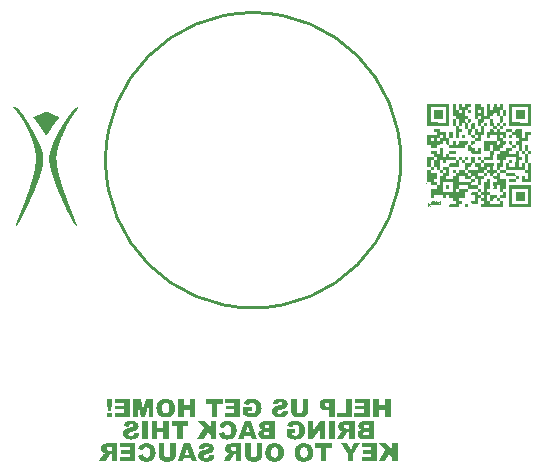
<source format=gbo>
G04*
G04 #@! TF.GenerationSoftware,Altium Limited,Altium Designer,21.8.1 (53)*
G04*
G04 Layer_Color=32896*
%FSLAX25Y25*%
%MOIN*%
G70*
G04*
G04 #@! TF.SameCoordinates,B3778B6B-A6FE-4D46-9650-EFEB8E10A687*
G04*
G04*
G04 #@! TF.FilePolarity,Positive*
G04*
G01*
G75*
%ADD12C,0.01000*%
G36*
X237287Y140348D02*
X237300Y138272D01*
X236351Y138265D01*
X236310Y138279D01*
X236256Y138251D01*
X236242Y136175D01*
X235210Y136182D01*
X235197Y137206D01*
X235163Y137227D01*
X235101Y137220D01*
X234343Y137227D01*
X234302Y137213D01*
X234220Y137227D01*
X234166Y137213D01*
X234145Y137179D01*
X234152Y137118D01*
X234145Y136332D01*
X234159Y136237D01*
X234145Y136182D01*
X233168Y136175D01*
X233114Y136161D01*
X233107Y135130D01*
X231017Y135117D01*
X231003Y134078D01*
X229972Y134072D01*
X229952Y134037D01*
X229959Y133033D01*
X230997Y133020D01*
X231010Y134072D01*
X232042Y134065D01*
X232055Y133054D01*
X232035Y133033D01*
X231010Y133020D01*
X230997Y129892D01*
X229986Y129878D01*
X229965Y129858D01*
X229952Y127904D01*
X229965Y127850D01*
X229952Y127795D01*
X229918Y127775D01*
X229856Y127781D01*
X227869Y127775D01*
X227862Y126784D01*
X227848Y126743D01*
X226810Y126730D01*
X226817Y125698D01*
X227828Y125685D01*
X227855Y125657D01*
X227869Y124646D01*
X228879Y124633D01*
X228900Y124653D01*
X228913Y125568D01*
X228900Y125610D01*
X228920Y125671D01*
X229931Y125685D01*
X229959Y125644D01*
X229952Y123711D01*
X229965Y123656D01*
X229945Y123595D01*
X226844Y123581D01*
X226817Y123608D01*
X226803Y124619D01*
X225792Y124633D01*
X225772Y124653D01*
X225758Y126730D01*
X226803Y126736D01*
X226810Y127754D01*
X226871Y127788D01*
X226912Y127775D01*
X227848Y127781D01*
X227862Y128820D01*
X228879Y128826D01*
X228900Y128847D01*
X228913Y129844D01*
X228893Y129864D01*
X227869Y129878D01*
X227862Y128833D01*
X226844Y128826D01*
X226824Y128847D01*
X226810Y129871D01*
X227855Y129878D01*
X227862Y131975D01*
X228879Y131982D01*
X228900Y131961D01*
X228913Y131046D01*
X228900Y131005D01*
X228920Y130944D01*
X229931Y130930D01*
X229959Y130971D01*
X229952Y133013D01*
X228975Y133020D01*
X228920Y133033D01*
X228907Y133061D01*
X228913Y135117D01*
X229931Y135123D01*
X229959Y135164D01*
X229952Y136059D01*
X229965Y136100D01*
X229945Y136161D01*
X228934Y136175D01*
X228900Y136127D01*
X228913Y136086D01*
X228907Y135123D01*
X227875Y135130D01*
X227862Y138204D01*
Y138217D01*
X227869Y140355D01*
X229931Y140369D01*
X229959Y140328D01*
X229952Y139351D01*
X229972Y139330D01*
X230956Y139317D01*
X230997Y139303D01*
X231010Y136189D01*
X232007Y136175D01*
X232048Y136189D01*
X232062Y140355D01*
X233073Y140369D01*
X233100Y140341D01*
X233114Y138279D01*
X234125Y138265D01*
X234159Y138327D01*
X234145Y138367D01*
X234152Y140218D01*
X234145Y140334D01*
X234179Y140369D01*
X235183Y140362D01*
X235197Y139351D01*
X235217Y139330D01*
X236201Y139317D01*
X236242Y139330D01*
X236256Y140355D01*
X237266Y140369D01*
X237287Y140348D01*
D02*
G37*
G36*
X226810D02*
X226803Y139330D01*
X225779Y139317D01*
X225765Y139289D01*
X225751Y138265D01*
X224775Y138272D01*
X224727Y138265D01*
X224706Y138231D01*
X224713Y138169D01*
X224706Y136360D01*
X224720Y136319D01*
X224706Y136237D01*
X224720Y136182D01*
X225745Y136168D01*
X225758Y135130D01*
X224741Y135123D01*
X224720Y135103D01*
X224706Y135062D01*
X224720Y135007D01*
X224706Y134966D01*
X224713Y134085D01*
X225751Y134072D01*
X225765Y135123D01*
X226796Y135117D01*
X226810Y134078D01*
X225765Y134072D01*
X225758Y131989D01*
X224822Y131982D01*
X224781Y131968D01*
X224720Y131989D01*
X224706Y132043D01*
X224720Y132084D01*
X224713Y132118D01*
X224700Y134072D01*
X223682Y134065D01*
X223668Y133054D01*
X223648Y133033D01*
X222623Y133020D01*
X222617Y132002D01*
X222657Y131975D01*
X223634Y131982D01*
X223655Y131961D01*
X223668Y130991D01*
X223655Y130937D01*
X222630Y130923D01*
X222617Y128860D01*
X222596Y128840D01*
X221599Y128826D01*
X221578Y128847D01*
X221565Y133013D01*
X222617Y133027D01*
X222610Y135110D01*
X221572Y135123D01*
X221565Y133027D01*
X220547Y133020D01*
X220527Y133040D01*
X220513Y135089D01*
X220533Y135110D01*
X221558Y135123D01*
X221565Y136155D01*
X221537Y136168D01*
X220527Y136182D01*
X220513Y139324D01*
Y139337D01*
Y140334D01*
X220547Y140369D01*
X221551Y140362D01*
X221565Y138299D01*
X221585Y138279D01*
X222610Y138265D01*
X222623Y140355D01*
X223634Y140369D01*
X223661Y140341D01*
X223675Y139330D01*
X224686Y139317D01*
X224720Y139378D01*
X224706Y139419D01*
X224713Y140218D01*
X224706Y140334D01*
X224727Y140355D01*
X226789Y140369D01*
X226810Y140348D01*
D02*
G37*
G36*
X95664Y139181D02*
X95665D01*
X95669Y139181D01*
X95670Y139181D01*
X95673Y139181D01*
X95674Y139181D01*
X95676Y139181D01*
X95677Y139181D01*
X95678Y139181D01*
X95679Y139181D01*
X95680Y139181D01*
X95681Y139180D01*
X95683Y139180D01*
X95684Y139180D01*
X95685Y139180D01*
X95686Y139180D01*
X95687Y139180D01*
X95688Y139180D01*
X95689Y139180D01*
X95690Y139180D01*
X95691Y139180D01*
X95692Y139180D01*
X95693Y139180D01*
X95695Y139179D01*
X95696Y139179D01*
X95698Y139179D01*
X95699Y139179D01*
X95701Y139179D01*
X95702Y139179D01*
X95703Y139178D01*
X95705Y139178D01*
X95706Y139178D01*
X95707Y139178D01*
X95708Y139178D01*
X95710Y139177D01*
X95711Y139177D01*
X95712Y139177D01*
X95713Y139177D01*
X95715Y139176D01*
X95716Y139176D01*
X95717Y139176D01*
X95718Y139176D01*
X95719Y139175D01*
X95720Y139175D01*
X95721Y139175D01*
X95722Y139174D01*
X95723Y139174D01*
X95724Y139174D01*
X95726Y139174D01*
X95726Y139173D01*
X95727Y139173D01*
X95728Y139173D01*
X95729Y139172D01*
X95731Y139172D01*
X95732Y139171D01*
X95733Y139171D01*
X95734Y139170D01*
X95735Y139170D01*
X95736Y139169D01*
X95737Y139169D01*
X95738Y139168D01*
X95739Y139167D01*
X95740Y139167D01*
X95741Y139166D01*
X95742Y139166D01*
X95743Y139165D01*
X95744Y139164D01*
X95744Y139164D01*
X95745Y139163D01*
X95746Y139162D01*
X95747Y139161D01*
X95747Y139161D01*
X95748Y139159D01*
X95748Y139159D01*
X95748Y139159D01*
X95749Y139159D01*
X95749Y139159D01*
X95749Y139158D01*
X95749Y139158D01*
X95749D01*
X95749Y139158D01*
X95749Y139158D01*
X95750Y139157D01*
X95750Y139157D01*
X95750Y139157D01*
X95750Y139156D01*
X95751Y139155D01*
X95751Y139154D01*
X95752Y139153D01*
X95752Y139153D01*
X95753Y139151D01*
X95753Y139151D01*
X95753Y139151D01*
X95753Y139151D01*
X95753Y139150D01*
X95753Y139150D01*
X95753Y139150D01*
X95753Y139149D01*
X95754Y139147D01*
X95754Y139146D01*
X95754Y139145D01*
X95754Y139144D01*
X95754Y139143D01*
X95754Y139142D01*
Y139141D01*
X95754Y139140D01*
X95754Y139139D01*
X95754Y139138D01*
X95754Y139137D01*
X95754Y139135D01*
X95754Y139134D01*
X95753Y139133D01*
X95753Y139132D01*
X95753Y139131D01*
X95753Y139129D01*
X95752Y139128D01*
X95752Y139127D01*
X95752Y139126D01*
X95751Y139125D01*
X95751Y139124D01*
X95751Y139123D01*
X95750Y139122D01*
X95750Y139121D01*
X95749Y139120D01*
X95749Y139119D01*
X95749Y139118D01*
X95748Y139117D01*
X95748Y139116D01*
X95747Y139115D01*
X95747Y139113D01*
X95746Y139112D01*
X95746Y139111D01*
X95745Y139110D01*
X95745Y139109D01*
X95744Y139108D01*
X95744Y139107D01*
X95743Y139106D01*
X95743Y139105D01*
X95742Y139103D01*
X95741Y139102D01*
X95741Y139101D01*
X95740Y139100D01*
X95740Y139099D01*
X95739Y139098D01*
X95738Y139096D01*
X95737Y139095D01*
X95737Y139094D01*
X95736Y139093D01*
X95735Y139091D01*
X95735Y139090D01*
X95734Y139089D01*
X95733Y139088D01*
X95733Y139087D01*
X95732Y139086D01*
X95732Y139085D01*
X95731Y139085D01*
X95731Y139084D01*
X95730Y139083D01*
X95730Y139082D01*
X95729Y139081D01*
X95728Y139080D01*
X95728Y139079D01*
X95727Y139077D01*
X95726Y139077D01*
X95725Y139076D01*
X95725Y139075D01*
X95724Y139074D01*
X95723Y139073D01*
X95723Y139072D01*
X95722Y139071D01*
X95712Y139056D01*
X95703Y139043D01*
X95694Y139030D01*
X95686Y139017D01*
X95677Y139005D01*
X95669Y138992D01*
X95661Y138980D01*
X95654Y138968D01*
X95646Y138956D01*
X95638Y138944D01*
X95631Y138933D01*
X95625Y138922D01*
X95618Y138911D01*
X95611Y138900D01*
X95604Y138889D01*
X95597Y138878D01*
X95591Y138868D01*
X95585Y138857D01*
X95579Y138847D01*
X95573Y138837D01*
X95566Y138827D01*
X95560Y138816D01*
X95554Y138806D01*
X95549Y138796D01*
X95543Y138787D01*
X95538Y138778D01*
X95533Y138768D01*
X95527Y138759D01*
X95522Y138749D01*
X95517Y138740D01*
X95511Y138730D01*
X95507Y138722D01*
X95497Y138705D01*
X95493Y138696D01*
X95488Y138688D01*
X95483Y138679D01*
X95478Y138671D01*
X95474Y138662D01*
X95469Y138653D01*
X95465Y138645D01*
X95460Y138637D01*
X95456Y138629D01*
X95452Y138622D01*
X95448Y138614D01*
X95444Y138606D01*
X95440Y138599D01*
X95436Y138591D01*
X95432Y138583D01*
X95428Y138575D01*
X95424Y138568D01*
X95420Y138560D01*
X95416Y138552D01*
X95413Y138546D01*
X95406Y138532D01*
X95402Y138525D01*
X95399Y138518D01*
X95396Y138512D01*
X95392Y138505D01*
X95389Y138498D01*
X95385Y138491D01*
X95382Y138484D01*
X95379Y138478D01*
X95375Y138471D01*
X95372Y138464D01*
X95368Y138457D01*
X95363Y138445D01*
X95360Y138440D01*
X95357Y138434D01*
X95354Y138428D01*
X95351Y138422D01*
X95349Y138416D01*
X95346Y138410D01*
X95343Y138404D01*
X95340Y138399D01*
X95334Y138387D01*
X95329Y138375D01*
X95320Y138357D01*
X95313Y138343D01*
X95311Y138338D01*
X95309Y138333D01*
X95306Y138328D01*
X95304Y138323D01*
X95302Y138318D01*
X95297Y138308D01*
X95295Y138303D01*
X95292Y138298D01*
X95290Y138293D01*
X95288Y138288D01*
X95285Y138284D01*
X95281Y138274D01*
X95276Y138264D01*
X95274Y138259D01*
X95272Y138255D01*
X95270Y138251D01*
X95267Y138243D01*
X95265Y138239D01*
X95263Y138235D01*
X95259Y138227D01*
X95258Y138223D01*
X95256Y138219D01*
X95250Y138207D01*
X95249Y138203D01*
X95247Y138199D01*
X95245Y138196D01*
X95243Y138192D01*
X95241Y138188D01*
X95240Y138184D01*
X95236Y138176D01*
X95234Y138172D01*
X95231Y138164D01*
X95229Y138160D01*
X95227Y138156D01*
X95226Y138153D01*
X95224Y138150D01*
X95222Y138144D01*
X95220Y138141D01*
X95211Y138120D01*
X95210Y138117D01*
X95208Y138114D01*
X95207Y138111D01*
X95205Y138108D01*
X95204Y138105D01*
X95203Y138103D01*
X95202Y138100D01*
X95201Y138098D01*
X95199Y138095D01*
X95198Y138092D01*
X95197Y138090D01*
X95195Y138087D01*
X95194Y138084D01*
X95193Y138082D01*
X95191Y138079D01*
X95190Y138077D01*
X95189Y138074D01*
X95187Y138072D01*
X95186Y138069D01*
X95184Y138066D01*
X95183Y138064D01*
X95182Y138061D01*
X95180Y138059D01*
X95179Y138056D01*
X95177Y138054D01*
X95176Y138051D01*
X95173Y138047D01*
X95172Y138044D01*
X95170Y138042D01*
X95169Y138040D01*
X95168Y138038D01*
X95165Y138033D01*
X95164Y138031D01*
X95161Y138026D01*
X95158Y138022D01*
X95155Y138017D01*
X95153Y138015D01*
X95152Y138013D01*
X95149Y138008D01*
X95148Y138006D01*
X95144Y138001D01*
X95143Y137999D01*
X95141Y137997D01*
X95140Y137995D01*
X95138Y137992D01*
X95137Y137990D01*
X95136Y137988D01*
X95134Y137986D01*
X95133Y137985D01*
X95131Y137982D01*
X95129Y137978D01*
X95127Y137977D01*
X95124Y137973D01*
X95123Y137971D01*
X95120Y137967D01*
X95117Y137963D01*
X95114Y137959D01*
X95113Y137957D01*
X95110Y137953D01*
X95108Y137951D01*
X95105Y137947D01*
X95103Y137944D01*
X95102Y137942D01*
X95098Y137937D01*
X95096Y137935D01*
X95095Y137934D01*
X95092Y137930D01*
X95091Y137929D01*
X95090Y137927D01*
X95086Y137922D01*
X95084Y137920D01*
X95083Y137919D01*
X95080Y137915D01*
X95078Y137912D01*
X95077Y137911D01*
X95076Y137909D01*
X95074Y137908D01*
X95073Y137907D01*
X95072Y137905D01*
X95068Y137901D01*
X95067Y137899D01*
X95066Y137898D01*
X95065Y137897D01*
X95064Y137895D01*
X95062Y137894D01*
X95061Y137892D01*
X94978Y137793D01*
X94904Y137703D01*
X94830Y137612D01*
X94760Y137525D01*
X94691Y137438D01*
X94626Y137355D01*
X94561Y137271D01*
X94500Y137192D01*
X94439Y137112D01*
X94379Y137032D01*
X94322Y136957D01*
X94266Y136881D01*
X94210Y136805D01*
X94158Y136733D01*
X94106Y136661D01*
X94055Y136589D01*
X94004Y136516D01*
X93956Y136448D01*
X93908Y136380D01*
X93861Y136311D01*
X93814Y136243D01*
X93767Y136174D01*
X93724Y136110D01*
X93680Y136045D01*
X93637Y135981D01*
X93594Y135916D01*
X93552Y135851D01*
X93509Y135786D01*
X93470Y135726D01*
X93431Y135665D01*
X93392Y135604D01*
X93353Y135544D01*
X93315Y135483D01*
X93277Y135422D01*
X93241Y135365D01*
X93206Y135309D01*
X93171Y135252D01*
X93136Y135196D01*
X93101Y135139D01*
X93067Y135082D01*
X93032Y135025D01*
X93001Y134973D01*
X92969Y134921D01*
X92938Y134868D01*
X92907Y134816D01*
X92876Y134763D01*
X92845Y134711D01*
X92814Y134658D01*
X92783Y134605D01*
X92753Y134552D01*
X92725Y134504D01*
X92697Y134456D01*
X92669Y134408D01*
X92642Y134360D01*
X92614Y134312D01*
X92587Y134263D01*
X92560Y134215D01*
X92532Y134167D01*
X92505Y134118D01*
X92478Y134070D01*
X92454Y134026D01*
X92430Y133982D01*
X92405Y133939D01*
X92381Y133895D01*
X92357Y133851D01*
X92333Y133807D01*
X92309Y133763D01*
X92285Y133719D01*
X92261Y133675D01*
X92237Y133631D01*
X92214Y133587D01*
X92190Y133543D01*
X92169Y133504D01*
X92148Y133465D01*
X92127Y133425D01*
X92106Y133386D01*
X92085Y133347D01*
X92064Y133307D01*
X92044Y133268D01*
X92033Y133248D01*
X91922Y133036D01*
X91816Y132831D01*
X91707Y132618D01*
X91600Y132404D01*
X91490Y132184D01*
X91382Y131964D01*
X91272Y131736D01*
X91161Y131502D01*
X91051Y131267D01*
X90939Y131025D01*
X90827Y130776D01*
X90713Y130519D01*
X90601Y130263D01*
X90487Y129998D01*
X90373Y129727D01*
X90256Y129442D01*
X90139Y129149D01*
X90021Y128849D01*
X89901Y128534D01*
X89779Y128205D01*
X89655Y127862D01*
X89529Y127504D01*
X89401Y127125D01*
X89294Y126797D01*
X89283Y126762D01*
X89272Y126729D01*
X89262Y126696D01*
X89251Y126663D01*
X89240Y126628D01*
X89229Y126593D01*
X89218Y126557D01*
X89207Y126522D01*
X89196Y126487D01*
X89185Y126451D01*
X89174Y126416D01*
X89163Y126378D01*
X89151Y126340D01*
X89140Y126302D01*
X89129Y126264D01*
X89117Y126226D01*
X89106Y126188D01*
X89095Y126150D01*
X89083Y126109D01*
X89071Y126068D01*
X89060Y126028D01*
X89048Y125987D01*
X89037Y125946D01*
X89025Y125906D01*
X89013Y125862D01*
X89001Y125819D01*
X88989Y125776D01*
X88977Y125732D01*
X88966Y125689D01*
X88954Y125645D01*
X88942Y125599D01*
X88930Y125553D01*
X88918Y125507D01*
X88906Y125461D01*
X88894Y125415D01*
X88882Y125366D01*
X88870Y125318D01*
X88858Y125269D01*
X88846Y125220D01*
X88834Y125169D01*
X88822Y125117D01*
X88810Y125066D01*
X88798Y125014D01*
X88785Y124960D01*
X88773Y124906D01*
X88761Y124852D01*
X88749Y124797D01*
X88737Y124740D01*
X88725Y124683D01*
X88713Y124626D01*
X88701Y124567D01*
X88689Y124507D01*
X88678Y124447D01*
X88666Y124385D01*
X88654Y124322D01*
X88642Y124260D01*
X88638Y124236D01*
X88613Y124088D01*
X88591Y123953D01*
X88573Y123828D01*
X88557Y123709D01*
X88543Y123597D01*
X88531Y123492D01*
X88521Y123389D01*
X88511Y123290D01*
X88503Y123194D01*
X88496Y123102D01*
X88490Y123013D01*
X88484Y122927D01*
X88480Y122841D01*
X88476Y122758D01*
X88472Y122679D01*
X88470Y122599D01*
X88468Y122523D01*
X88466Y122447D01*
X88465Y122374D01*
X88464Y122301D01*
X88463Y122228D01*
Y122228D01*
X88463Y122220D01*
X88463Y122202D01*
Y122185D01*
X88463Y122168D01*
X88463Y122159D01*
X88464Y122089D01*
X88465Y122020D01*
X88466Y121953D01*
X88467Y121887D01*
X88469Y121821D01*
X88471Y121758D01*
X88473Y121695D01*
X88475Y121632D01*
X88478Y121569D01*
X88481Y121509D01*
X88484Y121449D01*
X88487Y121389D01*
X88491Y121330D01*
X88495Y121270D01*
X88499Y121213D01*
X88503Y121157D01*
X88507Y121100D01*
X88512Y121044D01*
X88516Y120987D01*
X88521Y120931D01*
X88521Y120928D01*
X88531Y120825D01*
X88540Y120729D01*
X88550Y120633D01*
X88559Y120544D01*
X88569Y120455D01*
X88579Y120366D01*
X88590Y120277D01*
X88600Y120194D01*
X88610Y120111D01*
X88621Y120029D01*
X88632Y119946D01*
X88644Y119864D01*
X88655Y119788D01*
X88666Y119712D01*
X88677Y119636D01*
X88689Y119560D01*
X88700Y119484D01*
X88712Y119415D01*
X88723Y119346D01*
X88734Y119276D01*
X88746Y119207D01*
X88758Y119138D01*
X88770Y119069D01*
X88782Y118999D01*
X88794Y118937D01*
X88805Y118874D01*
X88817Y118811D01*
X88828Y118748D01*
X88841Y118686D01*
X88853Y118623D01*
X88865Y118560D01*
X88877Y118498D01*
X88889Y118441D01*
X88900Y118385D01*
X88911Y118329D01*
X88923Y118272D01*
X88935Y118216D01*
X88947Y118160D01*
X88959Y118104D01*
X88971Y118048D01*
X88983Y117992D01*
X88995Y117936D01*
X89006Y117886D01*
X89017Y117836D01*
X89029Y117786D01*
X89040Y117736D01*
X89051Y117686D01*
X89062Y117637D01*
X89074Y117587D01*
X89086Y117537D01*
X89097Y117488D01*
X89109Y117438D01*
X89121Y117388D01*
X89133Y117338D01*
X89143Y117295D01*
X89154Y117252D01*
X89164Y117208D01*
X89175Y117165D01*
X89186Y117121D01*
X89196Y117078D01*
X89207Y117035D01*
X89218Y116991D01*
X89229Y116948D01*
X89240Y116904D01*
X89251Y116861D01*
X89262Y116818D01*
X89273Y116775D01*
X89284Y116731D01*
X89294Y116694D01*
X89303Y116657D01*
X89313Y116620D01*
X89323Y116583D01*
X89332Y116546D01*
X89342Y116509D01*
X89352Y116472D01*
X89362Y116435D01*
X89372Y116398D01*
X89381Y116361D01*
X89391Y116324D01*
X89401Y116287D01*
X89411Y116250D01*
X89421Y116213D01*
X89432Y116176D01*
X89442Y116139D01*
X89452Y116102D01*
X89460Y116071D01*
X89469Y116040D01*
X89477Y116009D01*
X89486Y115978D01*
X89494Y115947D01*
X89503Y115917D01*
X89511Y115886D01*
X89520Y115855D01*
X89528Y115824D01*
X89537Y115794D01*
X89546Y115763D01*
X89554Y115732D01*
X89563Y115701D01*
X89572Y115671D01*
X89581Y115640D01*
X89589Y115609D01*
X89598Y115578D01*
X89607Y115548D01*
X89615Y115517D01*
X89624Y115486D01*
X89631Y115462D01*
X89639Y115437D01*
X89645Y115412D01*
X89660Y115363D01*
X89667Y115339D01*
X89674Y115314D01*
X89681Y115289D01*
X89695Y115240D01*
X89710Y115191D01*
X89717Y115167D01*
X89724Y115142D01*
X89731Y115118D01*
X89738Y115093D01*
X89746Y115068D01*
X89753Y115044D01*
X89767Y114995D01*
X89775Y114970D01*
X89782Y114946D01*
X89789Y114921D01*
X89796Y114897D01*
X89811Y114848D01*
X89822Y114811D01*
X89833Y114774D01*
X89838Y114755D01*
X89844Y114737D01*
X89849Y114719D01*
X89855Y114700D01*
X89858Y114688D01*
X89890Y114583D01*
X89919Y114486D01*
X89949Y114388D01*
X89978Y114291D01*
X90008Y114194D01*
X90035Y114105D01*
X90063Y114016D01*
X90091Y113927D01*
X90118Y113839D01*
X90146Y113750D01*
X90174Y113661D01*
X90202Y113572D01*
X90230Y113484D01*
X90258Y113395D01*
X90284Y113315D01*
X90310Y113234D01*
X90336Y113154D01*
X90362Y113073D01*
X90388Y112993D01*
X90414Y112912D01*
X90440Y112832D01*
X90467Y112751D01*
X90493Y112671D01*
X90517Y112599D01*
X90541Y112527D01*
X90565Y112454D01*
X90589Y112382D01*
X90613Y112310D01*
X90637Y112238D01*
X90661Y112166D01*
X90685Y112094D01*
X90709Y112022D01*
X90734Y111949D01*
X90758Y111877D01*
X90780Y111813D01*
X90802Y111749D01*
X90823Y111685D01*
X90845Y111621D01*
X90867Y111557D01*
X90889Y111493D01*
X90911Y111429D01*
X90933Y111365D01*
X90955Y111301D01*
X90977Y111237D01*
X90999Y111173D01*
X91022Y111110D01*
X91041Y111054D01*
X91061Y110998D01*
X91080Y110942D01*
X91100Y110886D01*
X91119Y110830D01*
X91139Y110774D01*
X91158Y110719D01*
X91178Y110663D01*
X91198Y110607D01*
X91217Y110551D01*
X91237Y110495D01*
X91257Y110440D01*
X91276Y110384D01*
X91296Y110328D01*
X91316Y110272D01*
X91333Y110224D01*
X91350Y110177D01*
X91367Y110129D01*
X91384Y110081D01*
X91401Y110033D01*
X91418Y109985D01*
X91435Y109938D01*
X91452Y109890D01*
X91470Y109842D01*
X91487Y109794D01*
X91504Y109747D01*
X91521Y109699D01*
X91538Y109651D01*
X91556Y109604D01*
X91573Y109556D01*
X91590Y109508D01*
X91604Y109468D01*
X91619Y109429D01*
X91633Y109389D01*
X91648Y109349D01*
X91662Y109309D01*
X91676Y109270D01*
X91691Y109230D01*
X91705Y109190D01*
X91720Y109151D01*
X91749Y109071D01*
X91763Y109031D01*
X91792Y108952D01*
X91821Y108873D01*
X91851Y108793D01*
X91865Y108754D01*
X91880Y108714D01*
X91891Y108682D01*
X91903Y108650D01*
X91915Y108619D01*
X91926Y108587D01*
X91938Y108555D01*
X91961Y108492D01*
X91973Y108460D01*
X91985Y108428D01*
X91997Y108396D01*
X92008Y108365D01*
X92032Y108301D01*
X92043Y108270D01*
X92055Y108238D01*
X92067Y108206D01*
X92079Y108174D01*
X92102Y108111D01*
X92114Y108079D01*
X92137Y108016D01*
X92161Y107952D01*
X92173Y107921D01*
X92181Y107897D01*
X92190Y107873D01*
X92199Y107849D01*
X92208Y107825D01*
X92217Y107802D01*
X92226Y107778D01*
X92243Y107730D01*
X92252Y107706D01*
X92261Y107683D01*
X92270Y107659D01*
X92279Y107635D01*
X92305Y107564D01*
X92314Y107540D01*
X92323Y107516D01*
X92341Y107469D01*
X92350Y107445D01*
X92359Y107421D01*
X92368Y107397D01*
X92376Y107374D01*
X92385Y107350D01*
X92394Y107326D01*
X92403Y107302D01*
X92412Y107279D01*
X92421Y107255D01*
X92439Y107207D01*
X92448Y107184D01*
X92456Y107160D01*
X92465Y107136D01*
X92483Y107089D01*
X92489Y107073D01*
X92501Y107041D01*
X92507Y107025D01*
X92513Y107009D01*
X92525Y106978D01*
X92531Y106962D01*
X92536Y106946D01*
X92542Y106930D01*
X92560Y106883D01*
X92566Y106867D01*
X92578Y106835D01*
X92584Y106819D01*
X92590Y106804D01*
X92596Y106788D01*
X92602Y106772D01*
X92608Y106756D01*
X92614Y106740D01*
X92620Y106724D01*
X92626Y106709D01*
X92629Y106701D01*
X92643Y106663D01*
X92654Y106632D01*
X92666Y106602D01*
X92677Y106571D01*
X92689Y106540D01*
X92724Y106447D01*
X92736Y106416D01*
X92748Y106385D01*
X92759Y106354D01*
X92771Y106323D01*
X92783Y106292D01*
X92795Y106261D01*
X92806Y106230D01*
X92818Y106200D01*
X92842Y106138D01*
X92853Y106107D01*
X92863Y106082D01*
X92872Y106057D01*
X92882Y106033D01*
X92910Y105958D01*
X92920Y105934D01*
X92929Y105909D01*
X92948Y105860D01*
X92958Y105835D01*
X92977Y105786D01*
X92986Y105761D01*
X93015Y105687D01*
X93024Y105662D01*
X93034Y105638D01*
X93043Y105613D01*
X93062Y105563D01*
X93072Y105539D01*
X93081Y105514D01*
X93091Y105489D01*
X93098Y105471D01*
X93105Y105452D01*
X93112Y105434D01*
X93120Y105415D01*
X93134Y105378D01*
X93141Y105360D01*
X93148Y105341D01*
X93170Y105286D01*
X93177Y105267D01*
X93184Y105249D01*
X93191Y105230D01*
X93206Y105193D01*
X93213Y105175D01*
X93220Y105156D01*
X93227Y105138D01*
X93263Y105045D01*
X93270Y105027D01*
X93278Y105008D01*
X93285Y104990D01*
X93292Y104972D01*
X93299Y104953D01*
X93306Y104935D01*
X93314Y104916D01*
X93321Y104898D01*
X93328Y104879D01*
X93333Y104867D01*
X93343Y104842D01*
X93347Y104830D01*
X93352Y104817D01*
X93357Y104805D01*
X93362Y104793D01*
X93367Y104780D01*
X93371Y104768D01*
X93381Y104744D01*
X93386Y104731D01*
X93415Y104657D01*
X93420Y104645D01*
X93424Y104633D01*
X93429Y104620D01*
X93434Y104608D01*
X93439Y104596D01*
X93444Y104583D01*
X93454Y104559D01*
X93458Y104546D01*
X93468Y104522D01*
X93473Y104509D01*
X93478Y104497D01*
X93482Y104485D01*
X93487Y104473D01*
X93492Y104460D01*
X93502Y104436D01*
X93511Y104411D01*
X93516Y104399D01*
X93521Y104386D01*
X93526Y104374D01*
X93531Y104362D01*
X93536Y104349D01*
X93540Y104337D01*
X93545Y104325D01*
X93550Y104313D01*
X93555Y104300D01*
X93560Y104288D01*
X93565Y104276D01*
X93567Y104269D01*
X93572Y104257D01*
X93574Y104251D01*
X93579Y104239D01*
X93581Y104233D01*
X93584Y104226D01*
X93586Y104220D01*
X93589Y104214D01*
X93591Y104208D01*
X93594Y104202D01*
X93596Y104195D01*
X93598Y104189D01*
X93601Y104183D01*
X93606Y104171D01*
X93608Y104165D01*
X93611Y104159D01*
X93613Y104152D01*
X93615Y104146D01*
X93618Y104140D01*
X93620Y104134D01*
X93623Y104128D01*
X93625Y104122D01*
X93630Y104109D01*
X93632Y104103D01*
X93635Y104097D01*
X93637Y104091D01*
X93640Y104085D01*
X93642Y104079D01*
X93647Y104066D01*
X93649Y104060D01*
X93652Y104054D01*
X93654Y104048D01*
X93656Y104042D01*
X93659Y104035D01*
X93664Y104023D01*
X93666Y104017D01*
X93669Y104011D01*
X93671Y104005D01*
X93673Y103998D01*
X93676Y103992D01*
X93678Y103986D01*
X93681Y103980D01*
X93686Y103968D01*
X93688Y103962D01*
X93690Y103955D01*
X93693Y103949D01*
X93695Y103943D01*
X93698Y103937D01*
X93700Y103931D01*
X93703Y103925D01*
X93705Y103919D01*
X93707Y103912D01*
X93710Y103906D01*
X93712Y103900D01*
X93715Y103894D01*
X93717Y103888D01*
X93719Y103882D01*
X93722Y103875D01*
X93724Y103869D01*
X93727Y103863D01*
X93729Y103857D01*
X93731Y103851D01*
X93734Y103845D01*
X93736Y103839D01*
X93739Y103832D01*
X93741Y103826D01*
X93744Y103820D01*
X93746Y103814D01*
X93748Y103808D01*
X93751Y103802D01*
X93753Y103795D01*
X93756Y103789D01*
X93758Y103783D01*
X93761Y103777D01*
X93763Y103771D01*
X93765Y103765D01*
X93768Y103759D01*
X93770Y103752D01*
X93773Y103746D01*
X93775Y103740D01*
X93778Y103734D01*
X93780Y103728D01*
X93782Y103722D01*
X93785Y103715D01*
X93787Y103709D01*
X93790Y103703D01*
X93792Y103697D01*
X93795Y103691D01*
X93797Y103685D01*
X93799Y103679D01*
X93802Y103672D01*
X93807Y103660D01*
X93809Y103654D01*
X93811Y103648D01*
X93814Y103641D01*
X93816Y103635D01*
X93819Y103629D01*
X93821Y103623D01*
X93823Y103617D01*
X93826Y103611D01*
X93828Y103605D01*
X93831Y103598D01*
X93833Y103592D01*
X93836Y103586D01*
X93838Y103580D01*
X93840Y103574D01*
X93843Y103568D01*
X93845Y103561D01*
X93848Y103555D01*
X93850Y103549D01*
X93853Y103543D01*
X93855Y103537D01*
X93857Y103531D01*
X93860Y103525D01*
X93862Y103518D01*
X93865Y103512D01*
X93867Y103506D01*
X93870Y103500D01*
X93872Y103494D01*
X93874Y103488D01*
X93877Y103481D01*
X93879Y103475D01*
X93882Y103469D01*
X93884Y103463D01*
X93887Y103457D01*
X93889Y103451D01*
X93891Y103445D01*
X93894Y103438D01*
X93896Y103432D01*
X93901Y103420D01*
X93903Y103414D01*
X93906Y103408D01*
X93908Y103402D01*
X93911Y103395D01*
X93913Y103389D01*
X93915Y103383D01*
X93918Y103377D01*
X93920Y103371D01*
X93923Y103365D01*
X93925Y103358D01*
X93928Y103352D01*
X93932Y103340D01*
X93935Y103334D01*
X93937Y103328D01*
X93940Y103322D01*
X93942Y103315D01*
X93945Y103309D01*
X93947Y103303D01*
X93949Y103297D01*
X93954Y103285D01*
X93957Y103278D01*
X93959Y103272D01*
X93962Y103266D01*
X93964Y103260D01*
X93966Y103254D01*
X93971Y103241D01*
X93974Y103235D01*
X93976Y103229D01*
X93979Y103223D01*
X93981Y103217D01*
X93983Y103211D01*
X93988Y103198D01*
X93990Y103192D01*
X93993Y103186D01*
X93995Y103180D01*
X94000Y103168D01*
X94003Y103161D01*
X94005Y103155D01*
X94007Y103149D01*
X94012Y103137D01*
X94015Y103131D01*
X94017Y103124D01*
X94020Y103118D01*
X94022Y103112D01*
X94024Y103106D01*
X94027Y103100D01*
X94029Y103094D01*
X94032Y103087D01*
X94034Y103081D01*
X94039Y103069D01*
X94041Y103063D01*
X94044Y103057D01*
X94046Y103051D01*
X94049Y103044D01*
X94053Y103032D01*
X94058Y103020D01*
X94063Y103007D01*
X94068Y102995D01*
X94073Y102983D01*
X94078Y102971D01*
X94082Y102958D01*
X94087Y102946D01*
X94092Y102934D01*
X94097Y102921D01*
X94102Y102909D01*
X94111Y102884D01*
X94121Y102860D01*
X94126Y102847D01*
X94131Y102835D01*
X94136Y102823D01*
X94140Y102811D01*
X94145Y102798D01*
X94150Y102786D01*
X94155Y102773D01*
X94160Y102761D01*
X94165Y102749D01*
X94169Y102737D01*
X94174Y102724D01*
X94179Y102712D01*
X94184Y102700D01*
X94189Y102687D01*
X94193Y102675D01*
X94198Y102663D01*
X94227Y102589D01*
X94232Y102576D01*
X94242Y102552D01*
X94247Y102540D01*
X94251Y102527D01*
X94256Y102515D01*
X94266Y102490D01*
X94270Y102478D01*
X94285Y102441D01*
X94290Y102429D01*
X94297Y102410D01*
X94304Y102392D01*
X94311Y102373D01*
X94319Y102355D01*
X94326Y102336D01*
X94333Y102318D01*
X94340Y102299D01*
X94348Y102281D01*
X94376Y102207D01*
X94384Y102188D01*
X94391Y102170D01*
X94405Y102133D01*
X94412Y102114D01*
X94419Y102096D01*
X94427Y102077D01*
X94434Y102059D01*
X94448Y102022D01*
X94455Y102003D01*
X94463Y101985D01*
X94484Y101929D01*
X94491Y101911D01*
X94498Y101892D01*
X94506Y101874D01*
X94513Y101855D01*
X94520Y101837D01*
X94527Y101818D01*
X94534Y101800D01*
X94544Y101775D01*
X94572Y101701D01*
X94582Y101676D01*
X94591Y101652D01*
X94610Y101602D01*
X94620Y101578D01*
X94629Y101553D01*
X94639Y101528D01*
X94648Y101504D01*
X94658Y101479D01*
X94667Y101454D01*
X94677Y101429D01*
X94696Y101380D01*
X94705Y101355D01*
X94715Y101331D01*
X94743Y101257D01*
X94753Y101232D01*
X94771Y101182D01*
X94783Y101151D01*
X94795Y101120D01*
X94807Y101090D01*
X94818Y101059D01*
X94830Y101028D01*
X94842Y100997D01*
X94854Y100966D01*
X94865Y100935D01*
X94889Y100873D01*
X94901Y100842D01*
X94912Y100811D01*
X94936Y100749D01*
X94947Y100718D01*
X94959Y100688D01*
X94970Y100657D01*
X94982Y100626D01*
X94994Y100595D01*
X95005Y100564D01*
X95017Y100533D01*
X95018Y100529D01*
X95019Y100526D01*
X95021Y100523D01*
X95024Y100514D01*
X95025Y100511D01*
X95026Y100508D01*
X95029Y100499D01*
X95031Y100496D01*
X95032Y100493D01*
X95033Y100490D01*
X95034Y100487D01*
X95035Y100483D01*
X95037Y100479D01*
X95038Y100476D01*
X95041Y100468D01*
X95043Y100460D01*
X95045Y100457D01*
X95046Y100453D01*
X95048Y100449D01*
X95050Y100442D01*
X95052Y100438D01*
X95057Y100423D01*
X95058Y100419D01*
X95061Y100411D01*
X95062Y100408D01*
X95064Y100403D01*
X95067Y100394D01*
X95069Y100389D01*
X95070Y100385D01*
X95072Y100380D01*
X95073Y100376D01*
X95075Y100371D01*
X95076Y100367D01*
X95078Y100362D01*
X95079Y100357D01*
X95081Y100353D01*
X95082Y100348D01*
X95084Y100344D01*
X95086Y100339D01*
X95087Y100335D01*
X95089Y100330D01*
X95090Y100325D01*
X95092Y100319D01*
X95094Y100314D01*
X95095Y100309D01*
X95097Y100303D01*
X95099Y100298D01*
X95101Y100293D01*
X95102Y100287D01*
X95104Y100282D01*
X95106Y100277D01*
X95107Y100271D01*
X95109Y100266D01*
X95111Y100261D01*
X95112Y100255D01*
X95114Y100250D01*
X95116Y100244D01*
X95118Y100238D01*
X95120Y100232D01*
X95121Y100225D01*
X95123Y100219D01*
X95125Y100213D01*
X95127Y100207D01*
X95129Y100201D01*
X95130Y100195D01*
X95132Y100188D01*
X95134Y100182D01*
X95136Y100176D01*
X95138Y100169D01*
X95139Y100162D01*
X95141Y100155D01*
X95143Y100148D01*
X95145Y100141D01*
X95147Y100134D01*
X95149Y100127D01*
X95151Y100120D01*
X95152Y100113D01*
X95154Y100106D01*
X95156Y100099D01*
X95158Y100091D01*
X95160Y100083D01*
X95162Y100075D01*
X95164Y100067D01*
X95166Y100060D01*
X95167Y100052D01*
X95169Y100044D01*
X95171Y100036D01*
X95173Y100027D01*
X95175Y100018D01*
X95177Y100010D01*
X95179Y100001D01*
X95180Y99992D01*
X95182Y99984D01*
X95184Y99974D01*
X95186Y99965D01*
X95188Y99955D01*
X95190Y99946D01*
X95191Y99936D01*
X95193Y99926D01*
X95195Y99916D01*
X95197Y99906D01*
X95198Y99895D01*
X95200Y99884D01*
X95202Y99873D01*
X95204Y99862D01*
X95205Y99851D01*
X95207Y99839D01*
X95208Y99827D01*
X95210Y99814D01*
X95211Y99801D01*
X95213Y99788D01*
X95214Y99774D01*
X95216Y99760D01*
X95216Y99758D01*
X95216Y99755D01*
X95216Y99753D01*
X95217Y99750D01*
X95217Y99745D01*
X95217Y99743D01*
X95217Y99740D01*
X95218Y99738D01*
X95218Y99735D01*
X95218Y99732D01*
X95218Y99730D01*
X95218Y99727D01*
X95218Y99724D01*
X95218Y99722D01*
X95218Y99719D01*
X95218Y99716D01*
X95219Y99713D01*
X95219Y99710D01*
X95219Y99707D01*
X95219Y99705D01*
X95219Y99702D01*
X95219Y99699D01*
X95219Y99696D01*
X95219Y99692D01*
X95219Y99690D01*
X95218Y99686D01*
X95218Y99683D01*
X95218Y99680D01*
X95218Y99677D01*
X95218Y99673D01*
X95218Y99670D01*
X95218Y99666D01*
X95217Y99663D01*
X95217Y99659D01*
X95217Y99655D01*
X95216Y99651D01*
X95216Y99647D01*
X95215Y99643D01*
X95215Y99639D01*
X95214Y99635D01*
X95214Y99630D01*
X95213Y99626D01*
X95212Y99621D01*
X95211Y99616D01*
X95210Y99610D01*
X95209Y99604D01*
X95208Y99598D01*
X95208Y99598D01*
X95208Y99597D01*
X95207Y99595D01*
X95207Y99593D01*
X95206Y99591D01*
X95206Y99590D01*
X95206Y99589D01*
X95205Y99587D01*
X95205Y99585D01*
X95204Y99583D01*
X95204Y99582D01*
X95203Y99580D01*
X95203Y99577D01*
X95202Y99575D01*
X95201Y99572D01*
X95201Y99570D01*
X95201D01*
X95200Y99568D01*
X95198Y99562D01*
X95196Y99556D01*
X95194Y99551D01*
X95193Y99548D01*
X95192Y99545D01*
X95190Y99539D01*
X95188Y99534D01*
X95186Y99528D01*
X95184Y99525D01*
X95095Y99525D01*
X95080Y99536D01*
X95067Y99545D01*
X95055Y99554D01*
X95044Y99563D01*
X95033Y99570D01*
X95024Y99578D01*
X95015Y99585D01*
X95006Y99592D01*
X94998Y99599D01*
X94990Y99605D01*
X94982Y99612D01*
X94975Y99618D01*
X94968Y99625D01*
X94960Y99631D01*
X94954Y99637D01*
X94948Y99642D01*
X94941Y99648D01*
X94935Y99654D01*
X94929Y99659D01*
X94924Y99665D01*
X94918Y99670D01*
X94912Y99675D01*
X94907Y99681D01*
X94901Y99686D01*
X94896Y99691D01*
X94892Y99696D01*
X94887Y99701D01*
X94882Y99706D01*
X94877Y99711D01*
X94872Y99715D01*
X94867Y99720D01*
X94863Y99725D01*
X94858Y99730D01*
X94854Y99734D01*
X94850Y99738D01*
X94846Y99743D01*
X94842Y99747D01*
X94838Y99752D01*
X94834Y99756D01*
X94830Y99761D01*
X94826Y99765D01*
X94822Y99769D01*
X94818Y99774D01*
X94814Y99778D01*
X94811Y99782D01*
X94807Y99785D01*
X94804Y99789D01*
X94801Y99793D01*
X94797Y99797D01*
X94794Y99801D01*
X94791Y99805D01*
X94787Y99809D01*
X94781Y99817D01*
X94777Y99821D01*
X94774Y99825D01*
X94771Y99828D01*
X94767Y99832D01*
X94764Y99836D01*
X94761Y99840D01*
X94758Y99843D01*
X94756Y99846D01*
X94753Y99850D01*
X94750Y99853D01*
X94748Y99856D01*
X94745Y99860D01*
X94740Y99866D01*
X94737Y99870D01*
X94734Y99873D01*
X94729Y99880D01*
X94726Y99883D01*
X94723Y99887D01*
X94721Y99890D01*
X94718Y99893D01*
X94715Y99897D01*
X94713Y99900D01*
X94710Y99903D01*
X94708Y99906D01*
X94706Y99909D01*
X94704Y99912D01*
X94702Y99914D01*
X94698Y99920D01*
X94696Y99923D01*
X94693Y99925D01*
X94691Y99928D01*
X94687Y99933D01*
X94685Y99936D01*
X94683Y99939D01*
X94681Y99942D01*
X94679Y99944D01*
X94675Y99950D01*
X94673Y99953D01*
X94664Y99964D01*
X94662Y99967D01*
X94658Y99972D01*
X94657Y99974D01*
X94655Y99976D01*
X94654Y99978D01*
X94651Y99982D01*
X94649Y99985D01*
X94648Y99987D01*
X94644Y99991D01*
X94643Y99993D01*
X94641Y99995D01*
X94640Y99997D01*
X94638Y99999D01*
X94637Y100001D01*
X94634Y100005D01*
X94632Y100007D01*
X94631Y100010D01*
X94629Y100012D01*
X94628Y100014D01*
X94626Y100016D01*
X94619Y100026D01*
X94617Y100029D01*
X94614Y100033D01*
X94613Y100035D01*
X94611Y100037D01*
X94610Y100039D01*
X94605Y100045D01*
X94604Y100047D01*
X94603Y100048D01*
X94602Y100050D01*
X94600Y100052D01*
X94599Y100054D01*
X94598Y100055D01*
X94594Y100061D01*
X94593Y100062D01*
X94591Y100065D01*
X94590Y100066D01*
X94589Y100068D01*
X94588Y100069D01*
X94587Y100071D01*
X94586Y100072D01*
X94585Y100074D01*
X94584Y100075D01*
X94583Y100076D01*
X94582Y100078D01*
X94581Y100079D01*
X94580Y100081D01*
X94578Y100083D01*
X94577Y100085D01*
X94575Y100088D01*
X94574Y100089D01*
X94573Y100091D01*
X94572Y100092D01*
X94571Y100093D01*
X94570Y100095D01*
X94569Y100096D01*
X94568Y100098D01*
X94567Y100099D01*
X94566Y100100D01*
X94564Y100103D01*
X94563Y100105D01*
X94562Y100106D01*
X94561Y100108D01*
X94559Y100110D01*
X94558Y100112D01*
X94557Y100113D01*
X94556Y100115D01*
X94555Y100116D01*
X94554Y100117D01*
X94553Y100119D01*
X94552Y100120D01*
X94551Y100122D01*
X94550Y100123D01*
X94550Y100125D01*
X94548Y100126D01*
X94547Y100127D01*
X94546Y100130D01*
X94545Y100132D01*
X94543Y100133D01*
X94543Y100134D01*
X94542Y100136D01*
X94541Y100137D01*
X94540Y100139D01*
X94539Y100140D01*
X94538Y100142D01*
X94537Y100143D01*
X94536Y100144D01*
X94534Y100147D01*
X94533Y100149D01*
X94532Y100150D01*
X94531Y100151D01*
X94529Y100154D01*
X94528Y100156D01*
X94526Y100159D01*
X94525Y100160D01*
X94523Y100163D01*
X94522Y100164D01*
X94501Y100195D01*
X94482Y100222D01*
X94464Y100248D01*
X94447Y100273D01*
X94430Y100299D01*
X94413Y100324D01*
X94396Y100350D01*
X94379Y100375D01*
X94362Y100401D01*
X94345Y100426D01*
X94330Y100449D01*
X94315Y100472D01*
X94300Y100496D01*
X94284Y100519D01*
X94270Y100542D01*
X94254Y100565D01*
X94240Y100588D01*
X94225Y100612D01*
X94210Y100635D01*
X94195Y100658D01*
X94182Y100679D01*
X94169Y100700D01*
X94156Y100721D01*
X94143Y100741D01*
X94130Y100762D01*
X94117Y100783D01*
X94104Y100804D01*
X94091Y100825D01*
X94078Y100846D01*
X94065Y100866D01*
X94052Y100887D01*
X94041Y100906D01*
X94030Y100924D01*
X94019Y100942D01*
X94008Y100961D01*
X93997Y100979D01*
X93986Y100997D01*
X93975Y101016D01*
X93964Y101034D01*
X93953Y101052D01*
X93942Y101071D01*
X93931Y101089D01*
X93920Y101108D01*
X93909Y101126D01*
X93898Y101145D01*
X93888Y101161D01*
X93879Y101176D01*
X93870Y101192D01*
X93851Y101224D01*
X93842Y101240D01*
X93833Y101256D01*
X93823Y101272D01*
X93814Y101287D01*
X93805Y101303D01*
X93796Y101319D01*
X93787Y101335D01*
X93777Y101351D01*
X93768Y101367D01*
X93759Y101383D01*
X93750Y101399D01*
X93741Y101415D01*
X93733Y101428D01*
X93725Y101442D01*
X93718Y101455D01*
X93710Y101468D01*
X93703Y101481D01*
X93695Y101495D01*
X93687Y101508D01*
X93680Y101522D01*
X93665Y101548D01*
X93657Y101561D01*
X93650Y101575D01*
X93642Y101588D01*
X93635Y101602D01*
X93627Y101615D01*
X93612Y101642D01*
X93605Y101655D01*
X93597Y101668D01*
X93591Y101679D01*
X93585Y101690D01*
X93579Y101700D01*
X93573Y101711D01*
X93567Y101722D01*
X93561Y101733D01*
X93555Y101743D01*
X93550Y101754D01*
X93532Y101786D01*
X93526Y101797D01*
X93520Y101808D01*
X93514Y101818D01*
X93502Y101840D01*
X93496Y101851D01*
X93490Y101861D01*
X93484Y101872D01*
X93478Y101883D01*
X93467Y101904D01*
X93449Y101936D01*
X93444Y101945D01*
X93440Y101953D01*
X93436Y101961D01*
X93431Y101969D01*
X93427Y101977D01*
X93422Y101985D01*
X93414Y102001D01*
X93409Y102009D01*
X93405Y102017D01*
X93400Y102025D01*
X93396Y102033D01*
X93387Y102050D01*
X93383Y102058D01*
X93378Y102066D01*
X93374Y102074D01*
X93370Y102082D01*
X93356Y102106D01*
X93352Y102114D01*
X93348Y102122D01*
X93343Y102130D01*
X93339Y102138D01*
X93334Y102146D01*
X93321Y102171D01*
X93317Y102179D01*
X93313Y102187D01*
X93308Y102195D01*
X93304Y102203D01*
X93299Y102211D01*
X93296Y102217D01*
X93293Y102222D01*
X93291Y102227D01*
X93288Y102233D01*
X93285Y102238D01*
X93282Y102244D01*
X93279Y102249D01*
X93276Y102254D01*
X93273Y102260D01*
X93270Y102265D01*
X93261Y102281D01*
X93259Y102287D01*
X93256Y102292D01*
X93247Y102308D01*
X93244Y102314D01*
X93238Y102325D01*
X93235Y102330D01*
X93232Y102335D01*
X93227Y102346D01*
X93224Y102352D01*
X93221Y102357D01*
X93218Y102362D01*
X93209Y102379D01*
X93206Y102384D01*
X93203Y102389D01*
X93198Y102400D01*
X93195Y102406D01*
X93186Y102422D01*
X93183Y102427D01*
X93180Y102433D01*
X93177Y102438D01*
X93174Y102443D01*
X93172Y102449D01*
X93169Y102454D01*
X93166Y102460D01*
X93163Y102465D01*
X93160Y102470D01*
X93157Y102476D01*
X93156Y102479D01*
X93151Y102487D01*
X93150Y102489D01*
X93147Y102495D01*
X93145Y102497D01*
X93144Y102500D01*
X93142Y102503D01*
X93141Y102506D01*
X93140Y102508D01*
X93138Y102511D01*
X93137Y102514D01*
X93135Y102516D01*
X93134Y102519D01*
X93132Y102522D01*
X93131Y102524D01*
X93129Y102527D01*
X93128Y102530D01*
X93127Y102533D01*
X93125Y102535D01*
X93124Y102538D01*
X93122Y102541D01*
X93121Y102543D01*
X93119Y102546D01*
X93118Y102549D01*
X93116Y102551D01*
X93115Y102554D01*
X93114Y102557D01*
X93112Y102560D01*
X93111Y102562D01*
X93109Y102565D01*
X93108Y102568D01*
X93106Y102570D01*
X93105Y102573D01*
X93103Y102576D01*
X93102Y102578D01*
X93099Y102584D01*
X93098Y102587D01*
X93096Y102589D01*
X93095Y102592D01*
X93093Y102595D01*
X93092Y102597D01*
X93090Y102600D01*
X93089Y102603D01*
X93088Y102606D01*
X93086Y102608D01*
X93085Y102611D01*
X93083Y102614D01*
X93082Y102616D01*
X93080Y102619D01*
X93079Y102622D01*
X93077Y102624D01*
X93076Y102627D01*
X93075Y102630D01*
X93072Y102635D01*
X93070Y102638D01*
X93069Y102641D01*
X93067Y102643D01*
X93066Y102646D01*
X93064Y102649D01*
X93063Y102652D01*
X93062Y102654D01*
X93060Y102657D01*
X93059Y102660D01*
X93057Y102662D01*
X93056Y102665D01*
X93054Y102668D01*
X93053Y102671D01*
X93051Y102673D01*
X93050Y102676D01*
X93049Y102679D01*
X93047Y102681D01*
X93046Y102684D01*
X93044Y102687D01*
X93043Y102689D01*
X93041Y102692D01*
X93040Y102695D01*
X93038Y102698D01*
X93037Y102700D01*
X93036Y102703D01*
X93034Y102706D01*
X93033Y102708D01*
X93031Y102711D01*
X93030Y102714D01*
X93028Y102716D01*
X93027Y102719D01*
X93025Y102722D01*
X93024Y102725D01*
X93023Y102727D01*
X93021Y102730D01*
X93020Y102733D01*
X93018Y102735D01*
X93017Y102738D01*
X93015Y102741D01*
X93014Y102743D01*
X93012Y102746D01*
X93011Y102749D01*
X93010Y102752D01*
X93008Y102754D01*
X93007Y102757D01*
X93005Y102760D01*
X93004Y102762D01*
X93002Y102765D01*
X93001Y102768D01*
X92999Y102770D01*
X92998Y102773D01*
X92997Y102776D01*
X92995Y102779D01*
X92994Y102781D01*
X92992Y102784D01*
X92991Y102787D01*
X92989Y102789D01*
X92988Y102792D01*
X92986Y102795D01*
X92985Y102798D01*
X92984Y102800D01*
X92982Y102803D01*
X92981Y102806D01*
X92979Y102808D01*
X92978Y102811D01*
X92496Y103725D01*
X92057Y104586D01*
X91648Y105409D01*
X91264Y106201D01*
X90904Y106963D01*
X90564Y107703D01*
X90242Y108420D01*
X89934Y109123D01*
X89640Y109810D01*
X89358Y110483D01*
X89088Y111141D01*
X88986Y111396D01*
X88962Y111456D01*
X88940Y111509D01*
X88919Y111562D01*
X88898Y111615D01*
X88874Y111675D01*
X88850Y111735D01*
X88827Y111795D01*
X88803Y111855D01*
X88779Y111915D01*
X88756Y111974D01*
X88732Y112034D01*
X88709Y112094D01*
X88685Y112154D01*
X88662Y112214D01*
X88638Y112274D01*
X88613Y112341D01*
X88587Y112407D01*
X88561Y112474D01*
X88535Y112541D01*
X88509Y112607D01*
X88484Y112674D01*
X88458Y112741D01*
X88433Y112808D01*
X88407Y112874D01*
X88382Y112941D01*
X88354Y113015D01*
X88326Y113088D01*
X88299Y113162D01*
X88271Y113236D01*
X88244Y113309D01*
X88216Y113383D01*
X88189Y113457D01*
X88162Y113530D01*
X88134Y113604D01*
X88105Y113685D01*
X88075Y113765D01*
X88046Y113846D01*
X88017Y113926D01*
X87988Y114007D01*
X87959Y114088D01*
X87930Y114168D01*
X87901Y114249D01*
X87872Y114330D01*
X87841Y114418D01*
X87810Y114505D01*
X87780Y114593D01*
X87749Y114681D01*
X87719Y114768D01*
X87688Y114856D01*
X87658Y114944D01*
X87626Y115039D01*
X87594Y115133D01*
X87562Y115228D01*
X87530Y115323D01*
X87498Y115418D01*
X87467Y115513D01*
X87433Y115614D01*
X87400Y115716D01*
X87367Y115818D01*
X87334Y115920D01*
X87301Y116022D01*
X87269Y116124D01*
X87234Y116233D01*
X87200Y116343D01*
X87166Y116452D01*
X87133Y116561D01*
X87099Y116670D01*
X87066Y116780D01*
X87031Y116896D01*
X86997Y117013D01*
X86962Y117129D01*
X86928Y117246D01*
X86892Y117370D01*
X86857Y117493D01*
X86822Y117617D01*
X86787Y117741D01*
X86751Y117872D01*
X86715Y118004D01*
X86680Y118135D01*
X86674Y118156D01*
X86669Y118174D01*
X86665Y118190D01*
X86661Y118205D01*
X86657Y118220D01*
X86645Y118266D01*
X86640Y118285D01*
X86635Y118303D01*
X86630Y118322D01*
X86625Y118340D01*
X86620Y118359D01*
X86615Y118377D01*
X86611Y118396D01*
X86606Y118414D01*
X86601Y118433D01*
X86596Y118451D01*
X86587Y118488D01*
X86582Y118507D01*
X86577Y118525D01*
X86572Y118544D01*
X86563Y118581D01*
X86558Y118602D01*
X86552Y118624D01*
X86547Y118646D01*
X86541Y118667D01*
X86536Y118689D01*
X86530Y118710D01*
X86525Y118732D01*
X86520Y118754D01*
X86514Y118775D01*
X86509Y118797D01*
X86504Y118819D01*
X86498Y118840D01*
X86493Y118862D01*
X86488Y118884D01*
X86483Y118905D01*
X86477Y118930D01*
X86471Y118955D01*
X86465Y118979D01*
X86459Y119004D01*
X86453Y119029D01*
X86447Y119054D01*
X86442Y119079D01*
X86436Y119103D01*
X86430Y119128D01*
X86424Y119153D01*
X86419Y119178D01*
X86413Y119202D01*
X86407Y119230D01*
X86400Y119258D01*
X86394Y119286D01*
X86388Y119314D01*
X86382Y119342D01*
X86376Y119370D01*
X86370Y119398D01*
X86364Y119426D01*
X86357Y119454D01*
X86351Y119482D01*
X86345Y119510D01*
X86340Y119538D01*
X86333Y119569D01*
X86327Y119600D01*
X86320Y119631D01*
X86314Y119663D01*
X86308Y119694D01*
X86301Y119725D01*
X86295Y119756D01*
X86289Y119787D01*
X86283Y119818D01*
X86276Y119853D01*
X86270Y119887D01*
X86263Y119922D01*
X86257Y119956D01*
X86250Y119990D01*
X86244Y120025D01*
X86238Y120059D01*
X86232Y120094D01*
X86226Y120128D01*
X86219Y120166D01*
X86213Y120203D01*
X86206Y120241D01*
X86200Y120278D01*
X86194Y120316D01*
X86188Y120354D01*
X86182Y120391D01*
X86175Y120432D01*
X86169Y120473D01*
X86163Y120514D01*
X86157Y120555D01*
X86151Y120596D01*
X86145Y120637D01*
X86139Y120681D01*
X86133Y120725D01*
X86127Y120769D01*
X86122Y120814D01*
X86116Y120858D01*
X86110Y120905D01*
X86105Y120952D01*
X86099Y121000D01*
X86094Y121047D01*
X86088Y121098D01*
X86083Y121149D01*
X86078Y121200D01*
X86073Y121251D01*
X86071Y121276D01*
X86065Y121344D01*
X86061Y121406D01*
X86057Y121466D01*
X86053Y121523D01*
X86051Y121579D01*
X86049Y121632D01*
X86047Y121683D01*
X86046Y121734D01*
X86045Y121783D01*
X86045Y121829D01*
Y121829D01*
X86045Y121835D01*
X86045Y121847D01*
X86045Y121859D01*
X86045Y121871D01*
X86045Y121876D01*
X86045Y121921D01*
X86045Y121966D01*
X86046Y122010D01*
X86047Y122053D01*
X86048Y122095D01*
X86050Y122135D01*
X86051Y122176D01*
X86053Y122216D01*
X86055Y122254D01*
X86057Y122292D01*
X86059Y122330D01*
X86062Y122369D01*
X86064Y122405D01*
X86067Y122441D01*
X86070Y122477D01*
X86073Y122513D01*
X86076Y122549D01*
X86080Y122583D01*
X86083Y122617D01*
X86086Y122650D01*
X86090Y122684D01*
X86093Y122718D01*
X86097Y122750D01*
X86101Y122781D01*
X86105Y122813D01*
X86108Y122845D01*
X86112Y122877D01*
X86117Y122908D01*
X86121Y122938D01*
X86125Y122967D01*
X86129Y122997D01*
X86133Y123026D01*
X86137Y123056D01*
X86142Y123085D01*
X86146Y123115D01*
X86151Y123144D01*
X86155Y123172D01*
X86160Y123199D01*
X86164Y123227D01*
X86169Y123254D01*
X86174Y123282D01*
X86178Y123309D01*
X86183Y123336D01*
X86188Y123364D01*
X86193Y123389D01*
X86194Y123395D01*
X86215Y123510D01*
X86236Y123614D01*
X86256Y123713D01*
X86277Y123812D01*
X86297Y123905D01*
X86317Y123998D01*
X86338Y124086D01*
X86358Y124173D01*
X86378Y124255D01*
X86398Y124337D01*
X86419Y124419D01*
X86439Y124496D01*
X86459Y124572D01*
X86479Y124649D01*
X86499Y124720D01*
X86519Y124791D01*
X86539Y124862D01*
X86559Y124933D01*
X86578Y124999D01*
X86598Y125064D01*
X86617Y125130D01*
X86637Y125195D01*
X86658Y125261D01*
X86677Y125321D01*
X86695Y125381D01*
X86715Y125441D01*
X86734Y125501D01*
X86754Y125561D01*
X86774Y125621D01*
X86794Y125681D01*
X86812Y125736D01*
X86831Y125791D01*
X86850Y125846D01*
X86869Y125900D01*
X86888Y125955D01*
X86908Y126010D01*
X86927Y126064D01*
X86945Y126113D01*
X86963Y126163D01*
X86981Y126212D01*
X86999Y126262D01*
X87018Y126311D01*
X87036Y126360D01*
X87055Y126410D01*
X87073Y126459D01*
X87092Y126508D01*
X87109Y126552D01*
X87126Y126596D01*
X87143Y126641D01*
X87161Y126685D01*
X87178Y126729D01*
X87195Y126773D01*
X87213Y126817D01*
X87231Y126861D01*
X87248Y126905D01*
X87266Y126949D01*
X87284Y126993D01*
X87300Y127032D01*
X87316Y127071D01*
X87332Y127110D01*
X87348Y127149D01*
X87364Y127188D01*
X87381Y127227D01*
X87397Y127266D01*
X87413Y127305D01*
X87430Y127344D01*
X87446Y127382D01*
X87463Y127421D01*
X87480Y127460D01*
X87496Y127499D01*
X87511Y127533D01*
X87525Y127567D01*
X87540Y127601D01*
X87555Y127634D01*
X87570Y127668D01*
X87585Y127702D01*
X87600Y127736D01*
X87615Y127770D01*
X87629Y127804D01*
X87644Y127837D01*
X87660Y127871D01*
X87675Y127905D01*
X87690Y127939D01*
X87705Y127972D01*
X87720Y128006D01*
X87733Y128035D01*
X87746Y128064D01*
X87759Y128093D01*
X87773Y128122D01*
X87786Y128150D01*
X87799Y128179D01*
X87812Y128208D01*
X87825Y128237D01*
X87839Y128266D01*
X87852Y128295D01*
X87865Y128323D01*
X87879Y128352D01*
X87890Y128376D01*
X87958Y128524D01*
X88025Y128664D01*
X88091Y128804D01*
X88155Y128936D01*
X88220Y129069D01*
X88285Y129201D01*
X88347Y129327D01*
X88410Y129452D01*
X88473Y129577D01*
X88537Y129702D01*
X88597Y129820D01*
X88658Y129937D01*
X88720Y130055D01*
X88778Y130166D01*
X88836Y130276D01*
X88895Y130387D01*
X88955Y130497D01*
X89014Y130607D01*
X89070Y130710D01*
X89127Y130814D01*
X89184Y130917D01*
X89241Y131020D01*
X89298Y131123D01*
X89353Y131219D01*
X89407Y131315D01*
X89461Y131411D01*
X89516Y131507D01*
X89571Y131603D01*
X89626Y131698D01*
X89678Y131788D01*
X89729Y131877D01*
X89781Y131966D01*
X89834Y132054D01*
X89886Y132143D01*
X89939Y132232D01*
X89988Y132314D01*
X90037Y132396D01*
X90086Y132478D01*
X90135Y132560D01*
X90185Y132642D01*
X90235Y132724D01*
X90285Y132806D01*
X90334Y132887D01*
X90381Y132963D01*
X90427Y133038D01*
X90474Y133113D01*
X90520Y133188D01*
X90567Y133263D01*
X90614Y133338D01*
X90661Y133413D01*
X90708Y133488D01*
X90751Y133556D01*
X90794Y133625D01*
X90838Y133693D01*
X90881Y133762D01*
X90925Y133830D01*
X90969Y133898D01*
X91012Y133967D01*
X91056Y134035D01*
X91100Y134103D01*
X91140Y134165D01*
X91180Y134227D01*
X91220Y134289D01*
X91260Y134350D01*
X91301Y134412D01*
X91341Y134474D01*
X91382Y134536D01*
X91422Y134597D01*
X91462Y134659D01*
X91503Y134720D01*
X91536Y134770D01*
X91542Y134779D01*
X91546Y134786D01*
X91555Y134799D01*
X91559Y134805D01*
X91572Y134825D01*
X91576Y134831D01*
X91581Y134838D01*
X91585Y134845D01*
X91598Y134864D01*
X91602Y134871D01*
X91609Y134880D01*
X91615Y134890D01*
X91622Y134900D01*
X91628Y134909D01*
X91641Y134929D01*
X91648Y134939D01*
X91654Y134949D01*
X91661Y134958D01*
X91667Y134968D01*
X91674Y134978D01*
X91680Y134988D01*
X91687Y134997D01*
X91719Y135046D01*
X91726Y135056D01*
X91732Y135066D01*
X91745Y135085D01*
X91752Y135095D01*
X91771Y135124D01*
X91784Y135143D01*
X91791Y135153D01*
X91797Y135163D01*
X91804Y135173D01*
X91810Y135182D01*
X91823Y135202D01*
X91841Y135228D01*
X91858Y135254D01*
X91867Y135267D01*
X91893Y135306D01*
X91919Y135345D01*
X91928Y135357D01*
X91945Y135383D01*
X91963Y135409D01*
X91971Y135422D01*
X91980Y135435D01*
X91989Y135448D01*
X91998Y135461D01*
X92006Y135474D01*
X92015Y135487D01*
X92024Y135500D01*
X92033Y135513D01*
X92041Y135526D01*
X92052Y135542D01*
X92074Y135574D01*
X92085Y135590D01*
X92096Y135606D01*
X92118Y135638D01*
X92129Y135654D01*
X92151Y135687D01*
X92163Y135703D01*
X92185Y135735D01*
X92207Y135767D01*
X92229Y135799D01*
X92240Y135815D01*
X92251Y135831D01*
X92262Y135847D01*
X92276Y135867D01*
X92289Y135886D01*
X92302Y135905D01*
X92316Y135924D01*
X92329Y135943D01*
X92342Y135963D01*
X92356Y135982D01*
X92383Y136020D01*
X92396Y136039D01*
X92409Y136058D01*
X92423Y136078D01*
X92436Y136097D01*
X92450Y136116D01*
X92463Y136135D01*
X92477Y136154D01*
X92490Y136173D01*
X92506Y136196D01*
X92522Y136218D01*
X92538Y136240D01*
X92554Y136262D01*
X92570Y136284D01*
X92585Y136307D01*
X92601Y136329D01*
X92617Y136351D01*
X92633Y136373D01*
X92649Y136395D01*
X92665Y136417D01*
X92681Y136440D01*
X92697Y136462D01*
X92713Y136484D01*
X92732Y136509D01*
X92750Y136534D01*
X92768Y136559D01*
X92787Y136585D01*
X92805Y136610D01*
X92824Y136635D01*
X92842Y136660D01*
X92861Y136685D01*
X92880Y136710D01*
X92898Y136735D01*
X92917Y136760D01*
X92936Y136785D01*
X92957Y136813D01*
X92978Y136841D01*
X92999Y136869D01*
X93020Y136897D01*
X93041Y136925D01*
X93063Y136953D01*
X93084Y136981D01*
X93105Y137009D01*
X93126Y137037D01*
X93148Y137065D01*
X93169Y137092D01*
X93193Y137123D01*
X93217Y137154D01*
X93241Y137185D01*
X93265Y137215D01*
X93289Y137246D01*
X93314Y137277D01*
X93338Y137307D01*
X93362Y137338D01*
X93387Y137368D01*
X93413Y137402D01*
X93440Y137435D01*
X93467Y137469D01*
X93494Y137502D01*
X93522Y137535D01*
X93549Y137569D01*
X93576Y137602D01*
X93606Y137638D01*
X93636Y137674D01*
X93666Y137710D01*
X93696Y137746D01*
X93726Y137782D01*
X93757Y137817D01*
X93790Y137856D01*
X93823Y137895D01*
X93841Y137915D01*
X93845Y137920D01*
X93848Y137924D01*
X93851Y137927D01*
X93867Y137945D01*
X93870Y137949D01*
X93873Y137953D01*
X93876Y137956D01*
X93880Y137960D01*
X93883Y137964D01*
X93891Y137973D01*
X93895Y137978D01*
X93900Y137983D01*
X93908Y137992D01*
X93912Y137997D01*
X93916Y138002D01*
X93925Y138012D01*
X93929Y138016D01*
X93933Y138021D01*
X93942Y138031D01*
X93950Y138040D01*
X93963Y138055D01*
X93972Y138064D01*
X93976Y138069D01*
X93980Y138074D01*
X93984Y138078D01*
X93989Y138083D01*
X93993Y138088D01*
X93998Y138094D01*
X94003Y138100D01*
X94009Y138106D01*
X94020Y138118D01*
X94025Y138123D01*
X94030Y138129D01*
X94036Y138135D01*
X94041Y138141D01*
X94046Y138147D01*
X94052Y138153D01*
X94057Y138159D01*
X94063Y138165D01*
X94068Y138170D01*
X94079Y138182D01*
X94090Y138194D01*
X94095Y138200D01*
X94100Y138205D01*
X94106Y138211D01*
X94119Y138225D01*
X94126Y138232D01*
X94132Y138239D01*
X94139Y138246D01*
X94145Y138253D01*
X94152Y138260D01*
X94159Y138267D01*
X94165Y138274D01*
X94172Y138281D01*
X94178Y138287D01*
X94185Y138294D01*
X94192Y138301D01*
X94198Y138308D01*
X94205Y138315D01*
X94212Y138322D01*
X94218Y138329D01*
X94226Y138337D01*
X94234Y138344D01*
X94242Y138352D01*
X94250Y138360D01*
X94257Y138368D01*
X94265Y138376D01*
X94273Y138384D01*
X94281Y138392D01*
X94289Y138400D01*
X94297Y138407D01*
X94305Y138415D01*
X94313Y138423D01*
X94321Y138431D01*
X94329Y138438D01*
X94337Y138446D01*
X94346Y138455D01*
X94355Y138464D01*
X94365Y138472D01*
X94374Y138481D01*
X94383Y138490D01*
X94392Y138498D01*
X94402Y138507D01*
X94411Y138516D01*
X94420Y138524D01*
X94430Y138533D01*
X94439Y138542D01*
X94450Y138551D01*
X94460Y138561D01*
X94471Y138570D01*
X94482Y138580D01*
X94492Y138589D01*
X94503Y138599D01*
X94514Y138608D01*
X94525Y138618D01*
X94535Y138627D01*
X94548Y138637D01*
X94560Y138647D01*
X94572Y138658D01*
X94584Y138668D01*
X94596Y138678D01*
X94609Y138688D01*
X94621Y138698D01*
X94635Y138709D01*
X94648Y138720D01*
X94662Y138731D01*
X94676Y138742D01*
X94690Y138753D01*
X94705Y138764D01*
X94720Y138776D01*
X94735Y138787D01*
X94750Y138799D01*
X94767Y138811D01*
X94784Y138823D01*
X94801Y138836D01*
X94819Y138849D01*
X94837Y138862D01*
X94856Y138874D01*
X94876Y138888D01*
X94896Y138901D01*
X94917Y138916D01*
X94939Y138929D01*
X94962Y138944D01*
X94986Y138960D01*
X95012Y138976D01*
X95019Y138980D01*
X95023Y138982D01*
X95032Y138987D01*
X95036Y138990D01*
X95040Y138992D01*
X95044Y138995D01*
X95048Y138997D01*
X95057Y139002D01*
X95061Y139005D01*
X95065Y139007D01*
X95069Y139009D01*
X95073Y139012D01*
X95078Y139014D01*
X95082Y139016D01*
X95086Y139019D01*
X95090Y139021D01*
X95095Y139023D01*
X95099Y139026D01*
X95104Y139028D01*
X95108Y139031D01*
X95113Y139033D01*
X95118Y139036D01*
X95123Y139039D01*
X95128Y139041D01*
X95133Y139043D01*
X95138Y139046D01*
X95143Y139049D01*
X95147Y139051D01*
X95152Y139053D01*
X95157Y139056D01*
X95162Y139058D01*
X95167Y139061D01*
X95172Y139063D01*
X95178Y139066D01*
X95183Y139068D01*
X95189Y139071D01*
X95195Y139074D01*
X95200Y139076D01*
X95206Y139079D01*
X95211Y139081D01*
X95217Y139084D01*
X95223Y139086D01*
X95229Y139089D01*
X95235Y139092D01*
X95241Y139094D01*
X95248Y139097D01*
X95254Y139099D01*
X95260Y139102D01*
X95266Y139104D01*
X95273Y139107D01*
X95280Y139109D01*
X95287Y139112D01*
X95293Y139115D01*
X95300Y139117D01*
X95307Y139120D01*
X95315Y139122D01*
X95323Y139125D01*
X95330Y139127D01*
X95338Y139130D01*
X95346Y139133D01*
X95355Y139135D01*
X95364Y139138D01*
X95373Y139141D01*
X95382Y139143D01*
X95392Y139146D01*
X95402Y139149D01*
X95413Y139151D01*
X95424Y139154D01*
X95436Y139157D01*
X95449Y139159D01*
X95463Y139162D01*
X95478Y139165D01*
X95495Y139168D01*
X95495Y139168D01*
X95497Y139169D01*
X95502Y139169D01*
X95507Y139170D01*
X95512Y139171D01*
X95514Y139171D01*
X95517Y139172D01*
X95524Y139172D01*
X95530Y139173D01*
X95536Y139174D01*
X95539Y139174D01*
Y139174D01*
X95544Y139175D01*
X95553Y139176D01*
X95563Y139177D01*
X95573Y139178D01*
X95578Y139178D01*
X95588Y139179D01*
X95610Y139180D01*
X95631Y139181D01*
X95653Y139181D01*
X95664Y139181D01*
D02*
G37*
G36*
X85039Y137777D02*
X85041Y137777D01*
X85041Y137777D01*
X85042Y137777D01*
X85043Y137776D01*
X85044Y137776D01*
X85044Y137776D01*
X85048Y137776D01*
X85050Y137776D01*
X85052Y137776D01*
X85054Y137776D01*
X85056Y137775D01*
X85058Y137775D01*
X85060Y137775D01*
X85062Y137775D01*
X85063Y137774D01*
X85065Y137774D01*
X85066Y137774D01*
X85068Y137774D01*
X85069Y137773D01*
X85071Y137773D01*
X85072Y137773D01*
X85073Y137772D01*
X85074Y137772D01*
X85077Y137772D01*
X85079Y137771D01*
X85080Y137771D01*
X85081Y137770D01*
X85082Y137770D01*
X85084Y137770D01*
X85086Y137769D01*
X85088Y137769D01*
X85090Y137768D01*
X85091Y137768D01*
X85093Y137767D01*
X85095Y137767D01*
X85096Y137766D01*
X85098Y137766D01*
X85100Y137765D01*
X85102Y137764D01*
X85104Y137764D01*
X85105Y137763D01*
X85107Y137762D01*
X85109Y137762D01*
X85111Y137761D01*
X85113Y137760D01*
X85114Y137760D01*
X85115Y137759D01*
X85117Y137759D01*
X85119Y137758D01*
X85120Y137757D01*
X85121Y137757D01*
X85123Y137756D01*
X85124Y137756D01*
X85127Y137754D01*
X85129Y137753D01*
X85130Y137753D01*
X85132Y137752D01*
X85166Y137737D01*
X85195Y137724D01*
X85314Y137670D01*
X85343Y137656D01*
X85373Y137643D01*
X85403Y137629D01*
X85462Y137602D01*
X85513Y137579D01*
X85538Y137568D01*
X85564Y137556D01*
X85589Y137545D01*
X85640Y137522D01*
X85666Y137510D01*
X85716Y137487D01*
X85742Y137476D01*
X85793Y137452D01*
X85818Y137441D01*
X85869Y137418D01*
X85894Y137406D01*
X85937Y137387D01*
X85958Y137378D01*
X86000Y137358D01*
X86022Y137349D01*
X86043Y137339D01*
X86064Y137329D01*
X86085Y137320D01*
X86106Y137310D01*
X86127Y137301D01*
X86149Y137291D01*
X86170Y137281D01*
X86191Y137272D01*
X86212Y137262D01*
X86233Y137253D01*
X86255Y137243D01*
X86297Y137224D01*
X86318Y137214D01*
X86335Y137206D01*
X86352Y137199D01*
X86369Y137191D01*
X86386Y137183D01*
X86420Y137168D01*
X86437Y137160D01*
X86471Y137145D01*
X86488Y137137D01*
X86505Y137130D01*
X86522Y137122D01*
X86538Y137114D01*
X86572Y137099D01*
X86589Y137091D01*
X86606Y137084D01*
X86623Y137076D01*
X86640Y137068D01*
X86674Y137053D01*
X86691Y137045D01*
X86725Y137030D01*
X86738Y137024D01*
X86751Y137018D01*
X86776Y137007D01*
X86789Y137001D01*
X86801Y136995D01*
X86814Y136989D01*
X86827Y136984D01*
X86839Y136978D01*
X86852Y136972D01*
X86865Y136967D01*
X86878Y136961D01*
X86890Y136955D01*
X86916Y136943D01*
X86928Y136938D01*
X86941Y136932D01*
X86954Y136926D01*
X86967Y136920D01*
X86979Y136915D01*
X86992Y136909D01*
X87005Y136903D01*
X87030Y136892D01*
X87043Y136886D01*
X87056Y136880D01*
X87068Y136874D01*
X87081Y136869D01*
X87094Y136863D01*
X87119Y136851D01*
X87132Y136846D01*
X87145Y136840D01*
X87157Y136834D01*
X87174Y136826D01*
X87183Y136822D01*
X87208Y136811D01*
X87217Y136807D01*
X87242Y136796D01*
X87251Y136792D01*
X87268Y136784D01*
X87276Y136780D01*
X87301Y136769D01*
X87310Y136765D01*
X87318Y136761D01*
X87327Y136757D01*
X87335Y136753D01*
X87344Y136749D01*
X87361Y136742D01*
X87369Y136738D01*
X87395Y136726D01*
X87403Y136723D01*
X87429Y136711D01*
X87437Y136707D01*
X87454Y136700D01*
X87463Y136696D01*
X87488Y136684D01*
X87496Y136680D01*
X87505Y136677D01*
X87522Y136669D01*
X87530Y136665D01*
X87556Y136653D01*
X87564Y136650D01*
X87590Y136638D01*
X87594Y136636D01*
X87619Y136625D01*
X87624Y136623D01*
X87636Y136617D01*
X87641Y136615D01*
X87653Y136609D01*
X87657Y136608D01*
X87687Y136594D01*
X87691Y136592D01*
X87721Y136579D01*
X87725Y136577D01*
X87751Y136565D01*
X87755Y136563D01*
X87759Y136561D01*
X87764Y136559D01*
X87785Y136550D01*
X87789Y136548D01*
X87819Y136535D01*
X87823Y136533D01*
X87853Y136519D01*
X87857Y136517D01*
X87878Y136508D01*
X87882Y136506D01*
X87886Y136504D01*
X87916Y136490D01*
X87920Y136488D01*
X87950Y136475D01*
X87954Y136473D01*
X87984Y136460D01*
X87988Y136458D01*
X87992Y136456D01*
X87997Y136454D01*
X88018Y136444D01*
X88022Y136442D01*
X88047Y136431D01*
X88052Y136429D01*
X88081Y136416D01*
X88086Y136414D01*
X88103Y136406D01*
X88107Y136404D01*
X88115Y136400D01*
X88120Y136398D01*
X88149Y136385D01*
X88153Y136383D01*
X88183Y136369D01*
X88187Y136367D01*
X88213Y136356D01*
X88217Y136354D01*
X88221Y136352D01*
X88226Y136350D01*
X88247Y136341D01*
X88251Y136339D01*
X88281Y136325D01*
X88285Y136323D01*
X88314Y136310D01*
X88319Y136308D01*
X88344Y136296D01*
X88348Y136295D01*
X88378Y136281D01*
X88382Y136279D01*
X88412Y136266D01*
X88416Y136264D01*
X88437Y136254D01*
X88446Y136250D01*
X88471Y136239D01*
X88480Y136235D01*
X88488Y136231D01*
X88505Y136224D01*
X88514Y136220D01*
X88539Y136208D01*
X88548Y136204D01*
X88565Y136197D01*
X88573Y136193D01*
X88599Y136181D01*
X88607Y136178D01*
X88632Y136166D01*
X88641Y136162D01*
X88658Y136154D01*
X88666Y136151D01*
X88675Y136147D01*
X88692Y136139D01*
X88700Y136135D01*
X88726Y136124D01*
X88734Y136120D01*
X88751Y136112D01*
X88760Y136108D01*
X88785Y136097D01*
X88793Y136093D01*
X88819Y136082D01*
X88827Y136078D01*
X88844Y136070D01*
X88857Y136064D01*
X88870Y136058D01*
X88882Y136053D01*
X88908Y136041D01*
X88921Y136035D01*
X88933Y136030D01*
X88946Y136024D01*
X88959Y136018D01*
X88972Y136012D01*
X88997Y136001D01*
X89010Y135995D01*
X89022Y135989D01*
X89035Y135984D01*
X89048Y135978D01*
X89060Y135972D01*
X89073Y135966D01*
X89086Y135960D01*
X89111Y135949D01*
X89124Y135943D01*
X89137Y135938D01*
X89149Y135932D01*
X89162Y135926D01*
X89175Y135920D01*
X89188Y135914D01*
X89200Y135909D01*
X89213Y135903D01*
X89226Y135897D01*
X89239Y135891D01*
X89251Y135886D01*
X89264Y135880D01*
X89277Y135874D01*
X89311Y135859D01*
X89328Y135851D01*
X89361Y135836D01*
X89370Y135832D01*
X89372Y135831D01*
X89374Y135830D01*
X89375Y135829D01*
X89376Y135829D01*
X89378Y135828D01*
X89379Y135828D01*
X89380Y135827D01*
X89381Y135827D01*
X89382Y135826D01*
X89383Y135826D01*
X89384Y135825D01*
X89385Y135825D01*
X89386Y135824D01*
X89387Y135823D01*
X89388Y135823D01*
X89389Y135822D01*
X89391Y135822D01*
X89392Y135821D01*
X89395Y135819D01*
X89396Y135819D01*
X89397Y135818D01*
X89398Y135817D01*
X89399Y135817D01*
X89400Y135816D01*
X89401Y135816D01*
X89402Y135815D01*
X89403Y135814D01*
X89404Y135814D01*
X89406Y135813D01*
X89407Y135812D01*
X89410Y135811D01*
X89411Y135810D01*
X89412Y135810D01*
X89412Y135809D01*
X89413Y135808D01*
X89414Y135808D01*
X89415Y135807D01*
X89416Y135807D01*
X89417Y135806D01*
X89418Y135806D01*
X89419Y135805D01*
X89420Y135805D01*
X89421Y135804D01*
X89422Y135804D01*
X89423Y135803D01*
X89423Y135802D01*
X89424Y135802D01*
X89425Y135801D01*
X89428Y135800D01*
X89429Y135799D01*
X89430Y135799D01*
X89431Y135798D01*
X89432Y135797D01*
X89433Y135797D01*
X89436Y135795D01*
X89437Y135794D01*
X89438Y135793D01*
X89439Y135793D01*
X89440Y135792D01*
X89441Y135792D01*
X89443Y135791D01*
X89446Y135789D01*
X89447Y135788D01*
X89448Y135788D01*
X89449Y135787D01*
X89450Y135787D01*
X89450Y135786D01*
X89452Y135785D01*
X89453Y135785D01*
X89454Y135784D01*
X89455Y135783D01*
X89458Y135782D01*
X89459Y135781D01*
X89460Y135781D01*
X89461Y135780D01*
X89462Y135779D01*
X89461Y135778D01*
X89460Y135777D01*
X89458Y135774D01*
X89457Y135773D01*
X89455Y135771D01*
X89454Y135768D01*
X89452Y135766D01*
X89451Y135765D01*
X89451Y135764D01*
X89450Y135764D01*
X89448Y135760D01*
X89447Y135759D01*
X89446Y135758D01*
X89446Y135758D01*
X89444Y135755D01*
X89443Y135754D01*
X89443Y135754D01*
X89442Y135753D01*
X89442Y135752D01*
X89439Y135749D01*
X89438Y135748D01*
X89438Y135747D01*
X89437Y135746D01*
X89434Y135742D01*
X89434Y135741D01*
X89433Y135740D01*
X89432Y135739D01*
X89430Y135737D01*
X89429Y135736D01*
X89429Y135735D01*
X89428Y135734D01*
X89426Y135731D01*
X89425Y135730D01*
X89425Y135729D01*
X89424Y135729D01*
X89424Y135728D01*
X89423Y135727D01*
X89422Y135726D01*
X89421Y135724D01*
X89420Y135723D01*
X89419Y135721D01*
X89418Y135721D01*
X89417Y135720D01*
X89415Y135716D01*
X89415Y135715D01*
X89414Y135714D01*
X89412Y135712D01*
X89411Y135711D01*
X89410Y135710D01*
X89409Y135708D01*
X89408Y135707D01*
X89407Y135706D01*
X89406Y135705D01*
X89406Y135704D01*
X89405Y135702D01*
X89404Y135701D01*
X89403Y135700D01*
X89402Y135699D01*
X89402Y135698D01*
X89399Y135695D01*
X89398Y135694D01*
X89397Y135693D01*
X89397Y135692D01*
X89396Y135691D01*
X89395Y135690D01*
X89394Y135689D01*
X89394Y135688D01*
X89393Y135687D01*
X89392Y135686D01*
X89392Y135685D01*
X89391Y135684D01*
X89390Y135683D01*
X89389Y135682D01*
X89389Y135681D01*
X89388Y135680D01*
X89387Y135679D01*
X89386Y135678D01*
X89385Y135677D01*
X89382Y135673D01*
X89381Y135672D01*
X89381Y135671D01*
X89380Y135669D01*
X89378Y135668D01*
X89376Y135665D01*
X89375Y135664D01*
X89374Y135662D01*
X89373Y135662D01*
X89373Y135661D01*
X89372Y135660D01*
X89371Y135658D01*
X89370Y135658D01*
X89369Y135657D01*
X89369Y135656D01*
X89368Y135655D01*
X89367Y135654D01*
X89367Y135653D01*
X89361Y135646D01*
X89342Y135623D01*
X89338Y135618D01*
X89324Y135601D01*
X89319Y135595D01*
X89315Y135590D01*
X89310Y135584D01*
X89307Y135580D01*
X89304Y135576D01*
X89301Y135573D01*
X89298Y135569D01*
X89295Y135565D01*
X89292Y135561D01*
X89289Y135558D01*
X89286Y135554D01*
X89283Y135550D01*
X89280Y135546D01*
X89277Y135543D01*
X89274Y135539D01*
X89271Y135535D01*
X89268Y135531D01*
X89265Y135528D01*
X89259Y135520D01*
X89256Y135517D01*
X89249Y135509D01*
X89246Y135505D01*
X89243Y135502D01*
X89240Y135498D01*
X89234Y135490D01*
X89231Y135487D01*
X89164Y135404D01*
X89161Y135401D01*
X89158Y135397D01*
X89157Y135395D01*
X89155Y135393D01*
X89153Y135391D01*
X89150Y135388D01*
X89149Y135386D01*
X89147Y135384D01*
X89146Y135382D01*
X89144Y135380D01*
X89143Y135378D01*
X89141Y135376D01*
X89140Y135374D01*
X89138Y135372D01*
X89135Y135369D01*
X89134Y135367D01*
X89131Y135363D01*
X89129Y135361D01*
X89127Y135359D01*
X89126Y135358D01*
X89123Y135354D01*
X89121Y135352D01*
X89118Y135348D01*
X89117Y135346D01*
X89114Y135343D01*
X89112Y135341D01*
X89109Y135337D01*
X89108Y135335D01*
X89106Y135333D01*
X89105Y135331D01*
X89101Y135328D01*
X89100Y135326D01*
X89097Y135322D01*
X89095Y135320D01*
X89094Y135318D01*
X89092Y135317D01*
X89091Y135315D01*
X89086Y135309D01*
X89085Y135307D01*
X89083Y135305D01*
X89082Y135303D01*
X89080Y135301D01*
X89077Y135298D01*
X89076Y135296D01*
X89074Y135294D01*
X89073Y135292D01*
X89071Y135290D01*
X89068Y135287D01*
X89066Y135285D01*
X89065Y135283D01*
X89062Y135279D01*
X89060Y135277D01*
X89057Y135274D01*
X89056Y135272D01*
X89053Y135268D01*
X89051Y135266D01*
X89048Y135262D01*
X89047Y135260D01*
X89045Y135258D01*
X89042Y135255D01*
X89040Y135253D01*
X89039Y135251D01*
X89037Y135249D01*
X89036Y135247D01*
X89031Y135242D01*
X89030Y135240D01*
X89027Y135236D01*
X89025Y135234D01*
X89022Y135231D01*
X89021Y135229D01*
X89019Y135227D01*
X89016Y135223D01*
X89015Y135221D01*
X89013Y135219D01*
X89010Y135216D01*
X89008Y135214D01*
X89005Y135210D01*
X89004Y135208D01*
X88999Y135203D01*
X88998Y135201D01*
X88996Y135199D01*
X88995Y135197D01*
X88993Y135195D01*
X88989Y135189D01*
X88987Y135188D01*
X88984Y135184D01*
X88982Y135182D01*
X88979Y135178D01*
X88978Y135176D01*
X88976Y135175D01*
X88973Y135171D01*
X88972Y135169D01*
X88970Y135167D01*
X88967Y135163D01*
X88966Y135161D01*
X88963Y135158D01*
X88961Y135156D01*
X88958Y135152D01*
X88956Y135150D01*
X88953Y135146D01*
X88952Y135145D01*
X88950Y135143D01*
X88947Y135139D01*
X88946Y135137D01*
X88944Y135135D01*
X88943Y135133D01*
X88941Y135132D01*
X88937Y135126D01*
X88935Y135124D01*
X88934Y135122D01*
X88932Y135120D01*
X88930Y135118D01*
X88928Y135115D01*
X88926Y135113D01*
X88924Y135111D01*
X88923Y135109D01*
X88921Y135107D01*
X88918Y135103D01*
X88917Y135102D01*
X88914Y135098D01*
X88912Y135096D01*
X88909Y135092D01*
X88908Y135090D01*
X88905Y135087D01*
X88903Y135085D01*
X88902Y135083D01*
X88900Y135081D01*
X88898Y135079D01*
X88895Y135075D01*
X88894Y135074D01*
X88892Y135072D01*
X88891Y135070D01*
X88889Y135068D01*
X88888Y135066D01*
X88886Y135064D01*
X88883Y135061D01*
X88882Y135059D01*
X88880Y135057D01*
X88879Y135055D01*
X88877Y135053D01*
X88876Y135051D01*
X88874Y135049D01*
X88871Y135046D01*
X88870Y135044D01*
X88868Y135042D01*
X88866Y135040D01*
X88863Y135036D01*
X88862Y135034D01*
X88860Y135032D01*
X88859Y135031D01*
X88857Y135029D01*
X88856Y135027D01*
X88853Y135023D01*
X88837Y135004D01*
X88834Y135001D01*
X88828Y134993D01*
X88825Y134990D01*
X88804Y134963D01*
X88801Y134959D01*
X88786Y134941D01*
X88783Y134937D01*
X88779Y134933D01*
X88776Y134930D01*
X88764Y134915D01*
X88761Y134911D01*
X88755Y134903D01*
X88752Y134900D01*
X88749Y134896D01*
X88746Y134892D01*
X88743Y134888D01*
X88740Y134885D01*
X88737Y134881D01*
X88734Y134877D01*
X88731Y134873D01*
X88728Y134870D01*
X88725Y134866D01*
X88722Y134862D01*
X88718Y134859D01*
X88715Y134855D01*
X88713Y134851D01*
X88709Y134847D01*
X88706Y134844D01*
X88703Y134840D01*
X88700Y134836D01*
X88696Y134830D01*
X88687Y134819D01*
X88682Y134814D01*
X88655Y134780D01*
X88650Y134774D01*
X88636Y134757D01*
X88632Y134752D01*
X88627Y134746D01*
X88623Y134740D01*
X88618Y134735D01*
X88614Y134729D01*
X88609Y134724D01*
X88604Y134718D01*
X88564Y134667D01*
X88559Y134662D01*
X88555Y134656D01*
X88550Y134650D01*
X88545Y134645D01*
X88539Y134637D01*
X88533Y134630D01*
X88527Y134622D01*
X88515Y134607D01*
X88509Y134600D01*
X88503Y134592D01*
X88485Y134570D01*
X88479Y134562D01*
X88473Y134555D01*
X88449Y134524D01*
X88437Y134509D01*
X88431Y134502D01*
X88424Y134494D01*
X88412Y134479D01*
X88400Y134464D01*
X88394Y134457D01*
X88379Y134438D01*
X88372Y134428D01*
X88364Y134419D01*
X88357Y134409D01*
X88349Y134400D01*
X88342Y134390D01*
X88334Y134381D01*
X88319Y134362D01*
X88312Y134353D01*
X88304Y134343D01*
X88297Y134334D01*
X88289Y134324D01*
X88282Y134315D01*
X88274Y134305D01*
X88252Y134277D01*
X88244Y134267D01*
X88235Y134256D01*
X88227Y134245D01*
X88209Y134222D01*
X88191Y134199D01*
X88182Y134188D01*
X88173Y134176D01*
X88164Y134165D01*
X88155Y134154D01*
X88137Y134131D01*
X88129Y134119D01*
X88120Y134108D01*
X88111Y134097D01*
X88102Y134085D01*
X88093Y134074D01*
X88083Y134060D01*
X88072Y134047D01*
X88062Y134034D01*
X88052Y134020D01*
X88041Y134007D01*
X88031Y133993D01*
X88021Y133980D01*
X88000Y133953D01*
X87990Y133940D01*
X87980Y133926D01*
X87969Y133913D01*
X87959Y133899D01*
X87949Y133886D01*
X87937Y133871D01*
X87926Y133855D01*
X87914Y133840D01*
X87902Y133824D01*
X87891Y133809D01*
X87879Y133793D01*
X87868Y133778D01*
X87860Y133768D01*
X87825Y133721D01*
X87792Y133676D01*
X87761Y133634D01*
X87730Y133592D01*
X87699Y133550D01*
X87668Y133508D01*
X87637Y133465D01*
X87606Y133423D01*
X87578Y133384D01*
X87549Y133344D01*
X87521Y133304D01*
X87493Y133264D01*
X87465Y133225D01*
X87436Y133185D01*
X87410Y133148D01*
X87384Y133111D01*
X87358Y133074D01*
X87333Y133036D01*
X87307Y132999D01*
X87281Y132962D01*
X87255Y132925D01*
X87232Y132890D01*
X87208Y132856D01*
X87185Y132821D01*
X87161Y132787D01*
X87138Y132752D01*
X87114Y132718D01*
X87091Y132683D01*
X87068Y132648D01*
X87046Y132616D01*
X87025Y132585D01*
X87004Y132553D01*
X86983Y132521D01*
X86961Y132489D01*
X86940Y132457D01*
X86919Y132425D01*
X86898Y132393D01*
X86879Y132364D01*
X86860Y132335D01*
X86841Y132306D01*
X86822Y132277D01*
X86803Y132247D01*
X86784Y132218D01*
X86765Y132189D01*
X86746Y132160D01*
X86727Y132131D01*
X86708Y132101D01*
X86691Y132075D01*
X86674Y132049D01*
X86657Y132022D01*
X86640Y131996D01*
X86624Y131969D01*
X86607Y131943D01*
X86590Y131916D01*
X86573Y131890D01*
X86556Y131864D01*
X86540Y131837D01*
X86523Y131811D01*
X86508Y131787D01*
X86493Y131764D01*
X86478Y131740D01*
X86463Y131716D01*
X86449Y131693D01*
X86434Y131669D01*
X86419Y131646D01*
X86404Y131622D01*
X86389Y131598D01*
X86375Y131575D01*
X86360Y131551D01*
X86345Y131527D01*
X86331Y131504D01*
X86318Y131483D01*
X86292Y131441D01*
X86279Y131421D01*
X86266Y131400D01*
X86254Y131379D01*
X86228Y131338D01*
X86215Y131317D01*
X86190Y131275D01*
X86177Y131255D01*
X86164Y131234D01*
X86152Y131213D01*
X86141Y131195D01*
X86130Y131177D01*
X86119Y131159D01*
X86097Y131124D01*
X86075Y131088D01*
X86064Y131070D01*
X86043Y131034D01*
X86032Y131017D01*
X86021Y130999D01*
X86010Y130981D01*
X86000Y130963D01*
X85989Y130945D01*
X85978Y130927D01*
X85969Y130912D01*
X85942Y130868D01*
X85940Y130865D01*
X85926Y130842D01*
X85913Y130820D01*
X85900Y130799D01*
X85887Y130777D01*
X85874Y130756D01*
X85860Y130734D01*
X85846Y130711D01*
X85832Y130689D01*
X85817Y130667D01*
X85803Y130643D01*
X85788Y130620D01*
X85773Y130597D01*
X85758Y130574D01*
X85742Y130550D01*
X85726Y130526D01*
X85710Y130503D01*
X85694Y130479D01*
X85677Y130454D01*
X85661Y130430D01*
X85644Y130405D01*
X85626Y130380D01*
X85608Y130354D01*
X85590Y130329D01*
X85572Y130303D01*
X85553Y130277D01*
X85533Y130250D01*
X85514Y130223D01*
X85494Y130197D01*
X85474Y130169D01*
X85453Y130142D01*
X85431Y130113D01*
X85409Y130085D01*
X85387Y130056D01*
X85364Y130027D01*
X85341Y129998D01*
X85316Y129967D01*
X85291Y129937D01*
X85283Y129927D01*
X85281Y129925D01*
X85280Y129923D01*
X85279Y129922D01*
X85278Y129921D01*
X85277Y129920D01*
X85276Y129919D01*
X85275Y129917D01*
X85273Y129915D01*
X85272Y129914D01*
X85271Y129912D01*
X85270Y129911D01*
X85269Y129910D01*
X85268Y129909D01*
X85267Y129908D01*
X85266Y129906D01*
X85265Y129905D01*
X85263Y129903D01*
X85262Y129902D01*
X85261Y129901D01*
X85260Y129899D01*
X85258Y129897D01*
X85257Y129896D01*
X85256Y129895D01*
X85255Y129894D01*
X85254Y129893D01*
X85252Y129890D01*
X85251Y129889D01*
X85250Y129888D01*
X85247Y129885D01*
X85246Y129884D01*
X85245Y129883D01*
X85245Y129882D01*
X85243Y129880D01*
X85243Y129879D01*
X85242Y129878D01*
X85241Y129877D01*
X85240Y129876D01*
X85239Y129875D01*
X85237Y129873D01*
X85236Y129872D01*
X85235Y129871D01*
X85233Y129869D01*
X85233Y129868D01*
X85232Y129867D01*
X85230Y129865D01*
X85229Y129864D01*
X85228Y129863D01*
X85226Y129861D01*
X85225Y129860D01*
X85224Y129859D01*
X85223Y129857D01*
X85222Y129856D01*
X85221Y129855D01*
X85220Y129854D01*
X85219Y129853D01*
X85218Y129852D01*
X85217Y129851D01*
X85217Y129850D01*
X85216Y129850D01*
X85215Y129849D01*
X85214Y129848D01*
X85213Y129847D01*
X85212Y129846D01*
X85211Y129845D01*
X85211Y129844D01*
X85210Y129843D01*
X85209Y129842D01*
X85207Y129841D01*
X85206Y129840D01*
X85206Y129839D01*
X85205Y129838D01*
X85204Y129837D01*
X85203Y129836D01*
X85202Y129836D01*
X85201Y129834D01*
X85200Y129833D01*
X85198Y129832D01*
X85197Y129831D01*
X85197Y129830D01*
X85194Y129828D01*
X85193Y129827D01*
X85193Y129826D01*
X85192Y129825D01*
X85191Y129824D01*
X85190Y129824D01*
X85189Y129822D01*
X85188Y129822D01*
X85187Y129821D01*
X85186Y129820D01*
X85185Y129819D01*
X85185Y129819D01*
X85184Y129818D01*
X85183Y129817D01*
X85182Y129816D01*
X85181Y129816D01*
X85180Y129814D01*
X85179Y129814D01*
X85178Y129813D01*
X85178Y129812D01*
X85176Y129811D01*
X85175Y129810D01*
X85175Y129810D01*
X85174Y129809D01*
X85172Y129808D01*
X85171Y129806D01*
X85169Y129805D01*
X85168Y129804D01*
X85166Y129803D01*
X85165Y129801D01*
X85163Y129800D01*
X85162Y129799D01*
X85160Y129798D01*
X85159Y129797D01*
X85157Y129796D01*
X85156Y129795D01*
X85154Y129794D01*
X85153Y129793D01*
X85151Y129792D01*
X85150Y129791D01*
X85149Y129790D01*
X85147Y129789D01*
X85146Y129788D01*
X85144Y129787D01*
X85143Y129786D01*
X85142Y129785D01*
X85140Y129784D01*
X85139Y129783D01*
X85137Y129783D01*
X85136Y129782D01*
X85135Y129781D01*
X85133Y129780D01*
X85132Y129780D01*
X85131Y129779D01*
X85129Y129778D01*
X85128Y129778D01*
X85126Y129777D01*
X85125Y129776D01*
X85124Y129776D01*
X85122Y129775D01*
X85121Y129775D01*
X85120Y129774D01*
X85118Y129773D01*
X85117Y129773D01*
X85115Y129772D01*
X85114Y129772D01*
X85113Y129772D01*
X85112Y129771D01*
X85111Y129771D01*
X85110Y129771D01*
X85108Y129770D01*
X85107Y129770D01*
X85105Y129770D01*
X85104Y129769D01*
X85103Y129769D01*
X85102Y129769D01*
X85101Y129769D01*
X85099Y129768D01*
X85098Y129768D01*
X85098Y129768D01*
X85098Y129768D01*
X85097Y129768D01*
X85097Y129768D01*
X85096Y129768D01*
X85096Y129768D01*
X85096Y129768D01*
X85096Y129768D01*
X85095Y129768D01*
X85095Y129768D01*
X85094Y129768D01*
X85094Y129768D01*
X85094Y129768D01*
X85093Y129767D01*
X85093Y129767D01*
X85093Y129767D01*
X85092Y129767D01*
X85092Y129767D01*
X85091Y129767D01*
X85090Y129767D01*
X85090Y129767D01*
X85088Y129767D01*
X85085Y129767D01*
X85081Y129767D01*
X85078Y129767D01*
X85076Y129767D01*
Y129767D01*
X85076Y129767D01*
X85075Y129768D01*
X85075Y129768D01*
X85074Y129768D01*
X85074Y129768D01*
X85074Y129768D01*
X85074Y129768D01*
X85073Y129768D01*
X85073Y129768D01*
X85072Y129768D01*
Y129768D01*
X85072Y129768D01*
X85072Y129768D01*
X85071Y129768D01*
X85071Y129768D01*
X85071Y129768D01*
X85070Y129768D01*
X85068Y129769D01*
X85067Y129769D01*
X85066Y129769D01*
X85065Y129769D01*
X85063Y129770D01*
X85062Y129770D01*
X85062Y129770D01*
X85061Y129770D01*
X85059Y129771D01*
X85058Y129771D01*
X85057Y129771D01*
X85057Y129771D01*
X85056Y129772D01*
X85054Y129772D01*
X85053Y129773D01*
X85051Y129773D01*
X85050Y129774D01*
X85049Y129774D01*
X85047Y129775D01*
X85046Y129775D01*
X85045Y129776D01*
X85043Y129777D01*
X85042Y129777D01*
X85041Y129778D01*
X85039Y129779D01*
X85038Y129779D01*
X85036Y129780D01*
X85035Y129781D01*
X85034Y129781D01*
X85032Y129782D01*
X85031Y129783D01*
X85030Y129784D01*
X85028Y129785D01*
X85027Y129786D01*
X85025Y129786D01*
X85024Y129787D01*
X85022Y129788D01*
X85021Y129789D01*
X85020Y129790D01*
X85018Y129791D01*
X85017Y129792D01*
X85015Y129793D01*
X85014Y129794D01*
X85012Y129795D01*
X85011Y129796D01*
X85009Y129797D01*
X85008Y129798D01*
X85006Y129800D01*
X85005Y129801D01*
X85004Y129802D01*
X85002Y129803D01*
X85001Y129804D01*
X84999Y129806D01*
X84998Y129807D01*
X84996Y129808D01*
X84995Y129809D01*
X84993Y129811D01*
X84991Y129812D01*
X84991Y129813D01*
X84990Y129814D01*
X84989Y129814D01*
X84988Y129815D01*
X84988Y129816D01*
X84987Y129816D01*
X84985Y129818D01*
X84984Y129818D01*
X84984Y129819D01*
X84983Y129820D01*
X84982Y129821D01*
X84981Y129821D01*
X84980Y129822D01*
X84980Y129823D01*
X84979Y129824D01*
X84978Y129824D01*
X84977Y129825D01*
X84977Y129826D01*
X84976Y129827D01*
X84975Y129827D01*
X84973Y129830D01*
X84972Y129831D01*
X84971Y129831D01*
X84969Y129833D01*
X84967Y129835D01*
X84966Y129836D01*
X84964Y129838D01*
X84964Y129839D01*
X84963Y129840D01*
X84961Y129841D01*
X84960Y129842D01*
X84958Y129844D01*
X84958Y129845D01*
X84957Y129846D01*
X84956Y129847D01*
X84955Y129848D01*
X84954Y129849D01*
X84952Y129850D01*
X84952Y129851D01*
X84950Y129853D01*
X84947Y129856D01*
X84946Y129857D01*
X84945Y129859D01*
X84944Y129860D01*
X84943Y129861D01*
X84942Y129862D01*
X84941Y129863D01*
X84940Y129864D01*
X84939Y129865D01*
X84938Y129867D01*
X84937Y129868D01*
X84936Y129869D01*
X84934Y129871D01*
X84932Y129873D01*
X84931Y129874D01*
X84930Y129875D01*
X84929Y129876D01*
X84928Y129877D01*
X84927Y129878D01*
X84926Y129879D01*
X84925Y129881D01*
X84923Y129883D01*
X84922Y129885D01*
X84921Y129886D01*
X84919Y129888D01*
X84918Y129889D01*
X84917Y129890D01*
X84916Y129891D01*
X84915Y129892D01*
X84914Y129893D01*
X84913Y129894D01*
X84912Y129896D01*
X84911Y129897D01*
X84910Y129898D01*
X84909Y129899D01*
X84908Y129900D01*
X84907Y129901D01*
X84906Y129903D01*
X84905Y129904D01*
X84904Y129905D01*
X84903Y129906D01*
X84902Y129907D01*
X84901Y129909D01*
X84900Y129910D01*
X84899Y129911D01*
X84898Y129912D01*
X84897Y129913D01*
X84896Y129915D01*
X84895Y129916D01*
X84894Y129917D01*
X84891Y129921D01*
X84890Y129922D01*
X84889Y129923D01*
X84870Y129946D01*
X84852Y129968D01*
X84836Y129989D01*
X84819Y130010D01*
X84802Y130031D01*
X84786Y130051D01*
X84770Y130070D01*
X84755Y130091D01*
X84739Y130111D01*
X84724Y130130D01*
X84710Y130149D01*
X84695Y130168D01*
X84680Y130187D01*
X84666Y130207D01*
X84652Y130225D01*
X84639Y130243D01*
X84625Y130261D01*
X84611Y130280D01*
X84598Y130298D01*
X84585Y130315D01*
X84573Y130333D01*
X84560Y130350D01*
X84548Y130367D01*
X84535Y130385D01*
X84523Y130401D01*
X84512Y130418D01*
X84500Y130434D01*
X84489Y130450D01*
X84477Y130467D01*
X84466Y130483D01*
X84454Y130500D01*
X84443Y130515D01*
X84433Y130531D01*
X84422Y130546D01*
X84412Y130562D01*
X84401Y130577D01*
X84390Y130593D01*
X84380Y130608D01*
X84370Y130622D01*
X84361Y130637D01*
X84351Y130651D01*
X84341Y130666D01*
X84332Y130680D01*
X84322Y130695D01*
X84312Y130710D01*
X84303Y130723D01*
X84295Y130736D01*
X84286Y130750D01*
X84277Y130763D01*
X84268Y130777D01*
X84260Y130790D01*
X84251Y130804D01*
X84242Y130817D01*
X84233Y130831D01*
X84225Y130843D01*
X84218Y130856D01*
X84210Y130868D01*
X84202Y130880D01*
X84194Y130893D01*
X84186Y130905D01*
X84178Y130918D01*
X84170Y130930D01*
X84162Y130943D01*
X84155Y130954D01*
X84141Y130977D01*
X84134Y130988D01*
X84127Y130999D01*
X84119Y131011D01*
X84116Y131017D01*
X84101Y131041D01*
X84099Y131044D01*
X84086Y131065D01*
X84084Y131068D01*
X84079Y131077D01*
X84077Y131080D01*
X84066Y131098D01*
X84064Y131101D01*
X84062Y131104D01*
X84060Y131107D01*
X84051Y131122D01*
X84049Y131125D01*
X84047Y131128D01*
X84045Y131131D01*
X84037Y131143D01*
X84035Y131146D01*
X84034Y131149D01*
X84032Y131152D01*
X84026Y131161D01*
X84024Y131164D01*
X84022Y131167D01*
X84021Y131170D01*
X84017Y131176D01*
X84015Y131179D01*
X84013Y131182D01*
X84011Y131185D01*
X84007Y131191D01*
X84006Y131194D01*
X84002Y131200D01*
X83998Y131206D01*
X83994Y131212D01*
X83991Y131218D01*
X83987Y131224D01*
X83983Y131230D01*
X83979Y131236D01*
X83976Y131242D01*
X83972Y131248D01*
X83968Y131254D01*
X83964Y131260D01*
X83961Y131266D01*
X83957Y131272D01*
X83953Y131278D01*
X83946Y131290D01*
X83942Y131296D01*
X83938Y131302D01*
X83934Y131308D01*
X83931Y131314D01*
X83919Y131332D01*
X83916Y131338D01*
X83912Y131344D01*
X83908Y131350D01*
X83889Y131380D01*
X83886Y131386D01*
X83878Y131398D01*
X83874Y131404D01*
X83871Y131410D01*
X83867Y131416D01*
X83859Y131429D01*
X83852Y131440D01*
X83848Y131447D01*
X83844Y131453D01*
X83841Y131458D01*
X83837Y131465D01*
X83833Y131471D01*
X83829Y131476D01*
X83825Y131483D01*
X83822Y131489D01*
X83818Y131495D01*
X83814Y131501D01*
X83809Y131510D01*
X83803Y131519D01*
X83797Y131528D01*
X83792Y131537D01*
X83786Y131546D01*
X83780Y131555D01*
X83775Y131564D01*
X83769Y131573D01*
X83763Y131582D01*
X83758Y131591D01*
X83746Y131609D01*
X83741Y131618D01*
X83729Y131636D01*
X83724Y131645D01*
X83718Y131654D01*
X83713Y131663D01*
X83707Y131672D01*
X83701Y131681D01*
X83690Y131699D01*
X83684Y131708D01*
X83679Y131717D01*
X83673Y131726D01*
X83650Y131762D01*
X83645Y131771D01*
X83633Y131789D01*
X83628Y131798D01*
X83620Y131809D01*
X83612Y131821D01*
X83605Y131833D01*
X83574Y131881D01*
X83567Y131893D01*
X83552Y131917D01*
X83544Y131929D01*
X83537Y131941D01*
X83529Y131953D01*
X83521Y131965D01*
X83514Y131977D01*
X83491Y132013D01*
X83483Y132025D01*
X83476Y132037D01*
X83468Y132049D01*
X83453Y132072D01*
X83445Y132084D01*
X83438Y132096D01*
X83428Y132111D01*
X83409Y132141D01*
X83399Y132156D01*
X83380Y132186D01*
X83371Y132201D01*
X83361Y132216D01*
X83351Y132230D01*
X83342Y132245D01*
X83332Y132260D01*
X83323Y132275D01*
X83313Y132290D01*
X83303Y132305D01*
X83294Y132320D01*
X83275Y132350D01*
X83265Y132364D01*
X83255Y132379D01*
X83246Y132394D01*
X83234Y132412D01*
X83222Y132430D01*
X83211Y132447D01*
X83199Y132465D01*
X83176Y132501D01*
X83164Y132518D01*
X83153Y132536D01*
X83141Y132554D01*
X83129Y132572D01*
X83106Y132607D01*
X83094Y132625D01*
X83071Y132660D01*
X83059Y132678D01*
X83047Y132696D01*
X83034Y132717D01*
X83020Y132737D01*
X83006Y132758D01*
X82992Y132778D01*
X82978Y132799D01*
X82965Y132820D01*
X82951Y132840D01*
X82937Y132861D01*
X82923Y132881D01*
X82909Y132902D01*
X82895Y132922D01*
X82882Y132943D01*
X82868Y132964D01*
X82854Y132984D01*
X82838Y133007D01*
X82822Y133031D01*
X82806Y133054D01*
X82790Y133078D01*
X82774Y133101D01*
X82758Y133124D01*
X82742Y133148D01*
X82726Y133171D01*
X82710Y133194D01*
X82693Y133218D01*
X82677Y133241D01*
X82661Y133264D01*
X82643Y133290D01*
X82625Y133316D01*
X82606Y133343D01*
X82588Y133369D01*
X82569Y133395D01*
X82551Y133421D01*
X82533Y133447D01*
X82514Y133473D01*
X82496Y133499D01*
X82477Y133525D01*
X82456Y133553D01*
X82436Y133582D01*
X82415Y133611D01*
X82394Y133640D01*
X82373Y133668D01*
X82353Y133697D01*
X82332Y133726D01*
X82311Y133754D01*
X82290Y133783D01*
X82266Y133814D01*
X82243Y133845D01*
X82220Y133877D01*
X82197Y133908D01*
X82173Y133939D01*
X82154Y133965D01*
X82141Y133982D01*
X82130Y133997D01*
X82118Y134012D01*
X82106Y134028D01*
X82095Y134043D01*
X82083Y134058D01*
X82073Y134071D01*
X82062Y134085D01*
X82052Y134098D01*
X82041Y134112D01*
X82031Y134125D01*
X82020Y134139D01*
X82010Y134152D01*
X81999Y134166D01*
X81989Y134179D01*
X81978Y134192D01*
X81968Y134206D01*
X81957Y134219D01*
X81948Y134231D01*
X81929Y134254D01*
X81920Y134266D01*
X81910Y134277D01*
X81901Y134289D01*
X81892Y134301D01*
X81882Y134312D01*
X81873Y134324D01*
X81864Y134335D01*
X81854Y134347D01*
X81845Y134359D01*
X81835Y134370D01*
X81827Y134380D01*
X81819Y134390D01*
X81811Y134400D01*
X81803Y134410D01*
X81795Y134420D01*
X81787Y134429D01*
X81779Y134439D01*
X81770Y134449D01*
X81762Y134459D01*
X81746Y134479D01*
X81738Y134488D01*
X81730Y134498D01*
X81713Y134518D01*
X81705Y134528D01*
X81697Y134538D01*
X81690Y134546D01*
X81683Y134554D01*
X81677Y134562D01*
X81670Y134570D01*
X81656Y134587D01*
X81649Y134595D01*
X81635Y134611D01*
X81629Y134619D01*
X81622Y134627D01*
X81615Y134635D01*
X81608Y134643D01*
X81601Y134652D01*
X81587Y134668D01*
X81567Y134692D01*
X81544Y134718D01*
X81539Y134725D01*
X81533Y134731D01*
X81517Y134750D01*
X81511Y134757D01*
X81506Y134763D01*
X81494Y134776D01*
X81489Y134783D01*
X81483Y134789D01*
X81478Y134796D01*
X81467Y134809D01*
X81461Y134815D01*
X81456Y134821D01*
X81450Y134828D01*
X81439Y134841D01*
X81428Y134854D01*
X81424Y134859D01*
X81415Y134868D01*
X81411Y134873D01*
X81407Y134878D01*
X81403Y134883D01*
X81398Y134888D01*
X81394Y134892D01*
X81390Y134897D01*
X81386Y134902D01*
X81369Y134921D01*
X81365Y134926D01*
X81361Y134931D01*
X81357Y134936D01*
X81352Y134941D01*
X81344Y134950D01*
X81340Y134955D01*
X81336Y134960D01*
X81331Y134965D01*
X81327Y134969D01*
X81319Y134979D01*
X81314Y134984D01*
X81310Y134989D01*
X81306Y134994D01*
X81302Y134998D01*
X81298Y135003D01*
X81289Y135013D01*
X81287Y135016D01*
X81284Y135019D01*
X81281Y135022D01*
X81278Y135026D01*
X81275Y135029D01*
X81270Y135035D01*
X81267Y135038D01*
X81264Y135042D01*
X81261Y135045D01*
X81258Y135048D01*
X81256Y135051D01*
X81253Y135054D01*
X81244Y135064D01*
X81242Y135067D01*
X81227Y135083D01*
X81225Y135086D01*
X81208Y135106D01*
X81205Y135109D01*
X81197Y135118D01*
X81194Y135122D01*
X81191Y135125D01*
X81188Y135128D01*
X81185Y135131D01*
X81180Y135138D01*
X81177Y135141D01*
X81174Y135144D01*
X81171Y135147D01*
X81166Y135154D01*
X81163Y135157D01*
X81160Y135160D01*
X81157Y135163D01*
X81154Y135166D01*
X81152Y135170D01*
X81149Y135173D01*
X81146Y135176D01*
X81145Y135178D01*
X81143Y135179D01*
X81142Y135181D01*
X81136Y135187D01*
X81135Y135189D01*
X81129Y135195D01*
X81128Y135197D01*
X81126Y135198D01*
X81122Y135203D01*
X81121Y135205D01*
X81119Y135206D01*
X81118Y135208D01*
X81116Y135210D01*
X81115Y135211D01*
X81109Y135218D01*
X81108Y135219D01*
X81104Y135224D01*
X81102Y135225D01*
X81098Y135230D01*
X81097Y135232D01*
X81092Y135237D01*
X81091Y135238D01*
X81087Y135243D01*
X81085Y135245D01*
X81084Y135246D01*
X81083Y135248D01*
X81081Y135249D01*
X81080Y135251D01*
X81077Y135254D01*
X81076Y135256D01*
X81071Y135261D01*
X81070Y135262D01*
X81067Y135266D01*
X81066Y135267D01*
X81061Y135272D01*
X81060Y135274D01*
X81057Y135277D01*
X81056Y135278D01*
X81052Y135283D01*
X81050Y135285D01*
X81047Y135288D01*
X81046Y135289D01*
X81043Y135293D01*
X81042Y135294D01*
X81037Y135299D01*
X81036Y135301D01*
X81033Y135304D01*
X81032Y135305D01*
X81029Y135309D01*
X81028Y135310D01*
X81025Y135313D01*
X81023Y135315D01*
X81019Y135320D01*
X81018Y135321D01*
X81015Y135325D01*
X81014Y135326D01*
X81012Y135328D01*
X81011Y135329D01*
X81009Y135331D01*
X81006Y135334D01*
X81005Y135336D01*
X81001Y135340D01*
X80999Y135342D01*
X80997Y135345D01*
X80995Y135347D01*
X80992Y135350D01*
X80991Y135352D01*
X80988Y135355D01*
X80987Y135356D01*
X80983Y135361D01*
X80981Y135363D01*
X80980Y135364D01*
X80978Y135366D01*
X80977Y135368D01*
X80974Y135371D01*
X80973Y135372D01*
X80970Y135376D01*
X80968Y135377D01*
X80964Y135382D01*
X80963Y135384D01*
X80960Y135387D01*
X80958Y135388D01*
X80954Y135393D01*
X80953Y135395D01*
X80950Y135398D01*
X80949Y135400D01*
X80944Y135404D01*
X80943Y135406D01*
X80940Y135409D01*
X80939Y135411D01*
X80936Y135414D01*
X80935Y135416D01*
X80933Y135417D01*
X80929Y135422D01*
X80927Y135424D01*
X80923Y135428D01*
X80922Y135430D01*
X80920Y135432D01*
X80918Y135435D01*
X80916Y135436D01*
X80912Y135441D01*
X80911Y135443D01*
X80909Y135444D01*
X80908Y135446D01*
X80906Y135448D01*
X80905Y135449D01*
X80899Y135456D01*
X80898Y135457D01*
X80894Y135462D01*
X80892Y135464D01*
X80889Y135467D01*
X80888Y135468D01*
X80887Y135470D01*
X80885Y135471D01*
X80883Y135475D01*
X80881Y135476D01*
X80878Y135479D01*
X80877Y135481D01*
X80875Y135483D01*
X80874Y135484D01*
X80870Y135489D01*
X80868Y135491D01*
X80867Y135492D01*
X80863Y135497D01*
X80860Y135500D01*
X80857Y135503D01*
X80854Y135507D01*
X80852Y135510D01*
X80849Y135513D01*
X80846Y135516D01*
X80843Y135520D01*
X80840Y135523D01*
X80837Y135526D01*
X80835Y135529D01*
X80832Y135532D01*
X80829Y135535D01*
X80826Y135539D01*
X80818Y135548D01*
X80815Y135551D01*
X80806Y135561D01*
X80804Y135564D01*
X80781Y135590D01*
X80780Y135591D01*
X80779Y135592D01*
X80778Y135593D01*
X80777Y135594D01*
X80776Y135595D01*
X80776Y135596D01*
X80775Y135597D01*
X80774Y135598D01*
X80771Y135601D01*
X80770Y135602D01*
X80769Y135603D01*
X80769Y135605D01*
X80768Y135606D01*
X80767Y135606D01*
X80766Y135607D01*
X80765Y135608D01*
X80765Y135609D01*
X80764Y135610D01*
X80763Y135611D01*
X80762Y135612D01*
X80762Y135613D01*
X80761Y135614D01*
X80759Y135616D01*
X80759Y135617D01*
X80758Y135617D01*
X80757Y135618D01*
X80756Y135619D01*
X80756Y135620D01*
X80755Y135621D01*
X80754Y135622D01*
X80754Y135622D01*
X80753Y135623D01*
X80752Y135624D01*
X80752Y135625D01*
X80751Y135626D01*
X80751Y135626D01*
X80750Y135627D01*
X80749Y135628D01*
X80748Y135629D01*
X80748Y135629D01*
X80747Y135630D01*
X80747Y135631D01*
X80746Y135632D01*
X80745Y135633D01*
X80744Y135634D01*
X80744Y135634D01*
X80743Y135635D01*
X80743Y135636D01*
X80742Y135637D01*
X80741Y135638D01*
X80740Y135638D01*
X80740Y135639D01*
X80739Y135640D01*
X80739Y135641D01*
X80738Y135642D01*
X80737Y135643D01*
X80735Y135644D01*
X80735Y135645D01*
X80734Y135646D01*
X80733Y135647D01*
X80732Y135648D01*
X80732Y135649D01*
X80731Y135650D01*
X80730Y135651D01*
X80729Y135652D01*
X80729Y135653D01*
X80728Y135654D01*
X80727Y135655D01*
X80725Y135657D01*
X80724Y135658D01*
X80723Y135659D01*
X80722Y135660D01*
X80722Y135661D01*
X80721Y135662D01*
X80719Y135664D01*
X80718Y135665D01*
X80718Y135666D01*
X80717Y135666D01*
X80716Y135667D01*
X80715Y135668D01*
X80714Y135669D01*
X80714Y135670D01*
X80713Y135671D01*
X80712Y135672D01*
X80711Y135673D01*
X80711Y135674D01*
X80707Y135677D01*
X80706Y135679D01*
X80704Y135681D01*
X80703Y135682D01*
X80702Y135683D01*
X80701Y135684D01*
X80700Y135685D01*
X80699Y135686D01*
X80698Y135687D01*
X80697Y135688D01*
X80695Y135690D01*
X80694Y135691D01*
X80693Y135692D01*
X80692Y135694D01*
X80690Y135695D01*
X80689Y135696D01*
X80688Y135697D01*
X80687Y135698D01*
X80686Y135699D01*
X80684Y135701D01*
X80683Y135702D01*
X80682Y135702D01*
X80682Y135703D01*
X80680Y135704D01*
X80680Y135705D01*
X80679Y135706D01*
X80678Y135706D01*
X80677Y135707D01*
X80676Y135708D01*
X80675Y135710D01*
X80674Y135710D01*
X80673Y135712D01*
X80672Y135712D01*
X80671Y135713D01*
X80670Y135714D01*
X80670Y135715D01*
X80668Y135716D01*
X80667Y135717D01*
X80666Y135718D01*
X80665Y135719D01*
X80664Y135720D01*
X80663Y135721D01*
X80663Y135722D01*
X80662Y135723D01*
X80661Y135724D01*
X80660Y135726D01*
X80659Y135727D01*
X80658Y135728D01*
X80657Y135729D01*
X80656Y135730D01*
X80656Y135731D01*
X80655Y135732D01*
X80654Y135733D01*
X80654Y135734D01*
X80653Y135735D01*
X80652Y135736D01*
X80651Y135737D01*
X80651Y135738D01*
X80650Y135739D01*
X80650Y135740D01*
X80649Y135740D01*
X80648Y135741D01*
X80648Y135742D01*
X80647Y135743D01*
X80647Y135744D01*
X80646Y135745D01*
X80646Y135746D01*
X80645Y135747D01*
X80645Y135748D01*
X80644Y135749D01*
X80644Y135750D01*
X80643Y135751D01*
X80643Y135752D01*
X80642Y135754D01*
X80642Y135755D01*
X80641Y135756D01*
X80641Y135757D01*
X80641Y135758D01*
X80640Y135759D01*
X80640Y135761D01*
X80640Y135762D01*
X80639Y135763D01*
X80639Y135764D01*
X80639Y135766D01*
X80639Y135767D01*
X80639Y135768D01*
X80639Y135769D01*
X80639Y135770D01*
Y135771D01*
X80639Y135771D01*
X80639Y135772D01*
X80639Y135772D01*
X80639Y135772D01*
Y135772D01*
X80639Y135773D01*
X80639Y135773D01*
X80639Y135773D01*
X80639Y135773D01*
X80639Y135774D01*
X80639Y135774D01*
X80639Y135775D01*
X80639Y135775D01*
X80639Y135775D01*
X80639Y135776D01*
X80639Y135777D01*
X80639Y135778D01*
X80640Y135779D01*
X80640Y135780D01*
X80640D01*
X80640Y135780D01*
X80640Y135780D01*
X80640Y135780D01*
X80640Y135781D01*
X80640Y135781D01*
X80641Y135782D01*
X80641Y135784D01*
X80642Y135785D01*
X80642Y135786D01*
X80642Y135787D01*
X80643Y135788D01*
X80643Y135789D01*
X80644Y135790D01*
X80645Y135791D01*
X80646Y135792D01*
X80646Y135793D01*
X80647Y135794D01*
X80648Y135795D01*
X80649Y135797D01*
X80649Y135798D01*
X80650Y135798D01*
X80651Y135799D01*
X80652Y135800D01*
X80653Y135801D01*
X80654Y135802D01*
X80654Y135803D01*
X80655Y135804D01*
X80656Y135805D01*
X80657Y135805D01*
X80658Y135806D01*
X80659Y135807D01*
X80659Y135808D01*
X80660Y135808D01*
X80661Y135809D01*
X80662Y135810D01*
X80663Y135810D01*
X80664Y135811D01*
X80664Y135811D01*
X80665Y135812D01*
X80666Y135813D01*
X80667Y135813D01*
X80668Y135814D01*
X80669Y135815D01*
X80670Y135815D01*
X80671Y135816D01*
X80672Y135817D01*
X80673Y135817D01*
X80674Y135818D01*
X80675Y135819D01*
X80677Y135820D01*
X80678Y135821D01*
X80679Y135821D01*
X80681Y135822D01*
X80682Y135823D01*
X80683Y135823D01*
X80684Y135824D01*
X80685Y135825D01*
X80686Y135825D01*
X80687Y135826D01*
X80689Y135827D01*
X80690Y135827D01*
X80691Y135828D01*
X80692Y135828D01*
X80694Y135829D01*
X80695Y135830D01*
X80696Y135830D01*
X80698Y135831D01*
X80699Y135832D01*
X80700Y135832D01*
X80702Y135833D01*
X80703Y135834D01*
X80704Y135834D01*
X80706Y135835D01*
X80707Y135835D01*
X80707Y135836D01*
X80709Y135837D01*
X80711Y135837D01*
X80812Y135883D01*
X80914Y135929D01*
X81016Y135975D01*
X81118Y136021D01*
X81219Y136067D01*
X81325Y136115D01*
X81431Y136163D01*
X81537Y136211D01*
X81643Y136259D01*
X81754Y136308D01*
X81864Y136358D01*
X81974Y136408D01*
X82084Y136458D01*
X82199Y136510D01*
X82313Y136562D01*
X82542Y136665D01*
X82661Y136719D01*
X82898Y136826D01*
X83021Y136882D01*
X83144Y136938D01*
X83267Y136993D01*
X83390Y137049D01*
X83517Y137107D01*
X83644Y137164D01*
X83771Y137222D01*
X83903Y137282D01*
X84034Y137341D01*
X84165Y137401D01*
X84301Y137462D01*
X84437Y137524D01*
X84572Y137585D01*
X84712Y137649D01*
X84852Y137712D01*
X84949Y137757D01*
X84950Y137757D01*
X84951Y137758D01*
X84952Y137758D01*
X84953Y137758D01*
X84954Y137759D01*
X84955Y137759D01*
X84956Y137760D01*
X84958Y137760D01*
X84959Y137761D01*
X84960Y137761D01*
X84961Y137762D01*
X84963Y137762D01*
X84965Y137763D01*
X84966Y137764D01*
X84967Y137764D01*
X84968Y137764D01*
X84971Y137765D01*
X84972Y137766D01*
X84973Y137766D01*
X84974Y137766D01*
X84975Y137767D01*
X84976Y137767D01*
X84978Y137768D01*
X84979Y137768D01*
X84980Y137768D01*
X84983Y137769D01*
X84984Y137770D01*
X84986Y137770D01*
X84987Y137770D01*
X84989Y137771D01*
X84990Y137771D01*
X84992Y137771D01*
X84993Y137772D01*
X84995Y137772D01*
X84996Y137773D01*
X84998Y137773D01*
X85000Y137773D01*
X85002Y137774D01*
X85004Y137774D01*
X85006Y137774D01*
X85009Y137775D01*
X85011Y137775D01*
X85014Y137776D01*
X85014Y137776D01*
X85015Y137776D01*
X85016Y137776D01*
X85017Y137776D01*
X85018Y137776D01*
X85018Y137776D01*
Y137776D01*
X85019Y137776D01*
X85021Y137776D01*
X85022Y137776D01*
X85024Y137776D01*
X85025Y137776D01*
X85027Y137777D01*
X85031Y137777D01*
X85035Y137777D01*
X85039Y137777D01*
D02*
G37*
G36*
X226796Y138258D02*
X226810Y138204D01*
Y138190D01*
Y137247D01*
X226783Y137220D01*
X225888Y137227D01*
X225833Y137213D01*
X225772Y137234D01*
X225758Y138258D01*
X226742Y138272D01*
X226796Y138258D01*
D02*
G37*
G36*
X246726Y140348D02*
X246739Y133054D01*
X246719Y133033D01*
X239424Y133020D01*
X239404Y133040D01*
X239390Y140334D01*
X239411Y140355D01*
X241651Y140369D01*
X246705D01*
X246726Y140348D01*
D02*
G37*
G36*
X238338Y138258D02*
X238352Y136237D01*
X238338Y136182D01*
X237307Y136175D01*
X237300Y134078D01*
X236256Y134072D01*
X236249Y133027D01*
X235204Y133020D01*
X235197Y131989D01*
X234166Y131982D01*
X234145Y131961D01*
X234152Y131080D01*
X234145Y130964D01*
X234179Y130930D01*
X235183Y130937D01*
X235197Y131975D01*
X236242Y131982D01*
X236249Y133013D01*
X237294Y133020D01*
X237307Y134072D01*
X238338Y134065D01*
X238352Y133054D01*
X238332Y133033D01*
X237307Y133020D01*
X237300Y132002D01*
X237253Y131968D01*
X237212Y131982D01*
X236249Y131975D01*
X236256Y130944D01*
X238345Y130930D01*
X238352Y131866D01*
X238338Y131906D01*
X238359Y131968D01*
X240381Y131982D01*
X240435Y131968D01*
X240442Y130937D01*
X238359Y130930D01*
X238352Y128860D01*
X238332Y128840D01*
X237307Y128826D01*
X237300Y127809D01*
X237335Y127775D01*
X237396Y127781D01*
X238222Y127775D01*
X238277Y127788D01*
X238338Y127768D01*
X238352Y126798D01*
X238338Y126743D01*
X237362Y126736D01*
X237307Y126723D01*
X237300Y125732D01*
X237287Y125691D01*
X236262Y125678D01*
X236249Y124640D01*
X234159Y124626D01*
X234145Y121648D01*
X234159Y121553D01*
X234145Y121498D01*
X231010Y121491D01*
X231003Y120446D01*
X229959Y120439D01*
X229952Y119422D01*
X229972Y119401D01*
X230942Y119388D01*
X230997Y119401D01*
X231003Y120433D01*
X234125Y120439D01*
X234152Y120412D01*
X234145Y118534D01*
X234159Y118493D01*
X234145Y118411D01*
X234166Y118350D01*
X234220Y118336D01*
X234275Y118350D01*
X234316Y118336D01*
X235183Y118343D01*
X235197Y120378D01*
X235210Y120433D01*
X236235Y120446D01*
X236249Y121471D01*
X236221Y121484D01*
X235210Y121498D01*
X235197Y123561D01*
X235238Y123588D01*
X236214Y123581D01*
X236235Y123602D01*
X236249Y124626D01*
X238318Y124633D01*
X238338Y124653D01*
X238352Y125568D01*
X238338Y125610D01*
X238359Y125671D01*
X240435Y125685D01*
X240442Y126730D01*
X241487Y126736D01*
X241494Y127754D01*
X241521Y127781D01*
X242320Y127775D01*
X242416Y127788D01*
X242471Y127775D01*
X242525Y127788D01*
X242546Y127809D01*
X242539Y128813D01*
X241555Y128826D01*
X241501Y128840D01*
X241487Y129864D01*
X240449Y129878D01*
X240435Y128840D01*
X239424Y128826D01*
X239404Y128847D01*
X239390Y129844D01*
X239411Y129864D01*
X240435Y129878D01*
X240442Y130923D01*
X241480Y130937D01*
X241494Y131948D01*
X241514Y131968D01*
X243563Y131982D01*
X243597Y131934D01*
X243591Y131872D01*
X243597Y128956D01*
X243584Y128901D01*
X243597Y128847D01*
X243618Y128826D01*
X244622Y128833D01*
X244642Y128881D01*
X244636Y130896D01*
X244656Y130916D01*
X246705Y130930D01*
X246726Y130909D01*
X246739Y129926D01*
X246726Y129885D01*
X245701Y129871D01*
X245687Y127809D01*
X245653Y127775D01*
X245592Y127781D01*
X243713Y127775D01*
X243659Y127788D01*
X243604Y127775D01*
X243591Y127747D01*
X243597Y124640D01*
X244629Y124633D01*
X244636Y126702D01*
X244656Y126723D01*
X245626Y126736D01*
X245680Y126723D01*
X245687Y124640D01*
X244642Y124633D01*
X244636Y123588D01*
X243659Y123581D01*
X243604Y123595D01*
X243584Y123643D01*
X243597Y123684D01*
X243591Y124619D01*
X242552Y124633D01*
X242546Y122563D01*
X242587Y122536D01*
X243522Y122543D01*
X243577Y122529D01*
X243597Y122495D01*
X243591Y122434D01*
X243597Y121662D01*
X243584Y121621D01*
X243597Y121553D01*
X243584Y121498D01*
X242566Y121491D01*
X242546Y121471D01*
X242552Y119401D01*
X243563Y119388D01*
X243597Y119435D01*
X243591Y119497D01*
X243597Y120228D01*
X243584Y120405D01*
X243604Y120426D01*
X244629Y120439D01*
X244636Y123574D01*
X245680Y123581D01*
X245694Y124633D01*
X246726Y124626D01*
X246739Y123615D01*
X246719Y123595D01*
X245694Y123581D01*
X245687Y120446D01*
X244642Y120439D01*
X244636Y118356D01*
X244656Y118336D01*
X245537Y118343D01*
X245653Y118336D01*
X245680Y118363D01*
X245694Y120439D01*
X246726Y120433D01*
X246739Y114176D01*
X246719Y114156D01*
X243618Y114142D01*
X243591Y114183D01*
X243597Y116116D01*
X243584Y116171D01*
X243597Y116226D01*
X243618Y116246D01*
X244622Y116239D01*
X244642Y116191D01*
X244636Y115228D01*
X244670Y115194D01*
X245674Y115201D01*
X245687Y117277D01*
X245653Y117298D01*
X244704Y117291D01*
X244649Y117305D01*
X244636Y118329D01*
X238359Y118336D01*
X238352Y117305D01*
X236256Y117298D01*
X236249Y115228D01*
X236276Y115201D01*
X238338Y115187D01*
X238352Y112114D01*
X238338Y112059D01*
X237348Y112053D01*
X237307Y112039D01*
X237294Y111001D01*
X236262Y111007D01*
X236249Y113070D01*
X236228Y113091D01*
X235231Y113104D01*
X235204Y113077D01*
X235190Y112066D01*
X234166Y112053D01*
X234145Y112087D01*
X234152Y112148D01*
X234145Y113972D01*
X234159Y114013D01*
X234145Y114081D01*
X234159Y114136D01*
X234200Y114149D01*
X235135Y114142D01*
X235197Y114163D01*
X235190Y115181D01*
X234179Y115194D01*
X234145Y115228D01*
X234152Y115303D01*
X234145Y116239D01*
X233121Y116253D01*
X233107Y117264D01*
X233086Y117284D01*
X232062Y117298D01*
X232048Y116260D01*
X231010Y116246D01*
X231003Y115242D01*
X230990Y115201D01*
X229965Y115187D01*
X229952Y113220D01*
X229965Y113166D01*
X229952Y113111D01*
X229924Y113097D01*
X228920Y113104D01*
X228913Y112059D01*
X225765Y112053D01*
X225751Y111014D01*
X224741Y111001D01*
X224706Y110967D01*
X224713Y110905D01*
X224706Y109068D01*
X224720Y108972D01*
X224706Y108918D01*
X224672Y108897D01*
X224597Y108904D01*
X222733Y108897D01*
X222692Y108911D01*
X222630Y108890D01*
X222617Y107879D01*
X222657Y107852D01*
X223634Y107859D01*
X223655Y107839D01*
X223668Y106869D01*
X223655Y106814D01*
X222664Y106807D01*
X222623Y106794D01*
X222610Y105769D01*
X219495Y105755D01*
X219468Y105797D01*
X219475Y106691D01*
X219461Y106732D01*
X219489Y106800D01*
X221551Y106814D01*
X221565Y107839D01*
X221531Y107859D01*
X220595Y107852D01*
X220533Y107859D01*
X220513Y107893D01*
X220520Y108829D01*
X220513Y108890D01*
X220465Y108911D01*
X220424Y108897D01*
X219598Y108904D01*
X219536Y108897D01*
X219482Y108911D01*
X219468Y108938D01*
X219475Y109888D01*
X219454Y109949D01*
X218437Y109942D01*
X218423Y108931D01*
X218403Y108911D01*
X218348Y108897D01*
X218307Y108911D01*
X218280Y108897D01*
X217508Y108904D01*
X217405Y108897D01*
X217378Y108924D01*
X217364Y109935D01*
X214250Y109949D01*
X214223Y109908D01*
X214230Y108931D01*
X214209Y108911D01*
X214155Y108897D01*
X214113Y108911D01*
X214086Y108897D01*
X213301Y108904D01*
X213212Y108897D01*
X213178Y108931D01*
X213185Y112039D01*
X215247Y112053D01*
X215275Y112080D01*
X215268Y113097D01*
X216203Y113104D01*
X216244Y113091D01*
X216306Y113111D01*
X216319Y116212D01*
X216347Y116239D01*
X217358Y116253D01*
X217371Y117291D01*
X218409Y117305D01*
X218423Y118315D01*
X218382Y118343D01*
X217378Y118336D01*
X217371Y117305D01*
X216388Y117291D01*
X216333Y117305D01*
X216319Y118329D01*
X215452Y118336D01*
X215411Y118350D01*
X215343Y118336D01*
X215288Y118350D01*
X215268Y118384D01*
X215275Y118459D01*
X215268Y119272D01*
X215281Y119326D01*
X215268Y119381D01*
X214236Y119388D01*
X214230Y118370D01*
X214209Y118350D01*
X214155Y118336D01*
X214113Y118350D01*
X214079Y118343D01*
X213178Y118329D01*
X213185Y117311D01*
X215247Y117298D01*
X215275Y117257D01*
X215268Y115324D01*
X215281Y115269D01*
X215261Y115208D01*
X214250Y115194D01*
X214216Y115146D01*
X214230Y115119D01*
X214223Y114224D01*
X214230Y114163D01*
X214264Y114142D01*
X215199Y114149D01*
X215261Y114142D01*
X215275Y114115D01*
X215268Y113111D01*
X213294Y113104D01*
X213253Y113091D01*
X213192Y113111D01*
X213178Y114122D01*
X213137Y114149D01*
X212160Y114142D01*
X212140Y114163D01*
X212126Y118315D01*
X212188Y118350D01*
X212228Y118336D01*
X213164Y118343D01*
X213178Y119381D01*
X214223Y119388D01*
X214230Y121484D01*
X215247Y121491D01*
X215275Y121519D01*
X215268Y122413D01*
X215281Y122468D01*
X215261Y122529D01*
X214236Y122543D01*
X214230Y121498D01*
X213192Y121484D01*
X213178Y119395D01*
X212160Y119388D01*
X212140Y119408D01*
X212126Y122509D01*
X212146Y122529D01*
X214223Y122543D01*
X214230Y123561D01*
X214189Y123588D01*
X213239Y123581D01*
X213178Y123602D01*
X213185Y124619D01*
X215247Y124633D01*
X215268Y124612D01*
X215281Y124571D01*
X215268Y124530D01*
X215275Y123718D01*
X215268Y123656D01*
X215288Y123595D01*
X216258Y123581D01*
X216313Y123595D01*
X216319Y125651D01*
X216354Y125685D01*
X217358Y125678D01*
X217371Y122563D01*
X217412Y122536D01*
X218307Y122543D01*
X218348Y122529D01*
X218409Y122550D01*
X218423Y123561D01*
X218471Y123595D01*
X218512Y123581D01*
X219461Y123588D01*
X219475Y124517D01*
X219461Y124558D01*
X219482Y124619D01*
X221544Y124633D01*
X221565Y124612D01*
X221558Y123595D01*
X219482Y123581D01*
X219475Y122659D01*
X219461Y122618D01*
Y122604D01*
X219475Y122550D01*
X219502Y122536D01*
X221503Y122543D01*
X221558Y122529D01*
X221565Y121498D01*
X218437Y121484D01*
X218423Y120474D01*
X218403Y120453D01*
X217419Y120439D01*
X217378Y120453D01*
X217364Y121477D01*
X216354Y121491D01*
X216319Y121457D01*
X216326Y118350D01*
X217323Y118336D01*
X217364Y118350D01*
X217378Y119374D01*
X219468Y119388D01*
X219475Y120323D01*
X219461Y120364D01*
X219489Y120433D01*
X221551Y120446D01*
X221565Y121484D01*
X222610Y121491D01*
X222617Y122509D01*
X222637Y122529D01*
X223634Y122543D01*
X223655Y122522D01*
X223668Y121498D01*
X222623Y121491D01*
X222617Y119422D01*
X222596Y119401D01*
X219482Y119388D01*
X219475Y116280D01*
X219454Y116260D01*
X218443Y116246D01*
X218423Y116226D01*
X218430Y115208D01*
X220493Y115194D01*
X220520Y115235D01*
X220513Y116212D01*
X220540Y116239D01*
X221551Y116253D01*
X221565Y117291D01*
X222603Y117305D01*
X222617Y118315D01*
X222637Y118336D01*
X222678Y118350D01*
X222719Y118336D01*
X224693Y118343D01*
X224706Y120433D01*
X223682Y120446D01*
X223661Y120494D01*
X223668Y121484D01*
X224700Y121491D01*
X224706Y122359D01*
X224720Y122399D01*
X224706Y122468D01*
X224727Y122529D01*
X225697Y122543D01*
X225758Y122522D01*
X225751Y121505D01*
X224727Y121491D01*
X224706Y121471D01*
X224713Y120453D01*
X226803Y120439D01*
X226810Y122509D01*
X226831Y122529D01*
X227828Y122543D01*
X227848Y122522D01*
X227862Y120446D01*
X226817Y120439D01*
X226803Y119401D01*
X225779Y119388D01*
X225758Y119367D01*
X225765Y118350D01*
X228715Y118336D01*
X228756Y118350D01*
X228838Y118336D01*
X228900Y118356D01*
X228913Y119326D01*
X228900Y119381D01*
X227923Y119388D01*
X227869Y119401D01*
X227862Y120433D01*
X229945Y120439D01*
X229952Y121484D01*
X230997Y121491D01*
X231003Y122509D01*
X231024Y122529D01*
X232991Y122543D01*
X233032Y122529D01*
X233093Y122550D01*
X233107Y124626D01*
X234138Y124633D01*
X234145Y126607D01*
X234159Y126661D01*
X234138Y126723D01*
X233168Y126736D01*
X233114Y126723D01*
X233107Y124640D01*
X231038Y124633D01*
X231017Y124653D01*
X231003Y127754D01*
X231065Y127788D01*
X231106Y127775D01*
X235183Y127781D01*
X235197Y129858D01*
X235176Y129878D01*
X233121Y129871D01*
X233107Y128860D01*
X233086Y128840D01*
X232117Y128826D01*
X232055Y128847D01*
X232062Y130916D01*
X233086Y130930D01*
X233100Y130957D01*
X233114Y131968D01*
X234138Y131982D01*
X234145Y133013D01*
X233168Y133020D01*
X233114Y133033D01*
X233107Y135117D01*
X234125Y135123D01*
X234145Y135103D01*
X234159Y135062D01*
X234145Y135021D01*
X234152Y133033D01*
X235190Y133020D01*
X235197Y134010D01*
X235210Y134065D01*
X236242Y134072D01*
X236249Y136168D01*
X237294Y136175D01*
X237300Y138258D01*
X238236Y138265D01*
X238277Y138279D01*
X238338Y138258D01*
D02*
G37*
G36*
X219461Y140348D02*
X219475Y133054D01*
X219454Y133033D01*
X216244Y133020D01*
X212160D01*
X212140Y133040D01*
X212126Y140334D01*
X212146Y140355D01*
X219441Y140369D01*
X219461Y140348D01*
D02*
G37*
G36*
X248264Y132662D02*
X248236D01*
Y132719D01*
X248264D01*
Y132662D01*
D02*
G37*
G36*
X241326Y131189D02*
X241298D01*
Y131218D01*
X241326D01*
Y131189D01*
D02*
G37*
G36*
X227848Y134065D02*
X227862Y131989D01*
X226817Y131982D01*
X226810Y129885D01*
X225792Y129878D01*
X225772Y129899D01*
X225758Y131975D01*
X226803Y131982D01*
X226810Y133327D01*
Y133341D01*
X226817Y134072D01*
X227848Y134065D01*
D02*
G37*
G36*
X224713Y129851D02*
X224706Y128956D01*
X224720Y128901D01*
X224700Y128840D01*
X223880Y128826D01*
X223689D01*
X223655Y128888D01*
X223668Y128901D01*
X223661Y129810D01*
X223675Y129864D01*
X224686Y129878D01*
X224713Y129851D01*
D02*
G37*
G36*
X237560Y128499D02*
X237532D01*
Y128528D01*
X237560D01*
Y128499D01*
D02*
G37*
G36*
X231529Y128103D02*
X231444D01*
Y128159D01*
X231529D01*
Y128103D01*
D02*
G37*
G36*
X240442Y127768D02*
X240435Y126736D01*
X239404Y126743D01*
X239390Y127563D01*
Y127576D01*
Y127713D01*
X239404Y127768D01*
X239431Y127781D01*
X240285Y127775D01*
X240381Y127788D01*
X240442Y127768D01*
D02*
G37*
G36*
X225751Y127775D02*
X225758Y126743D01*
X224741Y126736D01*
X224706Y126689D01*
X224713Y126627D01*
X224706Y125896D01*
X224720Y125719D01*
X224700Y125698D01*
X220602Y125685D01*
X219495D01*
X219468Y125726D01*
X219475Y126730D01*
X220493Y126736D01*
X220520Y126777D01*
X220513Y127754D01*
X220554Y127781D01*
X221353Y127775D01*
X221531Y127788D01*
X221551Y127768D01*
X221565Y126757D01*
X221585Y126736D01*
X222603Y126743D01*
X222617Y127754D01*
X222644Y127781D01*
X225601Y127775D01*
X225697Y127788D01*
X225751Y127775D01*
D02*
G37*
G36*
X228726Y126772D02*
X228669D01*
Y126800D01*
X228726D01*
Y126772D01*
D02*
G37*
G36*
X216313Y131968D02*
X216319Y130991D01*
X216333Y130937D01*
X218389Y130930D01*
X218416Y130903D01*
X218430Y128840D01*
X219468Y128826D01*
X219475Y130814D01*
X219461Y130855D01*
X219482Y130916D01*
X220493Y130930D01*
X220520Y130889D01*
X220513Y128942D01*
X220527Y128901D01*
X220506Y128840D01*
X219482Y128826D01*
X219468Y126736D01*
X218437Y126743D01*
X218423Y127754D01*
X218382Y127781D01*
X217501Y127775D01*
X217446Y127788D01*
X217378Y127761D01*
X217364Y126750D01*
X215302Y126736D01*
X215268Y126689D01*
X215275Y126627D01*
X215268Y125814D01*
X215281Y125760D01*
X215268Y125705D01*
X215247Y125685D01*
X213192Y125691D01*
X213178Y126702D01*
X213157Y126723D01*
X212146Y126736D01*
X212126Y126757D01*
X212133Y129864D01*
X214168Y129878D01*
X215247D01*
X215275Y129919D01*
X215268Y130800D01*
X215281Y130855D01*
X215261Y130916D01*
X214250Y130930D01*
X214223Y130971D01*
X214230Y131866D01*
X214216Y131906D01*
X214236Y131968D01*
X216258Y131982D01*
X216313Y131968D01*
D02*
G37*
G36*
X225498Y124592D02*
X225469D01*
Y124620D01*
X225498D01*
Y124592D01*
D02*
G37*
G36*
X225186Y124252D02*
X225130D01*
Y124280D01*
X225186D01*
Y124252D01*
D02*
G37*
G36*
X224280Y123232D02*
X224252D01*
Y123261D01*
X224280D01*
Y123232D01*
D02*
G37*
G36*
X224191Y123092D02*
X224156D01*
Y123127D01*
X224191D01*
Y123092D01*
D02*
G37*
G36*
X226720Y121525D02*
X226648D01*
Y121560D01*
X226720D01*
Y121525D01*
D02*
G37*
G36*
X229945Y122529D02*
X229959Y122502D01*
X229952Y121498D01*
X228934Y121491D01*
X228907Y121532D01*
X228913Y122222D01*
Y122236D01*
Y122413D01*
X228900Y122468D01*
X228920Y122529D01*
X229890Y122543D01*
X229945Y122529D01*
D02*
G37*
G36*
X219455Y119709D02*
X219420D01*
Y119744D01*
X219455D01*
Y119709D01*
D02*
G37*
G36*
X211870Y119210D02*
X211763D01*
Y119281D01*
X211870D01*
Y119210D01*
D02*
G37*
G36*
X221551Y118329D02*
X221565Y117591D01*
Y117578D01*
Y117305D01*
X220581Y117291D01*
X220527Y117305D01*
X220513Y118315D01*
X220554Y118343D01*
X221353Y118336D01*
X221531Y118350D01*
X221551Y118329D01*
D02*
G37*
G36*
X211336Y116718D02*
X211300D01*
Y116753D01*
X211336D01*
Y116718D01*
D02*
G37*
G36*
X241480Y117277D02*
X241494Y116253D01*
X238373Y116246D01*
X238345Y116287D01*
X238352Y117291D01*
X238386Y117298D01*
X241460D01*
X241480Y117277D01*
D02*
G37*
G36*
X210727Y115468D02*
X210656D01*
Y115503D01*
X210727D01*
Y115468D01*
D02*
G37*
G36*
X242532Y116226D02*
X242546Y115939D01*
Y115925D01*
Y115228D01*
X242525Y115208D01*
X241501Y115194D01*
X241494Y114176D01*
X241473Y114156D01*
X239424Y114142D01*
X239404Y114163D01*
X239390Y115133D01*
X239404Y115187D01*
X241487Y115194D01*
X241494Y116239D01*
X242512Y116246D01*
X242532Y116226D01*
D02*
G37*
G36*
X233093Y115187D02*
X233107Y112114D01*
X233093Y112059D01*
X232117Y112053D01*
X232062Y112039D01*
X232055Y111048D01*
X232069Y111007D01*
X233093Y110994D01*
X233107Y109956D01*
X232076Y109949D01*
X232055Y109928D01*
X232062Y107873D01*
X232110Y107852D01*
X233100Y107859D01*
X233107Y109942D01*
X235149Y109949D01*
X235190Y109935D01*
X235204Y108911D01*
X236242Y108897D01*
X236256Y109935D01*
X237266Y109949D01*
X237287Y109969D01*
X237300Y110994D01*
X238318Y111001D01*
X238338Y110980D01*
X238352Y108931D01*
X238304Y108897D01*
X238243Y108904D01*
X236256Y108897D01*
X236249Y107866D01*
X235313Y107859D01*
X235272Y107845D01*
X235210Y107866D01*
X235197Y108890D01*
X234275Y108897D01*
X234220Y108911D01*
X234166Y108897D01*
X234145Y108863D01*
X234152Y108801D01*
X234145Y108016D01*
X234159Y107921D01*
X234145Y107866D01*
X234104Y107852D01*
X233114Y107859D01*
X233107Y106828D01*
X233127Y106807D01*
X236235Y106814D01*
X236249Y107852D01*
X237266Y107859D01*
X237287Y107839D01*
X237300Y105790D01*
X237280Y105769D01*
X229986Y105755D01*
X229965Y105776D01*
X229952Y106773D01*
X229972Y106794D01*
X230983Y106807D01*
X231003Y106828D01*
X230997Y107845D01*
X230068Y107859D01*
X230027Y107845D01*
X229965Y107866D01*
X229952Y108890D01*
X229030Y108897D01*
X228975Y108911D01*
X228920Y108897D01*
X228907Y108870D01*
X228913Y106869D01*
X228900Y106814D01*
X227322Y106807D01*
X227309D01*
X226824Y106814D01*
X226810Y107825D01*
X226844Y107859D01*
X227793Y107852D01*
X227841Y107859D01*
X227862Y107879D01*
X227855Y109935D01*
X226844Y109949D01*
X226810Y109983D01*
X226817Y110987D01*
X228907Y111001D01*
X228913Y112046D01*
X229931Y112053D01*
X229959Y112012D01*
X229952Y111007D01*
X228920Y111001D01*
X228913Y110065D01*
X228900Y110024D01*
X228920Y109963D01*
X229945Y109949D01*
X229952Y110994D01*
X230990Y111007D01*
X231003Y114122D01*
X231044Y114149D01*
X232021Y114142D01*
X232042Y114163D01*
X232055Y115174D01*
X232076Y115194D01*
X233093Y115187D01*
D02*
G37*
G36*
X211831Y113723D02*
X211795D01*
Y113758D01*
X211831D01*
Y113723D01*
D02*
G37*
G36*
X215268Y108030D02*
X215288Y108023D01*
X215316Y107996D01*
X215343Y107982D01*
X215350Y107961D01*
X215377Y107934D01*
X215391Y107866D01*
X215363Y107798D01*
X215350Y107770D01*
X215316Y107736D01*
X215165Y107722D01*
X215076Y107839D01*
X215090Y107934D01*
X215179Y108023D01*
X215261Y108037D01*
X215268Y108030D01*
D02*
G37*
G36*
X216682Y108105D02*
X216750Y108078D01*
X216784Y108043D01*
X216852Y107921D01*
X216839Y107879D01*
X216791Y107845D01*
X216736Y107859D01*
X216695Y107900D01*
X216661Y107893D01*
X216647Y106937D01*
X216634Y106841D01*
X216579Y106719D01*
X216517Y106657D01*
X216422Y106589D01*
X216395Y106575D01*
X216367Y106548D01*
X215999Y106534D01*
X215780Y106548D01*
X215657Y106602D01*
X215602Y106616D01*
X215575Y106643D01*
X215479Y106698D01*
X215384Y106766D01*
X215363Y106759D01*
X215350Y106732D01*
X215322Y106664D01*
X215302Y106643D01*
X215179Y106548D01*
X214892Y106534D01*
X214796Y106561D01*
X214756Y106602D01*
X214660Y106616D01*
X214564Y106548D01*
X214305Y106534D01*
X214209Y106548D01*
X214045Y106657D01*
X213990Y106630D01*
X213950Y106589D01*
X213922Y106575D01*
X213895Y106548D01*
X213594Y106534D01*
X213499Y106561D01*
X213472Y106589D01*
X213444Y106602D01*
X213376Y106671D01*
X213335Y106684D01*
X213314Y106664D01*
X213301Y106637D01*
X213280Y106616D01*
X213239Y106602D01*
X213185Y106548D01*
X213007Y106534D01*
X212871Y106548D01*
X212748Y106602D01*
X212727Y106582D01*
X212713Y106514D01*
X212734Y106493D01*
X212782Y106473D01*
X212850Y106459D01*
X212905Y106445D01*
X212993Y106411D01*
X213089Y106370D01*
X213130Y106357D01*
X213198Y106329D01*
X213239Y106288D01*
X213301Y106213D01*
X213328Y106104D01*
X213314Y105967D01*
X213287Y105899D01*
X213267Y105892D01*
X213239Y105851D01*
X213062Y105755D01*
X212823Y105762D01*
X212768Y105776D01*
X212618Y105844D01*
X212584Y105892D01*
X212556Y105906D01*
X212474Y106070D01*
X212461Y106152D01*
X212447Y106329D01*
X212420Y106343D01*
X212351Y106370D01*
X212283Y106411D01*
X212263Y106432D01*
X212249Y106459D01*
X212222Y106473D01*
X212181Y106541D01*
X212146Y106575D01*
X212126Y106650D01*
X212140Y106705D01*
X212160Y106725D01*
X212228Y106753D01*
X212283Y106739D01*
X212345Y106677D01*
X212358Y106650D01*
X212392Y106616D01*
X212461Y106602D01*
X212481Y106623D01*
X212468Y107388D01*
X212495Y107456D01*
X212509Y107483D01*
X212543Y107518D01*
X212638Y107531D01*
X212693Y107518D01*
X212741Y107442D01*
X212754Y107087D01*
X212768Y106992D01*
X212795Y106882D01*
X212857Y106821D01*
X212898Y106807D01*
X212952Y106794D01*
X212993Y106780D01*
X213089Y106807D01*
X213164Y106923D01*
X213178Y107265D01*
Y107279D01*
X213164Y107333D01*
X213178Y107429D01*
X213192Y107483D01*
X213239Y107518D01*
X213349Y107531D01*
X213424Y107456D01*
X213437Y107292D01*
X213451Y107074D01*
X213492Y106978D01*
X213506Y106896D01*
X213547Y106855D01*
X213560Y106828D01*
X213622Y106794D01*
X213676Y106780D01*
X213752Y106800D01*
X213792Y106869D01*
X213786Y107039D01*
X213765Y107961D01*
X213792Y108030D01*
X213813Y108037D01*
X213868Y108091D01*
X213922Y108105D01*
X214011Y108057D01*
X214052Y107989D01*
X214066Y107538D01*
X214052Y107360D01*
X214066Y107183D01*
X214079Y107142D01*
X214093Y107005D01*
X214161Y106855D01*
X214236Y106794D01*
X214359Y106780D01*
X214428Y106807D01*
X214448Y106828D01*
X214489Y106896D01*
X214475Y107388D01*
X214455Y107408D01*
X214407Y107429D01*
X214359Y107422D01*
X214305Y107436D01*
X214230Y107470D01*
X214216Y107538D01*
X214230Y107593D01*
X214264Y107613D01*
X214400Y107627D01*
X214462Y107647D01*
X214475Y107866D01*
X214489Y107961D01*
X214510Y107982D01*
X214605Y108037D01*
X214673Y108009D01*
X214701Y107996D01*
X214749Y107948D01*
X214762Y107661D01*
X214858Y107565D01*
X214872Y107497D01*
X214783Y107449D01*
X214762Y107429D01*
X214749Y107319D01*
X214762Y107060D01*
X214831Y106841D01*
X214913Y106787D01*
X214995Y106773D01*
X215042Y106780D01*
X215104Y106855D01*
X215118Y106978D01*
X215104Y107197D01*
X215090Y107456D01*
X215131Y107552D01*
X215165Y107586D01*
X215261Y107599D01*
X215316Y107586D01*
X215356Y107504D01*
X215370Y107449D01*
X215384Y107285D01*
X215404Y107156D01*
X215473Y107005D01*
X215616Y106862D01*
X215684Y106848D01*
X215677Y106896D01*
X215664Y106951D01*
X215650Y106992D01*
X215636Y107183D01*
X215650Y107224D01*
X215664Y107333D01*
X215719Y107415D01*
X215732Y107442D01*
X215759Y107470D01*
X215773Y107497D01*
X215821Y107531D01*
X215848Y107545D01*
X215889Y107586D01*
X216067Y107599D01*
X216203Y107586D01*
X216326Y107531D01*
X216360Y107538D01*
X216374Y107907D01*
X216402Y108016D01*
X216490Y108105D01*
X216627Y108119D01*
X216682Y108105D01*
D02*
G37*
G36*
X246726Y113084D02*
X246739Y105790D01*
X246719Y105769D01*
X239424Y105755D01*
X239404Y105776D01*
X239390Y111663D01*
Y111677D01*
Y113070D01*
X239411Y113091D01*
X246705Y113104D01*
X246726Y113084D01*
D02*
G37*
G36*
X225758Y106787D02*
X225751Y105769D01*
X224741Y105755D01*
X224706Y105790D01*
X224713Y105865D01*
X224706Y106445D01*
Y106459D01*
X224713Y106657D01*
X224706Y106773D01*
X224727Y106794D01*
X225738Y106807D01*
X225758Y106787D01*
D02*
G37*
G36*
X74423Y139144D02*
X74442Y139144D01*
X74461Y139143D01*
X74480Y139143D01*
X74500Y139142D01*
X74520Y139140D01*
X74542Y139139D01*
X74564Y139137D01*
X74587Y139135D01*
X74611Y139133D01*
X74636Y139130D01*
X74664Y139127D01*
X74693Y139122D01*
X74697Y139122D01*
X74705Y139120D01*
X74713Y139119D01*
X74721Y139118D01*
X74725Y139117D01*
X74730Y139116D01*
X74739Y139115D01*
X74748Y139113D01*
X74757Y139111D01*
X74762Y139110D01*
X74767Y139109D01*
X74778Y139107D01*
X74789Y139105D01*
X74800Y139103D01*
X74805Y139102D01*
X74812Y139100D01*
X74827Y139097D01*
X74841Y139093D01*
X74856Y139090D01*
X74863Y139088D01*
X74898Y139079D01*
X74968Y139058D01*
X75037Y139034D01*
X75104Y139007D01*
X75138Y138992D01*
X75143Y138990D01*
X75153Y138985D01*
X75163Y138980D01*
X75173Y138976D01*
X75179Y138973D01*
X75183Y138971D01*
X75192Y138967D01*
X75200Y138963D01*
X75209Y138959D01*
X75213Y138956D01*
X75217Y138954D01*
X75224Y138951D01*
X75232Y138947D01*
X75239Y138943D01*
X75243Y138941D01*
X75243Y138941D01*
X75270Y138927D01*
X75294Y138913D01*
X75317Y138900D01*
X75322Y138897D01*
X75355Y138877D01*
X75383Y138860D01*
X75408Y138844D01*
X75431Y138829D01*
X75453Y138814D01*
X75475Y138799D01*
X75495Y138785D01*
X75514Y138772D01*
X75532Y138759D01*
X75549Y138746D01*
X75566Y138734D01*
X75582Y138722D01*
X75598Y138710D01*
X75613Y138698D01*
X75627Y138687D01*
X75641Y138676D01*
X75655Y138665D01*
X75669Y138654D01*
X75681Y138644D01*
X75694Y138633D01*
X75706Y138623D01*
X75719Y138612D01*
X75731Y138602D01*
X75742Y138592D01*
X75753Y138583D01*
X75764Y138573D01*
X75775Y138563D01*
X75786Y138554D01*
X75796Y138544D01*
X75807Y138534D01*
X75817Y138525D01*
X75826Y138517D01*
X75836Y138508D01*
X75845Y138499D01*
X75854Y138490D01*
X75864Y138481D01*
X75873Y138472D01*
X75883Y138463D01*
X75892Y138454D01*
X75900Y138446D01*
X75908Y138438D01*
X75916Y138431D01*
X75924Y138423D01*
X75932Y138415D01*
X75940Y138407D01*
X75948Y138399D01*
X75956Y138390D01*
X75964Y138382D01*
X75972Y138374D01*
X75980Y138366D01*
X75988Y138358D01*
X75995Y138350D01*
X76002Y138343D01*
X76009Y138336D01*
X76016Y138329D01*
X76022Y138322D01*
X76029Y138315D01*
X76035Y138307D01*
X76042Y138301D01*
X76049Y138293D01*
X76055Y138286D01*
X76062Y138279D01*
X76069Y138272D01*
X76075Y138265D01*
X76082Y138258D01*
X76088Y138250D01*
X76095Y138243D01*
X76101Y138236D01*
X76108Y138229D01*
X76113Y138223D01*
X76124Y138211D01*
X76135Y138198D01*
X76140Y138192D01*
X76145Y138186D01*
X76151Y138180D01*
X76156Y138174D01*
X76161Y138168D01*
X76166Y138162D01*
X76172Y138156D01*
X76177Y138150D01*
X76188Y138137D01*
X76193Y138131D01*
X76198Y138125D01*
X76204Y138119D01*
X76209Y138113D01*
X76214Y138107D01*
X76219Y138100D01*
X76223Y138095D01*
X76228Y138090D01*
X76232Y138085D01*
X76236Y138081D01*
X76240Y138075D01*
X76249Y138066D01*
X76253Y138061D01*
X76261Y138051D01*
X76265Y138046D01*
X76274Y138036D01*
X76282Y138026D01*
X76286Y138021D01*
X76290Y138016D01*
X76298Y138005D01*
X76302Y138001D01*
X76311Y137990D01*
X76315Y137985D01*
X76319Y137980D01*
X76323Y137975D01*
X76327Y137970D01*
X76333Y137963D01*
X76336Y137959D01*
X76339Y137955D01*
X76342Y137951D01*
X76349Y137944D01*
X76351Y137940D01*
X76355Y137936D01*
X76361Y137928D01*
X76364Y137925D01*
X76367Y137921D01*
X76370Y137917D01*
X76373Y137913D01*
X76376Y137909D01*
X76379Y137906D01*
X76382Y137902D01*
X76385Y137898D01*
X76388Y137894D01*
X76391Y137890D01*
X76394Y137887D01*
X76397Y137883D01*
X76403Y137875D01*
X76406Y137871D01*
X76409Y137867D01*
X76412Y137864D01*
X76418Y137856D01*
X76421Y137852D01*
X76424Y137848D01*
X76427Y137845D01*
X76430Y137841D01*
X76432Y137838D01*
X76434Y137836D01*
X76445Y137823D01*
X76446Y137820D01*
X76449Y137818D01*
X76451Y137815D01*
X76455Y137810D01*
X76456Y137807D01*
X76459Y137805D01*
X76461Y137802D01*
X76463Y137800D01*
X76464Y137797D01*
X76467Y137795D01*
X76469Y137792D01*
X76471Y137789D01*
X76473Y137787D01*
X76477Y137782D01*
X76479Y137779D01*
X76481Y137777D01*
X76483Y137774D01*
X76561Y137673D01*
X76630Y137583D01*
X76700Y137492D01*
X76769Y137401D01*
X76833Y137315D01*
X76897Y137229D01*
X76961Y137143D01*
X77025Y137057D01*
X77089Y136970D01*
X77148Y136889D01*
X77207Y136808D01*
X77266Y136726D01*
X77324Y136644D01*
X77383Y136563D01*
X77437Y136486D01*
X77491Y136409D01*
X77545Y136332D01*
X77598Y136256D01*
X77652Y136179D01*
X77705Y136101D01*
X77754Y136030D01*
X77803Y135958D01*
X77852Y135886D01*
X77901Y135814D01*
X77950Y135741D01*
X77999Y135669D01*
X78043Y135602D01*
X78088Y135536D01*
X78132Y135469D01*
X78176Y135402D01*
X78221Y135334D01*
X78265Y135267D01*
X78309Y135200D01*
X78352Y135133D01*
X78392Y135071D01*
X78432Y135009D01*
X78472Y134947D01*
X78512Y134885D01*
X78552Y134823D01*
X78591Y134761D01*
X78631Y134698D01*
X78670Y134636D01*
X78706Y134580D01*
X78742Y134523D01*
X78777Y134466D01*
X78813Y134409D01*
X78848Y134353D01*
X78883Y134296D01*
X78919Y134239D01*
X78954Y134182D01*
X78989Y134125D01*
X79024Y134068D01*
X79056Y134016D01*
X79087Y133965D01*
X79119Y133913D01*
X79150Y133862D01*
X79181Y133810D01*
X79212Y133759D01*
X79244Y133707D01*
X79275Y133656D01*
X79306Y133604D01*
X79337Y133552D01*
X79368Y133501D01*
X79396Y133455D01*
X79423Y133408D01*
X79450Y133362D01*
X79478Y133316D01*
X79505Y133270D01*
X79532Y133224D01*
X79560Y133178D01*
X79587Y133132D01*
X79614Y133086D01*
X79641Y133039D01*
X79669Y132993D01*
X79696Y132947D01*
X79723Y132901D01*
X79747Y132860D01*
X79770Y132819D01*
X79794Y132779D01*
X79817Y132738D01*
X79841Y132698D01*
X79864Y132657D01*
X79888Y132616D01*
X79912Y132576D01*
X79935Y132535D01*
X79958Y132494D01*
X79982Y132454D01*
X80005Y132413D01*
X80029Y132372D01*
X80052Y132332D01*
X80075Y132291D01*
X80095Y132256D01*
X80115Y132221D01*
X80135Y132186D01*
X80145Y132169D01*
X80210Y132055D01*
X80271Y131948D01*
X80331Y131840D01*
X80392Y131733D01*
X80456Y131619D01*
X80519Y131505D01*
X80583Y131391D01*
X80646Y131277D01*
X80709Y131163D01*
X80775Y131043D01*
X80841Y130923D01*
X80906Y130802D01*
X80972Y130682D01*
X81037Y130561D01*
X81105Y130434D01*
X81173Y130307D01*
X81240Y130180D01*
X81308Y130053D01*
X81378Y129919D01*
X81448Y129785D01*
X81518Y129652D01*
X81587Y129518D01*
X81656Y129384D01*
X81728Y129243D01*
X81799Y129103D01*
X81871Y128962D01*
X81944Y128815D01*
X82018Y128668D01*
X82091Y128520D01*
X82163Y128373D01*
X82239Y128219D01*
X82313Y128064D01*
X82388Y127910D01*
X82465Y127749D01*
X82541Y127588D01*
X82617Y127427D01*
X82695Y127259D01*
X82773Y127091D01*
X82850Y126922D01*
X82929Y126747D01*
X83008Y126572D01*
X83089Y126390D01*
X83169Y126208D01*
X83238Y126051D01*
X83270Y125975D01*
X83302Y125900D01*
X83334Y125821D01*
X83366Y125740D01*
X83398Y125659D01*
X83430Y125572D01*
X83463Y125482D01*
X83495Y125390D01*
X83528Y125291D01*
X83561Y125187D01*
X83595Y125078D01*
X83630Y124959D01*
X83665Y124833D01*
X83669Y124815D01*
X83679Y124780D01*
X83688Y124745D01*
X83697Y124709D01*
X83701Y124692D01*
X83706Y124672D01*
X83716Y124632D01*
X83725Y124592D01*
X83735Y124551D01*
X83739Y124531D01*
X83739Y124531D01*
X83744Y124507D01*
X83755Y124460D01*
X83765Y124412D01*
X83775Y124364D01*
X83780Y124340D01*
X83786Y124308D01*
X83799Y124244D01*
X83810Y124180D01*
X83822Y124115D01*
X83827Y124083D01*
X83842Y123991D01*
X83869Y123804D01*
X83891Y123618D01*
X83908Y123431D01*
X83914Y123337D01*
X83915Y123337D01*
X83915Y123330D01*
X83915Y123325D01*
X83916Y123320D01*
X83918Y123282D01*
X83919Y123277D01*
X83920Y123263D01*
X83920Y123258D01*
X83921Y123243D01*
X83921Y123238D01*
X83921Y123234D01*
X83922Y123229D01*
X83922Y123224D01*
X83922Y123219D01*
X83923Y123214D01*
X83923Y123210D01*
X83924Y123205D01*
X83924Y123200D01*
X83924Y123195D01*
X83925Y123190D01*
X83925Y123183D01*
X83926Y123169D01*
X83926Y123161D01*
X83928Y123140D01*
X83928Y123132D01*
X83930Y123103D01*
X83931Y123096D01*
X83931Y123089D01*
X83932Y123082D01*
X83932Y123074D01*
X83933Y123060D01*
X83934Y123053D01*
X83934Y123038D01*
X83935Y123031D01*
X83935Y123024D01*
X83936Y123017D01*
X83937Y123002D01*
X83937Y122995D01*
X83938Y122988D01*
X83941Y122944D01*
X83941Y122935D01*
X83942Y122925D01*
X83942Y122915D01*
X83943Y122906D01*
X83945Y122867D01*
X83946Y122858D01*
X83947Y122848D01*
X83948Y122819D01*
X83949Y122809D01*
X83950Y122800D01*
X83950Y122790D01*
X83951Y122780D01*
X83951Y122771D01*
X83952Y122761D01*
X83954Y122723D01*
X83955Y122713D01*
X83957Y122679D01*
X83957Y122667D01*
X83958Y122655D01*
X83960Y122619D01*
X83961Y122607D01*
X83961Y122595D01*
X83962Y122583D01*
X83963Y122571D01*
X83963Y122559D01*
X83965Y122522D01*
X83966Y122511D01*
X83967Y122486D01*
X83968Y122474D01*
X83968Y122462D01*
X83969Y122448D01*
X83970Y122433D01*
X83971Y122419D01*
X83971Y122404D01*
X83972Y122390D01*
X83973Y122376D01*
X83973Y122361D01*
X83974Y122346D01*
X83975Y122332D01*
X83976Y122318D01*
X83976Y122303D01*
X83977Y122289D01*
X83978Y122274D01*
X83979Y122245D01*
X83979Y122231D01*
X83980Y122216D01*
X83981Y122199D01*
X83982Y122183D01*
X83982Y122166D01*
X83983Y122149D01*
X83984Y122132D01*
X83984Y122115D01*
X83985Y122098D01*
X83986Y122064D01*
X83987Y122048D01*
X83987Y122031D01*
X83988Y122014D01*
X83989Y121997D01*
X83989Y121980D01*
X83990Y121961D01*
X83991Y121941D01*
X83991Y121922D01*
X83992Y121903D01*
X83992Y121884D01*
X83993Y121864D01*
X83993Y121845D01*
X83994Y121826D01*
X83994Y121806D01*
X83995Y121787D01*
X83995Y121768D01*
X83996Y121748D01*
X83996Y121729D01*
X83997Y121707D01*
X83997Y121686D01*
X83998Y121664D01*
X83998Y121642D01*
X83998Y121621D01*
X83999Y121599D01*
X83999Y121577D01*
X83999Y121555D01*
X84000Y121534D01*
X84000Y121512D01*
X84000Y121488D01*
X84000Y121464D01*
X84000Y121440D01*
X84001Y121415D01*
X84001Y121391D01*
X84001Y121367D01*
X84001Y121343D01*
X84001Y121319D01*
X84001Y121295D01*
X84001Y121271D01*
X84001Y121244D01*
X84001Y121218D01*
X84000Y121191D01*
X84000Y121165D01*
X84000Y121138D01*
X84000Y121111D01*
X83999Y121085D01*
X83999Y121058D01*
X83998Y121029D01*
X83998Y121000D01*
X83997Y120971D01*
X83996Y120942D01*
X83996Y120925D01*
X83994Y120863D01*
X83992Y120806D01*
X83990Y120751D01*
X83987Y120697D01*
X83984Y120646D01*
X83981Y120594D01*
X83977Y120545D01*
X83973Y120497D01*
X83970Y120451D01*
X83965Y120405D01*
X83961Y120359D01*
X83957Y120316D01*
X83952Y120273D01*
X83948Y120230D01*
X83943Y120190D01*
X83938Y120150D01*
X83934Y120109D01*
X83928Y120069D01*
X83923Y120032D01*
X83918Y119994D01*
X83913Y119957D01*
X83908Y119919D01*
X83902Y119882D01*
X83897Y119847D01*
X83891Y119813D01*
X83886Y119778D01*
X83880Y119743D01*
X83874Y119709D01*
X83869Y119677D01*
X83864Y119645D01*
X83858Y119613D01*
X83852Y119581D01*
X83846Y119549D01*
X83841Y119517D01*
X83834Y119485D01*
X83829Y119456D01*
X83823Y119427D01*
X83817Y119398D01*
X83812Y119369D01*
X83806Y119340D01*
X83800Y119310D01*
X83794Y119281D01*
X83788Y119252D01*
X83781Y119223D01*
X83776Y119197D01*
X83770Y119170D01*
X83764Y119144D01*
X83758Y119117D01*
X83752Y119091D01*
X83746Y119065D01*
X83740Y119038D01*
X83734Y119012D01*
X83728Y118986D01*
X83722Y118962D01*
X83717Y118938D01*
X83711Y118915D01*
X83705Y118891D01*
X83700Y118867D01*
X83694Y118844D01*
X83688Y118820D01*
X83682Y118796D01*
X83676Y118773D01*
X83670Y118749D01*
X83664Y118725D01*
X83658Y118702D01*
X83653Y118681D01*
X83647Y118660D01*
X83642Y118639D01*
X83636Y118618D01*
X83631Y118597D01*
X83625Y118576D01*
X83619Y118555D01*
X83614Y118534D01*
X83608Y118513D01*
X83603Y118492D01*
X83597Y118471D01*
X83591Y118450D01*
X83585Y118429D01*
X83580Y118411D01*
X83575Y118393D01*
X83570Y118374D01*
X83565Y118356D01*
X83560Y118338D01*
X83555Y118319D01*
X83550Y118301D01*
X83544Y118283D01*
X83539Y118264D01*
X83464Y118004D01*
X83392Y117760D01*
X83319Y117516D01*
X83248Y117280D01*
X83175Y117045D01*
X83104Y116818D01*
X83031Y116591D01*
X82961Y116372D01*
X82889Y116154D01*
X82820Y115944D01*
X82749Y115734D01*
X82681Y115532D01*
X82611Y115330D01*
X82541Y115129D01*
X82473Y114936D01*
X82405Y114743D01*
X82335Y114550D01*
X82268Y114365D01*
X82200Y114180D01*
X82132Y113995D01*
X82066Y113819D01*
X82000Y113642D01*
X81933Y113466D01*
X81865Y113290D01*
X81800Y113121D01*
X81735Y112953D01*
X81669Y112785D01*
X81602Y112617D01*
X81539Y112457D01*
X81475Y112297D01*
X81410Y112138D01*
X81345Y111978D01*
X81283Y111826D01*
X81220Y111674D01*
X81158Y111523D01*
X81094Y111371D01*
X81031Y111220D01*
X80970Y111076D01*
X80909Y110932D01*
X80848Y110789D01*
X80787Y110645D01*
X80747Y110555D01*
X80720Y110490D01*
X80696Y110435D01*
X80668Y110370D01*
X80640Y110306D01*
X80612Y110241D01*
X80584Y110177D01*
X80556Y110112D01*
X80528Y110047D01*
X80499Y109983D01*
X80471Y109918D01*
X80443Y109854D01*
X80415Y109789D01*
X80387Y109725D01*
X80358Y109660D01*
X80330Y109596D01*
X80302Y109531D01*
X80274Y109467D01*
X80241Y109393D01*
X80209Y109319D01*
X80176Y109246D01*
X80144Y109172D01*
X80111Y109099D01*
X80079Y109025D01*
X80046Y108952D01*
X80013Y108878D01*
X79981Y108805D01*
X79948Y108731D01*
X79915Y108658D01*
X79882Y108584D01*
X79849Y108511D01*
X79812Y108428D01*
X79775Y108346D01*
X79738Y108263D01*
X79701Y108181D01*
X79664Y108098D01*
X79626Y108016D01*
X79589Y107933D01*
X79552Y107851D01*
X79514Y107769D01*
X79476Y107686D01*
X79439Y107604D01*
X79397Y107513D01*
X79355Y107421D01*
X79313Y107330D01*
X79271Y107239D01*
X79229Y107147D01*
X79187Y107056D01*
X79145Y106965D01*
X79102Y106874D01*
X79060Y106783D01*
X79017Y106692D01*
X78970Y106591D01*
X78923Y106491D01*
X78876Y106391D01*
X78829Y106291D01*
X78782Y106191D01*
X78734Y106091D01*
X78687Y105992D01*
X78639Y105892D01*
X78591Y105792D01*
X78539Y105683D01*
X78487Y105575D01*
X78434Y105466D01*
X78382Y105357D01*
X78329Y105249D01*
X78276Y105140D01*
X78224Y105032D01*
X78170Y104924D01*
X78113Y104807D01*
X78055Y104689D01*
X77997Y104572D01*
X77939Y104455D01*
X77880Y104338D01*
X77822Y104222D01*
X77763Y104105D01*
X77700Y103979D01*
X77636Y103854D01*
X77572Y103728D01*
X77508Y103603D01*
X77444Y103478D01*
X77379Y103352D01*
X77310Y103218D01*
X77240Y103085D01*
X77170Y102951D01*
X77100Y102817D01*
X77030Y102684D01*
X76959Y102551D01*
X76884Y102409D01*
X76808Y102267D01*
X76731Y102125D01*
X76655Y101983D01*
X76578Y101842D01*
X76496Y101691D01*
X76414Y101542D01*
X76389Y101497D01*
X76385Y101489D01*
X76381Y101482D01*
X76377Y101476D01*
X76370Y101462D01*
X76366Y101456D01*
X76363Y101449D01*
X76355Y101436D01*
X76351Y101429D01*
X76348Y101423D01*
X76344Y101416D01*
X76340Y101409D01*
X76336Y101401D01*
X76331Y101392D01*
X76327Y101384D01*
X76322Y101376D01*
X76317Y101367D01*
X76313Y101359D01*
X76308Y101351D01*
X76303Y101343D01*
X76299Y101334D01*
X76289Y101318D01*
X76285Y101309D01*
X76280Y101301D01*
X76271Y101284D01*
X76266Y101276D01*
X76261Y101268D01*
X76257Y101260D01*
X76247Y101243D01*
X76242Y101233D01*
X76236Y101223D01*
X76230Y101213D01*
X76219Y101193D01*
X76213Y101183D01*
X76202Y101163D01*
X76196Y101154D01*
X76185Y101134D01*
X76174Y101114D01*
X76168Y101104D01*
X76162Y101094D01*
X76157Y101084D01*
X76151Y101074D01*
X76144Y101063D01*
X76131Y101040D01*
X76117Y101016D01*
X76104Y100993D01*
X76097Y100982D01*
X76090Y100970D01*
X76084Y100959D01*
X76077Y100947D01*
X76063Y100924D01*
X76057Y100913D01*
X76050Y100901D01*
X76042Y100888D01*
X76034Y100875D01*
X76026Y100862D01*
X76019Y100849D01*
X76011Y100836D01*
X76003Y100823D01*
X75995Y100810D01*
X75987Y100797D01*
X75979Y100784D01*
X75972Y100771D01*
X75964Y100758D01*
X75956Y100745D01*
X75947Y100730D01*
X75938Y100715D01*
X75929Y100701D01*
X75920Y100686D01*
X75911Y100672D01*
X75902Y100657D01*
X75893Y100642D01*
X75884Y100628D01*
X75875Y100613D01*
X75866Y100599D01*
X75857Y100584D01*
X75846Y100568D01*
X75836Y100552D01*
X75826Y100536D01*
X75816Y100520D01*
X75806Y100504D01*
X75796Y100488D01*
X75785Y100472D01*
X75775Y100456D01*
X75765Y100440D01*
X75754Y100424D01*
X75743Y100406D01*
X75731Y100389D01*
X75720Y100371D01*
X75708Y100353D01*
X75697Y100336D01*
X75685Y100318D01*
X75674Y100301D01*
X75662Y100284D01*
X75649Y100265D01*
X75636Y100246D01*
X75624Y100227D01*
X75611Y100208D01*
X75598Y100189D01*
X75585Y100170D01*
X75572Y100151D01*
X75558Y100131D01*
X75543Y100110D01*
X75529Y100090D01*
X75515Y100070D01*
X75501Y100050D01*
X75486Y100030D01*
X75471Y100008D01*
X75455Y99986D01*
X75439Y99964D01*
X75423Y99943D01*
X75408Y99921D01*
X75391Y99898D01*
X75379Y99883D01*
X75378Y99882D01*
X75378Y99881D01*
X75377Y99880D01*
X75376Y99879D01*
X75375Y99877D01*
X75374Y99876D01*
X75373Y99875D01*
X75372Y99874D01*
X75372Y99873D01*
X75371Y99872D01*
X75369Y99869D01*
X75368Y99868D01*
X75365Y99865D01*
X75364Y99863D01*
X75363Y99861D01*
X75362Y99860D01*
X75361Y99859D01*
X75360Y99857D01*
X75359Y99856D01*
X75358Y99855D01*
X75357Y99854D01*
X75356Y99853D01*
X75355Y99852D01*
X75354Y99850D01*
X75353Y99848D01*
X75352Y99847D01*
X75351Y99846D01*
X75350Y99844D01*
X75349Y99843D01*
X75346Y99840D01*
X75344Y99837D01*
X75343Y99835D01*
X75339Y99831D01*
X75338Y99829D01*
X75337Y99828D01*
X75336Y99827D01*
X75335Y99825D01*
X75330Y99819D01*
X75329Y99818D01*
X75328Y99816D01*
X75327Y99815D01*
X75325Y99813D01*
X75324Y99811D01*
X75322Y99810D01*
X75321Y99808D01*
X75319Y99806D01*
X75318Y99804D01*
X75317Y99803D01*
X75315Y99801D01*
X75314Y99799D01*
X75313Y99797D01*
X75311Y99796D01*
X75310Y99794D01*
X75308Y99792D01*
X75307Y99791D01*
X75305Y99789D01*
X75304Y99787D01*
X75302Y99786D01*
X75301Y99784D01*
X75299Y99782D01*
X75296Y99778D01*
X75294Y99776D01*
X75293Y99774D01*
X75291Y99772D01*
X75289Y99770D01*
X75287Y99768D01*
X75286Y99766D01*
X75284Y99764D01*
X75282Y99762D01*
X75281Y99760D01*
X75279Y99758D01*
X75277Y99756D01*
X75275Y99754D01*
X75273Y99752D01*
X75271Y99750D01*
X75269Y99748D01*
X75265Y99743D01*
X75261Y99739D01*
X75259Y99737D01*
X75257Y99734D01*
X75255Y99732D01*
X75253Y99730D01*
X75251Y99728D01*
X75249Y99726D01*
X75247Y99723D01*
X75244Y99721D01*
X75242Y99718D01*
X75240Y99716D01*
X75237Y99713D01*
X75233Y99709D01*
X75230Y99706D01*
X75228Y99704D01*
X75225Y99701D01*
X75223Y99699D01*
X75220Y99696D01*
X75217Y99694D01*
X75215Y99691D01*
X75212Y99688D01*
X75209Y99686D01*
X75206Y99683D01*
X75203Y99680D01*
X75200Y99677D01*
X75197Y99675D01*
X75191Y99669D01*
X75188Y99666D01*
X75184Y99663D01*
X75181Y99660D01*
X75178Y99657D01*
X75174Y99655D01*
X75170Y99651D01*
X75167Y99648D01*
X75163Y99645D01*
X75159Y99642D01*
X75155Y99639D01*
X75151Y99635D01*
X75146Y99632D01*
X75142Y99629D01*
X75137Y99625D01*
X75132Y99621D01*
X75127Y99618D01*
X75123Y99615D01*
X75122Y99613D01*
X75120Y99612D01*
X75119Y99611D01*
X75117Y99610D01*
X75116Y99609D01*
X75113Y99607D01*
X75112Y99607D01*
X75110Y99606D01*
X75109Y99605D01*
X75107Y99604D01*
X75106Y99603D01*
X75105Y99602D01*
X75104Y99602D01*
X75103Y99601D01*
X75102Y99601D01*
X75101Y99600D01*
X75100Y99599D01*
X75099Y99598D01*
X75098Y99598D01*
X75096Y99597D01*
X75095Y99596D01*
X75094Y99596D01*
X75092Y99594D01*
X75090Y99594D01*
X75089Y99593D01*
X75088Y99592D01*
X75087Y99591D01*
X75086Y99591D01*
X75085Y99590D01*
X75082Y99589D01*
X75081Y99588D01*
X75080Y99588D01*
X75079Y99587D01*
X75077Y99587D01*
X75076Y99586D01*
X75075Y99585D01*
X75074Y99585D01*
X75073Y99584D01*
X75072Y99584D01*
X75071Y99583D01*
X75070Y99583D01*
X75068Y99582D01*
X75067Y99582D01*
X75066Y99581D01*
X75065Y99581D01*
X75064Y99581D01*
X75063Y99580D01*
X75062Y99580D01*
X75061Y99579D01*
X75060Y99579D01*
X75059Y99578D01*
X75058Y99578D01*
X75057Y99578D01*
X75055Y99577D01*
X75052Y99576D01*
X75051Y99576D01*
X75049Y99575D01*
X75048Y99575D01*
X75046Y99575D01*
X75045Y99574D01*
X75044Y99574D01*
X75043Y99574D01*
X75042Y99573D01*
X75041Y99573D01*
X75040Y99573D01*
X75039Y99573D01*
X75038Y99573D01*
X75037Y99572D01*
X75035Y99572D01*
X75034Y99572D01*
X75032Y99572D01*
X75031Y99572D01*
X75030Y99571D01*
X75028Y99571D01*
X75027Y99571D01*
X75025Y99571D01*
X75024Y99571D01*
X75023Y99571D01*
X75021D01*
X75020Y99571D01*
X75018Y99571D01*
X75017Y99571D01*
X75015Y99571D01*
X75014Y99572D01*
X75012Y99572D01*
X75010Y99572D01*
X75009Y99572D01*
X75008Y99572D01*
X75007Y99573D01*
X75007Y99573D01*
X75007Y99573D01*
X75007Y99573D01*
X75006Y99573D01*
X75006Y99573D01*
X75006Y99573D01*
X75006Y99573D01*
X75005Y99573D01*
X75005Y99573D01*
X75005Y99573D01*
X75005Y99573D01*
X75004Y99573D01*
X75004Y99573D01*
X75004Y99573D01*
X75003Y99573D01*
X75003Y99574D01*
X75003Y99574D01*
X75002Y99574D01*
X75002Y99574D01*
X75002Y99574D01*
X75001Y99574D01*
X75001Y99574D01*
X75000Y99575D01*
X74999Y99575D01*
X74999Y99575D01*
X74998Y99575D01*
X74996Y99576D01*
X74994Y99577D01*
X74992Y99578D01*
X74991Y99579D01*
Y99579D01*
X74991Y99579D01*
X74990Y99579D01*
X74990Y99579D01*
X74990Y99580D01*
X74989Y99580D01*
X74989Y99580D01*
X74989Y99580D01*
X74989Y99580D01*
X74989Y99580D01*
X74988Y99580D01*
X74988Y99580D01*
X74988Y99581D01*
X74988Y99581D01*
X74987Y99581D01*
X74987Y99581D01*
X74987Y99581D01*
X74987Y99581D01*
X74987Y99581D01*
X74987Y99581D01*
X74986Y99582D01*
X74986Y99582D01*
X74985Y99582D01*
X74985Y99583D01*
X74984Y99584D01*
X74982Y99585D01*
X74981Y99586D01*
X74980Y99587D01*
X74979Y99588D01*
X74978Y99589D01*
X74977Y99590D01*
X74976Y99591D01*
X74975Y99592D01*
X74974Y99593D01*
X74973Y99594D01*
X74972Y99595D01*
X74971Y99596D01*
X74971Y99597D01*
X74970Y99598D01*
X74969Y99599D01*
X74968Y99600D01*
X74967Y99601D01*
X74966Y99603D01*
X74966Y99604D01*
X74965Y99605D01*
X74964Y99606D01*
X74963Y99607D01*
X74963Y99608D01*
X74962Y99609D01*
X74962Y99610D01*
X74961Y99611D01*
X74961Y99612D01*
X74960Y99613D01*
X74960Y99614D01*
X74959Y99616D01*
X74958Y99617D01*
X74958Y99618D01*
X74958Y99619D01*
X74957Y99620D01*
X74956Y99622D01*
X74956Y99623D01*
X74955Y99624D01*
X74955Y99625D01*
X74954Y99626D01*
X74954Y99627D01*
X74954Y99628D01*
X74953Y99629D01*
X74953Y99630D01*
X74952Y99631D01*
X74952Y99632D01*
X74951Y99634D01*
X74951Y99635D01*
X74951Y99636D01*
X74950Y99637D01*
X74950Y99638D01*
X74950Y99639D01*
X74949Y99641D01*
X74949Y99642D01*
X74949Y99643D01*
X74948Y99644D01*
X74948Y99645D01*
X74947Y99647D01*
X74947Y99648D01*
X74947Y99649D01*
X74946Y99650D01*
X74946Y99652D01*
X74946Y99654D01*
X74945Y99655D01*
X74945Y99656D01*
X74945Y99658D01*
X74944Y99659D01*
X74944Y99660D01*
X74944Y99662D01*
X74943Y99663D01*
X74943Y99665D01*
X74943Y99666D01*
X74942Y99667D01*
X74942Y99668D01*
X74942Y99669D01*
X74942Y99670D01*
X74942Y99672D01*
X74941Y99673D01*
X74941Y99674D01*
X74941Y99675D01*
X74941Y99676D01*
X74941Y99677D01*
X74941Y99678D01*
X74940Y99679D01*
X74940Y99680D01*
X74940Y99681D01*
X74940Y99684D01*
X74939Y99685D01*
X74939Y99686D01*
X74939Y99688D01*
X74939Y99690D01*
X74939Y99691D01*
X74938Y99692D01*
X74938Y99694D01*
X74938Y99695D01*
X74938Y99697D01*
X74938Y99698D01*
X74937Y99699D01*
X74937Y99700D01*
X74937Y99701D01*
X74937Y99704D01*
X74937Y99706D01*
X74936Y99709D01*
X74936Y99710D01*
X74936Y99711D01*
X74936Y99713D01*
X74936Y99715D01*
X74936Y99717D01*
X74936Y99718D01*
X74936D01*
X74935Y99724D01*
X74935Y99730D01*
X74935Y99735D01*
X74935Y99740D01*
X74935Y99744D01*
X74934Y99748D01*
Y99749D01*
Y99750D01*
Y99751D01*
Y99752D01*
Y99753D01*
Y99753D01*
X74935Y99756D01*
X74935Y99760D01*
X74935Y99764D01*
X74935Y99767D01*
X74935Y99770D01*
X74935Y99773D01*
X74935Y99776D01*
X74935Y99779D01*
X74936Y99782D01*
X74936Y99785D01*
X74936Y99788D01*
X74936Y99791D01*
X74936Y99793D01*
X74937Y99796D01*
X74937Y99799D01*
X74937Y99801D01*
X74937Y99804D01*
X74938Y99808D01*
X74938Y99811D01*
X74939Y99813D01*
X74939Y99815D01*
X74939Y99818D01*
X74940Y99820D01*
X74940Y99822D01*
X74940Y99824D01*
X74940Y99826D01*
X74941Y99828D01*
X74941Y99830D01*
X74942Y99834D01*
X74942Y99836D01*
X74942Y99838D01*
X74943Y99840D01*
X74943Y99842D01*
X74943Y99844D01*
X74944Y99845D01*
X74944Y99847D01*
X74944Y99849D01*
X74945Y99850D01*
X74945Y99854D01*
X74946Y99856D01*
X74946Y99857D01*
X74946Y99859D01*
X74947Y99863D01*
X74948Y99864D01*
X74948Y99866D01*
X74948Y99868D01*
X74949Y99869D01*
X74949Y99872D01*
X74950Y99874D01*
X74950Y99875D01*
X74950Y99878D01*
X74951Y99879D01*
X74951Y99881D01*
X74952Y99884D01*
X74953Y99887D01*
X74953Y99888D01*
X74953Y99889D01*
X74954Y99891D01*
X74954Y99892D01*
X74954Y99894D01*
X74955Y99895D01*
X74955Y99897D01*
X74955Y99898D01*
X74956Y99899D01*
X74956Y99900D01*
X74956Y99901D01*
X74957Y99902D01*
X74957Y99904D01*
X74957Y99905D01*
X74957Y99906D01*
X74958Y99907D01*
X74958Y99908D01*
X74959Y99910D01*
X74959Y99912D01*
X74959Y99914D01*
X74960Y99915D01*
X74960Y99916D01*
X74961Y99917D01*
X74961Y99919D01*
X74961Y99920D01*
X74961Y99921D01*
X74962Y99922D01*
X74962Y99923D01*
X74962Y99924D01*
X74963Y99925D01*
X74963Y99927D01*
X74963Y99928D01*
X74964Y99930D01*
X74964Y99932D01*
X74965Y99933D01*
X74966Y99935D01*
X74967Y99938D01*
X74967Y99940D01*
X74967Y99942D01*
X74968Y99944D01*
X74968Y99945D01*
X74969Y99947D01*
X74970Y99950D01*
X74972Y99956D01*
X74972Y99957D01*
X74974Y99964D01*
X74975Y99965D01*
X74975Y99966D01*
X74975Y99967D01*
X74976Y99968D01*
X74976Y99970D01*
X74976Y99971D01*
X74977Y99972D01*
X74977Y99974D01*
X74978Y99975D01*
X74978Y99976D01*
X74980Y99982D01*
X74980Y99983D01*
X74982Y99988D01*
X74982Y99989D01*
X74982Y99990D01*
X74983Y99992D01*
X74996Y100033D01*
X75008Y100071D01*
X75021Y100109D01*
X75033Y100147D01*
X75044Y100181D01*
X75055Y100215D01*
X75067Y100249D01*
X75078Y100283D01*
X75089Y100318D01*
X75100Y100352D01*
X75112Y100386D01*
X75123Y100420D01*
X75135Y100454D01*
X75145Y100485D01*
X75156Y100515D01*
X75166Y100546D01*
X75177Y100577D01*
X75187Y100607D01*
X75198Y100638D01*
X75208Y100668D01*
X75219Y100699D01*
X75230Y100730D01*
X75240Y100760D01*
X75251Y100791D01*
X75260Y100818D01*
X75270Y100845D01*
X75279Y100872D01*
X75289Y100899D01*
X75299Y100926D01*
X75308Y100953D01*
X75318Y100981D01*
X75328Y101008D01*
X75337Y101035D01*
X75347Y101062D01*
X75357Y101089D01*
X75367Y101116D01*
X75375Y101140D01*
X75384Y101163D01*
X75392Y101187D01*
X75401Y101211D01*
X75410Y101234D01*
X75418Y101258D01*
X75427Y101282D01*
X75435Y101305D01*
X75444Y101329D01*
X75462Y101376D01*
X75479Y101424D01*
X75488Y101447D01*
X75495Y101467D01*
X75503Y101488D01*
X75518Y101528D01*
X75525Y101548D01*
X75533Y101568D01*
X75540Y101589D01*
X75555Y101629D01*
X75563Y101649D01*
X75571Y101670D01*
X75578Y101690D01*
X75586Y101710D01*
X75594Y101730D01*
X75609Y101770D01*
X75615Y101787D01*
X75621Y101804D01*
X75628Y101821D01*
X75634Y101838D01*
X75641Y101855D01*
X75647Y101871D01*
X75653Y101888D01*
X75660Y101905D01*
X75666Y101922D01*
X75673Y101939D01*
X75679Y101955D01*
X75686Y101972D01*
X75692Y101989D01*
X75698Y102006D01*
X75718Y102056D01*
X75724Y102073D01*
X75731Y102090D01*
X75737Y102106D01*
X75742Y102120D01*
X75747Y102133D01*
X75758Y102160D01*
X75763Y102174D01*
X75768Y102187D01*
X75779Y102214D01*
X75784Y102227D01*
X75789Y102241D01*
X75794Y102254D01*
X75799Y102268D01*
X75805Y102281D01*
X75810Y102294D01*
X75815Y102308D01*
X75825Y102335D01*
X75841Y102375D01*
X75846Y102388D01*
X75851Y102402D01*
X75857Y102415D01*
X75867Y102442D01*
X75871Y102452D01*
X75875Y102462D01*
X75898Y102522D01*
X75902Y102532D01*
X75906Y102542D01*
X75914Y102562D01*
X75918Y102573D01*
X75922Y102583D01*
X75926Y102593D01*
X75930Y102603D01*
X75938Y102623D01*
X75942Y102633D01*
X75946Y102643D01*
X75950Y102653D01*
X75954Y102663D01*
X75958Y102673D01*
X75965Y102693D01*
X75969Y102703D01*
X75973Y102713D01*
X75977Y102723D01*
X75985Y102743D01*
X75989Y102753D01*
X75993Y102763D01*
X75997Y102773D01*
X76002Y102787D01*
X76005Y102794D01*
X76013Y102814D01*
X76016Y102820D01*
X76024Y102840D01*
X76026Y102847D01*
X76029Y102854D01*
X76032Y102860D01*
X76039Y102881D01*
X76042Y102887D01*
X76045Y102894D01*
X76047Y102901D01*
X76053Y102914D01*
X76055Y102921D01*
X76058Y102927D01*
X76063Y102941D01*
X76066Y102947D01*
X76069Y102954D01*
X76071Y102961D01*
X76079Y102981D01*
X76082Y102988D01*
X76090Y103008D01*
X76092Y103014D01*
X76108Y103054D01*
X76111Y103061D01*
X76127Y103101D01*
X76129Y103108D01*
X76131Y103111D01*
X76132Y103115D01*
X76133Y103118D01*
X76135Y103121D01*
X76136Y103125D01*
X76137Y103128D01*
X76139Y103131D01*
X76140Y103135D01*
X76141Y103138D01*
X76143Y103141D01*
X76144Y103145D01*
X76145Y103148D01*
X76147Y103151D01*
X76148Y103155D01*
X76149Y103158D01*
X76151Y103161D01*
X76152Y103165D01*
X76153Y103168D01*
X76156Y103175D01*
X76157Y103178D01*
X76160Y103185D01*
X76161Y103188D01*
X76163Y103191D01*
X76164Y103195D01*
X76165Y103198D01*
X76167Y103202D01*
X76168Y103205D01*
X76169Y103208D01*
X76171Y103212D01*
X76172Y103215D01*
X76173Y103218D01*
X76174Y103222D01*
X76176Y103225D01*
X76177Y103228D01*
X76178Y103232D01*
X76180Y103235D01*
X76181Y103238D01*
X76183Y103242D01*
X76185Y103248D01*
X76187Y103252D01*
X76189Y103258D01*
X76190Y103262D01*
X76193Y103268D01*
X76194Y103272D01*
X76196Y103275D01*
X76197Y103279D01*
X76198Y103282D01*
X76200Y103285D01*
X76201Y103288D01*
X76202Y103292D01*
X76204Y103295D01*
X76205Y103298D01*
X76206Y103302D01*
X76209Y103309D01*
X76210Y103312D01*
X76213Y103319D01*
X76214Y103322D01*
X76216Y103325D01*
X76217Y103329D01*
X76218Y103332D01*
X76221Y103339D01*
X76222Y103342D01*
X76225Y103349D01*
X76226Y103352D01*
X76228Y103355D01*
X76229Y103359D01*
X76230Y103362D01*
X76232Y103365D01*
X76242Y103391D01*
X76248Y103408D01*
X76255Y103425D01*
X76262Y103442D01*
X76269Y103458D01*
X76275Y103475D01*
X76282Y103492D01*
X76289Y103509D01*
X76302Y103543D01*
X76309Y103560D01*
X76322Y103594D01*
X76329Y103611D01*
X76336Y103628D01*
X76342Y103645D01*
X76349Y103661D01*
X76356Y103678D01*
X76363Y103695D01*
X76369Y103712D01*
X76376Y103729D01*
X76383Y103746D01*
X76389Y103763D01*
X76396Y103780D01*
X76403Y103797D01*
X76413Y103822D01*
X76433Y103873D01*
X76443Y103898D01*
X76453Y103924D01*
X76463Y103949D01*
X76473Y103974D01*
X76483Y104000D01*
X76503Y104051D01*
X76513Y104076D01*
X76523Y104101D01*
X76533Y104127D01*
X76543Y104152D01*
X76553Y104177D01*
X76573Y104228D01*
X76583Y104253D01*
X76594Y104279D01*
X76604Y104304D01*
X76614Y104330D01*
X76644Y104406D01*
X76654Y104431D01*
X76674Y104482D01*
X76694Y104533D01*
X76704Y104558D01*
X76724Y104609D01*
X76734Y104634D01*
X76744Y104660D01*
X76757Y104694D01*
X76770Y104727D01*
X76784Y104761D01*
X76797Y104795D01*
X76810Y104829D01*
X76824Y104863D01*
X76850Y104931D01*
X76864Y104965D01*
X76877Y104998D01*
X76890Y105032D01*
X76903Y105066D01*
X76917Y105100D01*
X76930Y105134D01*
X76943Y105168D01*
X76957Y105202D01*
X76970Y105236D01*
X76983Y105270D01*
X76996Y105303D01*
X77023Y105371D01*
X77049Y105439D01*
X77063Y105473D01*
X77076Y105507D01*
X77092Y105549D01*
X77109Y105591D01*
X77126Y105634D01*
X77142Y105676D01*
X77159Y105719D01*
X77175Y105761D01*
X77192Y105803D01*
X77208Y105846D01*
X77225Y105888D01*
X77241Y105930D01*
X77258Y105973D01*
X77274Y106015D01*
X77290Y106058D01*
X77307Y106100D01*
X77323Y106143D01*
X77340Y106185D01*
X77356Y106227D01*
X77373Y106270D01*
X77389Y106312D01*
X77405Y106355D01*
X77425Y106406D01*
X77445Y106456D01*
X77464Y106508D01*
X77484Y106558D01*
X77523Y106660D01*
X77543Y106711D01*
X77562Y106762D01*
X77582Y106813D01*
X77601Y106864D01*
X77621Y106915D01*
X77640Y106966D01*
X77660Y107017D01*
X77679Y107068D01*
X77699Y107119D01*
X77718Y107170D01*
X77738Y107221D01*
X77760Y107281D01*
X77783Y107340D01*
X77806Y107399D01*
X77828Y107459D01*
X77851Y107519D01*
X77873Y107578D01*
X77896Y107638D01*
X77918Y107697D01*
X77941Y107757D01*
X77963Y107817D01*
X77986Y107876D01*
X78008Y107936D01*
X78031Y107995D01*
X78053Y108055D01*
X78078Y108123D01*
X78104Y108191D01*
X78129Y108259D01*
X78155Y108327D01*
X78180Y108396D01*
X78206Y108464D01*
X78231Y108532D01*
X78256Y108600D01*
X78281Y108669D01*
X78307Y108737D01*
X78332Y108805D01*
X78357Y108873D01*
X78382Y108942D01*
X78410Y109019D01*
X78439Y109096D01*
X78467Y109172D01*
X78495Y109249D01*
X78523Y109326D01*
X78551Y109403D01*
X78579Y109480D01*
X78607Y109557D01*
X78634Y109634D01*
X78662Y109711D01*
X78690Y109788D01*
X78721Y109874D01*
X78751Y109959D01*
X78782Y110045D01*
X78813Y110131D01*
X78843Y110216D01*
X78873Y110302D01*
X78904Y110388D01*
X78934Y110474D01*
X78964Y110559D01*
X78995Y110645D01*
X79028Y110740D01*
X79061Y110834D01*
X79093Y110929D01*
X79126Y111023D01*
X79159Y111118D01*
X79192Y111213D01*
X79224Y111307D01*
X79257Y111402D01*
X79292Y111505D01*
X79327Y111609D01*
X79362Y111712D01*
X79397Y111816D01*
X79421Y111884D01*
X79435Y111926D01*
X79447Y111962D01*
X79459Y111998D01*
X79483Y112070D01*
X79495Y112106D01*
X79507Y112142D01*
X79519Y112177D01*
X79531Y112213D01*
X79542Y112249D01*
X79554Y112285D01*
X79566Y112321D01*
X79578Y112357D01*
X79592Y112399D01*
X79606Y112441D01*
X79620Y112483D01*
X79633Y112524D01*
X79647Y112566D01*
X79661Y112608D01*
X79675Y112650D01*
X79688Y112692D01*
X79702Y112734D01*
X79716Y112776D01*
X79729Y112818D01*
X79743Y112860D01*
X79756Y112902D01*
X79770Y112944D01*
X79785Y112992D01*
X79801Y113040D01*
X79816Y113088D01*
X79831Y113136D01*
X79847Y113184D01*
X79862Y113232D01*
X79877Y113280D01*
X79893Y113328D01*
X79908Y113376D01*
X79923Y113424D01*
X79938Y113472D01*
X79953Y113521D01*
X79968Y113569D01*
X79985Y113623D01*
X80002Y113677D01*
X80019Y113731D01*
X80035Y113785D01*
X80052Y113839D01*
X80069Y113894D01*
X80085Y113948D01*
X80102Y114002D01*
X80118Y114056D01*
X80135Y114111D01*
X80151Y114165D01*
X80169Y114225D01*
X80187Y114286D01*
X80205Y114346D01*
X80223Y114406D01*
X80241Y114467D01*
X80259Y114527D01*
X80277Y114587D01*
X80295Y114648D01*
X80312Y114708D01*
X80330Y114769D01*
X80349Y114835D01*
X80368Y114902D01*
X80387Y114969D01*
X80406Y115035D01*
X80425Y115102D01*
X80444Y115169D01*
X80462Y115235D01*
X80481Y115302D01*
X80499Y115369D01*
X80519Y115442D01*
X80539Y115515D01*
X80559Y115587D01*
X80579Y115661D01*
X80598Y115734D01*
X80618Y115806D01*
X80637Y115880D01*
X80656Y115953D01*
X80677Y116032D01*
X80698Y116111D01*
X80718Y116191D01*
X80738Y116270D01*
X80758Y116349D01*
X80778Y116429D01*
X80800Y116514D01*
X80821Y116600D01*
X80842Y116686D01*
X80862Y116771D01*
X80883Y116857D01*
X80903Y116943D01*
X80925Y117035D01*
X80946Y117127D01*
X80968Y117219D01*
X80989Y117312D01*
X81009Y117404D01*
X81030Y117496D01*
X81051Y117595D01*
X81073Y117693D01*
X81094Y117792D01*
X81115Y117891D01*
X81126Y117946D01*
X81140Y118013D01*
X81153Y118077D01*
X81167Y118144D01*
X81180Y118211D01*
X81193Y118277D01*
X81206Y118347D01*
X81220Y118416D01*
X81233Y118486D01*
X81245Y118555D01*
X81259Y118628D01*
X81272Y118700D01*
X81284Y118772D01*
X81297Y118848D01*
X81310Y118923D01*
X81323Y118998D01*
X81335Y119076D01*
X81348Y119154D01*
X81360Y119232D01*
X81372Y119312D01*
X81384Y119393D01*
X81396Y119476D01*
X81408Y119560D01*
X81420Y119644D01*
X81431Y119730D01*
X81442Y119816D01*
X81454Y119905D01*
X81465Y119995D01*
X81475Y120087D01*
X81486Y120179D01*
X81496Y120273D01*
X81506Y120371D01*
X81516Y120469D01*
X81525Y120569D01*
X81531Y120637D01*
X81536Y120692D01*
X81540Y120745D01*
X81545Y120798D01*
X81549Y120850D01*
X81553Y120903D01*
X81557Y120958D01*
X81560Y121014D01*
X81564Y121069D01*
X81568Y121124D01*
X81571Y121182D01*
X81574Y121240D01*
X81577Y121298D01*
X81580Y121356D01*
X81583Y121417D01*
X81585Y121477D01*
X81588Y121538D01*
X81590Y121599D01*
X81592Y121662D01*
X81593Y121725D01*
X81595Y121789D01*
X81596Y121854D01*
X81597Y121920D01*
X81598Y121986D01*
X81598Y122055D01*
X81598Y122123D01*
X81598Y122192D01*
X81597Y122263D01*
X81596Y122334D01*
X81595Y122408D01*
X81593Y122481D01*
X81591Y122558D01*
X81589Y122634D01*
X81585Y122713D01*
X81582Y122792D01*
X81577Y122874D01*
X81573Y122958D01*
X81567Y123042D01*
X81561Y123129D01*
X81554Y123219D01*
X81550Y123271D01*
X81543Y123350D01*
X81536Y123426D01*
X81529Y123499D01*
X81521Y123572D01*
X81513Y123642D01*
X81505Y123712D01*
X81497Y123779D01*
X81489Y123846D01*
X81480Y123913D01*
X81472Y123977D01*
X81463Y124040D01*
X81454Y124104D01*
X81445Y124165D01*
X81436Y124226D01*
X81427Y124286D01*
X81417Y124347D01*
X81408Y124405D01*
X81398Y124463D01*
X81389Y124521D01*
X81379Y124575D01*
X81370Y124630D01*
X81360Y124685D01*
X81350Y124740D01*
X81340Y124794D01*
X81330Y124846D01*
X81320Y124898D01*
X81310Y124950D01*
X81300Y125001D01*
X81289Y125053D01*
X81279Y125102D01*
X81269Y125150D01*
X81259Y125199D01*
X81249Y125248D01*
X81238Y125297D01*
X81228Y125342D01*
X81218Y125388D01*
X81208Y125434D01*
X81198Y125480D01*
X81187Y125525D01*
X81177Y125571D01*
X81167Y125614D01*
X81157Y125657D01*
X81147Y125699D01*
X81136Y125742D01*
X81126Y125785D01*
X81116Y125828D01*
X81105Y125871D01*
X81095Y125910D01*
X81085Y125950D01*
X81075Y125990D01*
X81065Y126030D01*
X81055Y126070D01*
X81045Y126110D01*
X81035Y126149D01*
X81034Y126152D01*
X80925Y126559D01*
X80821Y126927D01*
X80720Y127264D01*
X80623Y127578D01*
X80527Y127875D01*
X80433Y128157D01*
X80341Y128424D01*
X80249Y128682D01*
X80157Y128932D01*
X80066Y129175D01*
X79976Y129409D01*
X79887Y129636D01*
X79799Y129854D01*
X79712Y130065D01*
X79626Y130269D01*
X79539Y130472D01*
X79454Y130667D01*
X79368Y130862D01*
X79283Y131050D01*
X79198Y131237D01*
X79114Y131416D01*
X79029Y131595D01*
X78947Y131767D01*
X78863Y131939D01*
X78779Y132110D01*
X78697Y132274D01*
X78614Y132438D01*
X78531Y132601D01*
X78450Y132757D01*
X78368Y132913D01*
X78286Y133068D01*
X78206Y133217D01*
X78183Y133261D01*
X78161Y133300D01*
X78140Y133340D01*
X78118Y133380D01*
X78096Y133419D01*
X78075Y133459D01*
X78051Y133503D01*
X78026Y133547D01*
X78002Y133591D01*
X77978Y133634D01*
X77953Y133678D01*
X77929Y133722D01*
X77905Y133766D01*
X77880Y133809D01*
X77855Y133853D01*
X77831Y133897D01*
X77806Y133940D01*
X77779Y133988D01*
X77751Y134036D01*
X77724Y134084D01*
X77697Y134131D01*
X77669Y134179D01*
X77641Y134227D01*
X77613Y134274D01*
X77586Y134322D01*
X77558Y134369D01*
X77530Y134417D01*
X77499Y134468D01*
X77468Y134520D01*
X77437Y134571D01*
X77406Y134623D01*
X77375Y134674D01*
X77344Y134725D01*
X77313Y134777D01*
X77281Y134828D01*
X77247Y134883D01*
X77213Y134939D01*
X77179Y134994D01*
X77144Y135049D01*
X77109Y135104D01*
X77075Y135159D01*
X77040Y135213D01*
X77005Y135268D01*
X76967Y135327D01*
X76929Y135386D01*
X76890Y135444D01*
X76852Y135503D01*
X76813Y135561D01*
X76775Y135619D01*
X76733Y135682D01*
X76691Y135744D01*
X76649Y135806D01*
X76606Y135868D01*
X76564Y135930D01*
X76521Y135991D01*
X76475Y136057D01*
X76429Y136122D01*
X76383Y136187D01*
X76336Y136252D01*
X76290Y136317D01*
X76240Y136386D01*
X76190Y136455D01*
X76139Y136523D01*
X76088Y136591D01*
X76034Y136663D01*
X75980Y136735D01*
X75925Y136806D01*
X75867Y136881D01*
X75808Y136956D01*
X75749Y137031D01*
X75687Y137109D01*
X75624Y137187D01*
X75560Y137265D01*
X75493Y137346D01*
X75458Y137389D01*
X75451Y137397D01*
X75445Y137404D01*
X75439Y137411D01*
X75433Y137418D01*
X75428Y137425D01*
X75422Y137432D01*
X75418Y137437D01*
X75414Y137442D01*
X75409Y137447D01*
X75401Y137458D01*
X75397Y137463D01*
X75393Y137468D01*
X75388Y137473D01*
X75380Y137484D01*
X75376Y137489D01*
X75367Y137500D01*
X75363Y137505D01*
X75359Y137510D01*
X75355Y137515D01*
X75350Y137521D01*
X75346Y137526D01*
X75342Y137531D01*
X75338Y137537D01*
X75334Y137542D01*
X75326Y137552D01*
X75321Y137558D01*
X75313Y137568D01*
X75309Y137574D01*
X75305Y137579D01*
X75301Y137584D01*
X75297Y137590D01*
X75292Y137595D01*
X75288Y137600D01*
X75280Y137611D01*
X75277Y137615D01*
X75275Y137618D01*
X75272Y137622D01*
X75264Y137632D01*
X75261Y137636D01*
X75258Y137639D01*
X75256Y137643D01*
X75242Y137661D01*
X75239Y137664D01*
X75236Y137668D01*
X75220Y137689D01*
X75217Y137693D01*
X75215Y137697D01*
X75209Y137704D01*
X75207Y137707D01*
X75201Y137715D01*
X75199Y137718D01*
X75196Y137722D01*
X75193Y137725D01*
X75191Y137729D01*
X75188Y137733D01*
X75185Y137736D01*
X75182Y137740D01*
X75172Y137754D01*
X75169Y137758D01*
X75166Y137761D01*
X75164Y137765D01*
X75161Y137768D01*
X75156Y137776D01*
X75153Y137779D01*
X75145Y137790D01*
X75144Y137792D01*
X75142Y137794D01*
X75141Y137796D01*
X75139Y137797D01*
X75138Y137799D01*
X75137Y137801D01*
X75135Y137803D01*
X75134Y137805D01*
X75133Y137806D01*
X75131Y137808D01*
X75130Y137810D01*
X75129Y137812D01*
X75128Y137814D01*
X75125Y137817D01*
X75124Y137819D01*
X75122Y137821D01*
X75121Y137823D01*
X75120Y137824D01*
X75118Y137826D01*
X75117Y137828D01*
X75116Y137830D01*
X75114Y137832D01*
X75113Y137833D01*
X75112Y137835D01*
X75110Y137837D01*
X75109Y137839D01*
X75108Y137841D01*
X75106Y137843D01*
X75105Y137844D01*
X75102Y137848D01*
X75101Y137850D01*
X75099Y137852D01*
X75098Y137853D01*
X75095Y137857D01*
X75094Y137859D01*
X75090Y137864D01*
X75089Y137866D01*
X75086Y137870D01*
X75085Y137872D01*
X75080Y137879D01*
X75078Y137881D01*
X75077Y137882D01*
X75076Y137884D01*
X75073Y137888D01*
X75072Y137890D01*
X75070Y137891D01*
X75069Y137893D01*
X75065Y137899D01*
X75064Y137900D01*
X75062Y137902D01*
X75061Y137904D01*
X75059Y137906D01*
X75055Y137911D01*
X75054Y137913D01*
X75051Y137917D01*
X75050Y137919D01*
X75047Y137922D01*
X75046Y137924D01*
X75045Y137926D01*
X75043Y137928D01*
X75042Y137929D01*
X75041Y137931D01*
X75039Y137933D01*
X75037Y137937D01*
X75036Y137939D01*
X75034Y137940D01*
X75033Y137942D01*
X75032Y137944D01*
X75030Y137946D01*
X75028Y137950D01*
X75026Y137951D01*
X75025Y137953D01*
X75024Y137955D01*
X75022Y137957D01*
X75021Y137959D01*
X75018Y137962D01*
X75017Y137964D01*
X75016Y137966D01*
X75014Y137968D01*
X75013Y137969D01*
X75010Y137973D01*
X75009Y137975D01*
X75006Y137978D01*
X75005Y137980D01*
X75004Y137982D01*
X75002Y137984D01*
X75001Y137986D01*
X75000Y137988D01*
X74998Y137989D01*
X74997Y137991D01*
X74996Y137993D01*
X74994Y137995D01*
X74993Y137997D01*
X74992Y137998D01*
X74989Y138002D01*
X74988Y138004D01*
X74986Y138006D01*
X74985Y138007D01*
X74984Y138009D01*
X74982Y138011D01*
X74981Y138013D01*
X74980Y138015D01*
X74977Y138018D01*
X74976Y138020D01*
X74974Y138022D01*
X74973Y138024D01*
X74972Y138026D01*
X74970Y138028D01*
X74969Y138029D01*
X74968Y138031D01*
X74966Y138033D01*
X74965Y138035D01*
X74964Y138037D01*
X74962Y138038D01*
X74961Y138040D01*
X74960Y138042D01*
X74958Y138044D01*
X74957Y138046D01*
X74956Y138048D01*
X74954Y138049D01*
X74953Y138051D01*
X74952Y138053D01*
X74950Y138055D01*
X74949Y138057D01*
X74946Y138060D01*
X74945Y138062D01*
X74942Y138066D01*
X74941Y138067D01*
X74938Y138071D01*
X74937Y138073D01*
X74936Y138075D01*
X74934Y138076D01*
X74933Y138078D01*
X74932Y138080D01*
X74930Y138082D01*
X74929Y138084D01*
X74928Y138085D01*
X74926Y138087D01*
X74925Y138089D01*
X74924Y138091D01*
X74921Y138095D01*
X74920Y138096D01*
X74918Y138098D01*
X74917Y138100D01*
X74916Y138102D01*
X74914Y138104D01*
X74913Y138105D01*
X74910Y138109D01*
X74909Y138111D01*
X74906Y138115D01*
X74905Y138116D01*
X74900Y138124D01*
X74898Y138125D01*
X74890Y138136D01*
X74889Y138138D01*
X74882Y138147D01*
X74881Y138149D01*
X74878Y138153D01*
X74875Y138156D01*
X74873Y138160D01*
X74870Y138163D01*
X74867Y138167D01*
X74865Y138171D01*
X74851Y138189D01*
X74849Y138192D01*
X74846Y138196D01*
X74843Y138199D01*
X74840Y138203D01*
X74838Y138207D01*
X74835Y138210D01*
X74832Y138214D01*
X74830Y138217D01*
X74827Y138221D01*
X74822Y138228D01*
X74819Y138232D01*
X74813Y138239D01*
X74811Y138243D01*
X74808Y138246D01*
X74805Y138250D01*
X74803Y138253D01*
X74800Y138257D01*
X74792Y138268D01*
X74789Y138271D01*
X74784Y138278D01*
X74781Y138282D01*
X74778Y138286D01*
X74775Y138289D01*
X74770Y138296D01*
X74767Y138300D01*
X74765Y138304D01*
X74762Y138307D01*
X74759Y138311D01*
X74756Y138314D01*
X74748Y138325D01*
X74743Y138332D01*
X74739Y138338D01*
X74734Y138343D01*
X74730Y138348D01*
X74726Y138354D01*
X74722Y138359D01*
X74718Y138364D01*
X74714Y138370D01*
X74709Y138375D01*
X74705Y138380D01*
X74697Y138391D01*
X74689Y138401D01*
X74685Y138407D01*
X74680Y138412D01*
X74676Y138417D01*
X74672Y138423D01*
X74668Y138428D01*
X74664Y138433D01*
X74659Y138439D01*
X74655Y138444D01*
X74651Y138449D01*
X74642Y138460D01*
X74638Y138465D01*
X74634Y138470D01*
X74630Y138475D01*
X74625Y138481D01*
X74621Y138486D01*
X74617Y138491D01*
X74613Y138496D01*
X74608Y138502D01*
X74604Y138507D01*
X74598Y138514D01*
X74593Y138521D01*
X74587Y138528D01*
X74581Y138535D01*
X74576Y138542D01*
X74570Y138549D01*
X74564Y138556D01*
X74558Y138562D01*
X74553Y138569D01*
X74547Y138576D01*
X74541Y138583D01*
X74535Y138590D01*
X74523Y138604D01*
X74518Y138610D01*
X74512Y138617D01*
X74506Y138624D01*
X74500Y138631D01*
X74494Y138638D01*
X74488Y138645D01*
X74482Y138651D01*
X74476Y138658D01*
X74470Y138665D01*
X74463Y138673D01*
X74455Y138682D01*
X74448Y138690D01*
X74440Y138699D01*
X74433Y138707D01*
X74425Y138715D01*
X74417Y138724D01*
X74410Y138732D01*
X74402Y138740D01*
X74395Y138749D01*
X74387Y138757D01*
X74379Y138765D01*
X74371Y138773D01*
X74364Y138782D01*
X74356Y138790D01*
X74348Y138798D01*
X74339Y138808D01*
X74329Y138818D01*
X74320Y138827D01*
X74310Y138837D01*
X74301Y138847D01*
X74291Y138856D01*
X74282Y138866D01*
X74272Y138875D01*
X74262Y138885D01*
X74252Y138894D01*
X74241Y138906D01*
X74230Y138917D01*
X74218Y138927D01*
X74206Y138938D01*
X74195Y138949D01*
X74183Y138960D01*
X74171Y138971D01*
X74158Y138983D01*
X74144Y138995D01*
X74131Y139007D01*
X74117Y139020D01*
X74103Y139032D01*
X74088Y139045D01*
X74072Y139058D01*
X74056Y139072D01*
X74038Y139086D01*
X74020Y139101D01*
X74009Y139110D01*
X74025Y139112D01*
X74039Y139114D01*
X74053Y139117D01*
X74067Y139119D01*
X74081Y139121D01*
X74095Y139123D01*
X74109Y139124D01*
X74123Y139126D01*
X74137Y139128D01*
X74151Y139129D01*
X74165Y139131D01*
X74180Y139133D01*
X74195Y139134D01*
X74210Y139136D01*
X74225Y139137D01*
X74241Y139138D01*
X74256Y139139D01*
X74271Y139140D01*
X74287Y139141D01*
X74304Y139142D01*
X74320Y139142D01*
X74337Y139143D01*
X74353Y139143D01*
X74371Y139144D01*
X74388Y139144D01*
X74406Y139144D01*
X74423Y139144D01*
D02*
G37*
G36*
X199832Y35899D02*
X197979D01*
Y38319D01*
X195957D01*
Y35899D01*
X194097D01*
Y41891D01*
X195957D01*
Y39795D01*
X197979D01*
Y41891D01*
X199832D01*
Y35899D01*
D02*
G37*
G36*
X134733D02*
X132880D01*
Y38319D01*
X130858D01*
Y35899D01*
X128998D01*
Y41891D01*
X130858D01*
Y39795D01*
X132880D01*
Y41891D01*
X134733D01*
Y35899D01*
D02*
G37*
G36*
X120814D02*
X119294D01*
Y40467D01*
X118135Y35899D01*
X116762D01*
X115589Y40467D01*
Y35899D01*
X114069D01*
Y41891D01*
X116511D01*
X117441Y38246D01*
X118379Y41891D01*
X120814D01*
Y35899D01*
D02*
G37*
G36*
X106947Y40526D02*
X106615Y37788D01*
X105515D01*
X105168Y40526D01*
Y41891D01*
X106947D01*
Y40526D01*
D02*
G37*
G36*
X172393Y38319D02*
X172385Y38150D01*
X172363Y37973D01*
X172341Y37803D01*
X172304Y37648D01*
X172275Y37508D01*
X172260Y37448D01*
X172253Y37397D01*
X172238Y37360D01*
X172230Y37330D01*
X172223Y37308D01*
Y37301D01*
X172179Y37168D01*
X172120Y37043D01*
X172053Y36925D01*
X171987Y36821D01*
X171928Y36733D01*
X171876Y36666D01*
X171847Y36622D01*
X171832Y36615D01*
Y36607D01*
X171721Y36489D01*
X171610Y36386D01*
X171507Y36297D01*
X171404Y36224D01*
X171323Y36164D01*
X171256Y36127D01*
X171212Y36098D01*
X171205Y36091D01*
X171197D01*
X171057Y36032D01*
X170917Y35980D01*
X170769Y35936D01*
X170636Y35906D01*
X170518Y35884D01*
X170467Y35877D01*
X170422Y35869D01*
X170385Y35862D01*
X170356Y35855D01*
X170334D01*
X170142Y35832D01*
X169965Y35818D01*
X169802Y35810D01*
X169662Y35803D01*
X169544Y35795D01*
X169374D01*
X169101Y35803D01*
X168858Y35825D01*
X168740Y35840D01*
X168636Y35862D01*
X168533Y35877D01*
X168445Y35899D01*
X168363Y35914D01*
X168289Y35928D01*
X168230Y35950D01*
X168179Y35965D01*
X168134Y35980D01*
X168105Y35987D01*
X168090Y35995D01*
X168083D01*
X167935Y36054D01*
X167802Y36135D01*
X167677Y36216D01*
X167566Y36297D01*
X167470Y36371D01*
X167396Y36430D01*
X167352Y36474D01*
X167345Y36482D01*
X167338Y36489D01*
X167212Y36629D01*
X167109Y36770D01*
X167020Y36910D01*
X166946Y37035D01*
X166887Y37146D01*
X166873Y37198D01*
X166850Y37235D01*
X166836Y37271D01*
X166828Y37294D01*
X166821Y37308D01*
Y37316D01*
X166762Y37493D01*
X166725Y37670D01*
X166695Y37840D01*
X166673Y37995D01*
X166658Y38127D01*
Y38179D01*
X166651Y38231D01*
Y38268D01*
Y38297D01*
Y38312D01*
Y38319D01*
Y41891D01*
X168496D01*
Y38238D01*
X168511Y38061D01*
X168540Y37906D01*
X168585Y37773D01*
X168629Y37663D01*
X168681Y37574D01*
X168725Y37515D01*
X168754Y37478D01*
X168769Y37463D01*
X168880Y37375D01*
X169005Y37308D01*
X169131Y37264D01*
X169249Y37235D01*
X169352Y37212D01*
X169441Y37205D01*
X169478Y37198D01*
X169522D01*
X169692Y37212D01*
X169839Y37242D01*
X169972Y37286D01*
X170076Y37338D01*
X170164Y37382D01*
X170223Y37426D01*
X170260Y37456D01*
X170275Y37471D01*
X170363Y37581D01*
X170430Y37707D01*
X170474Y37832D01*
X170503Y37958D01*
X170526Y38069D01*
X170533Y38113D01*
Y38157D01*
X170540Y38194D01*
Y38216D01*
Y38231D01*
Y38238D01*
Y41891D01*
X172393D01*
Y38319D01*
D02*
G37*
G36*
X153957Y41980D02*
X154127Y41965D01*
X154282Y41950D01*
X154430Y41928D01*
X154563Y41899D01*
X154688Y41877D01*
X154799Y41847D01*
X154902Y41818D01*
X154983Y41795D01*
X155057Y41766D01*
X155124Y41744D01*
X155168Y41729D01*
X155205Y41714D01*
X155227Y41699D01*
X155234D01*
X155375Y41626D01*
X155507Y41544D01*
X155633Y41456D01*
X155751Y41367D01*
X155854Y41279D01*
X155950Y41183D01*
X156039Y41094D01*
X156120Y41006D01*
X156194Y40925D01*
X156253Y40843D01*
X156304Y40777D01*
X156349Y40710D01*
X156378Y40666D01*
X156400Y40622D01*
X156415Y40600D01*
X156422Y40592D01*
X156489Y40452D01*
X156555Y40312D01*
X156607Y40164D01*
X156651Y40024D01*
X156725Y39736D01*
X156747Y39603D01*
X156769Y39471D01*
X156784Y39353D01*
X156799Y39242D01*
X156806Y39146D01*
X156814Y39057D01*
X156821Y38991D01*
Y38939D01*
Y38910D01*
Y38895D01*
X156814Y38725D01*
X156806Y38555D01*
X156784Y38393D01*
X156762Y38238D01*
X156732Y38098D01*
X156703Y37958D01*
X156673Y37832D01*
X156637Y37714D01*
X156600Y37611D01*
X156570Y37515D01*
X156541Y37434D01*
X156511Y37360D01*
X156489Y37308D01*
X156467Y37264D01*
X156459Y37242D01*
X156452Y37235D01*
X156378Y37102D01*
X156304Y36984D01*
X156216Y36873D01*
X156135Y36762D01*
X156046Y36666D01*
X155957Y36578D01*
X155876Y36496D01*
X155795Y36430D01*
X155714Y36364D01*
X155640Y36312D01*
X155581Y36260D01*
X155522Y36224D01*
X155478Y36194D01*
X155441Y36172D01*
X155419Y36164D01*
X155411Y36157D01*
X155279Y36091D01*
X155146Y36039D01*
X154998Y35987D01*
X154858Y35950D01*
X154563Y35884D01*
X154422Y35862D01*
X154290Y35840D01*
X154164Y35825D01*
X154046Y35818D01*
X153935Y35810D01*
X153847Y35803D01*
X153773Y35795D01*
X153670D01*
X153360Y35803D01*
X153212Y35818D01*
X153072Y35825D01*
X152939Y35840D01*
X152821Y35862D01*
X152703Y35877D01*
X152600Y35899D01*
X152504Y35914D01*
X152422Y35928D01*
X152349Y35950D01*
X152290Y35965D01*
X152245Y35980D01*
X152208Y35987D01*
X152186Y35995D01*
X152179D01*
X152061Y36039D01*
X151935Y36083D01*
X151684Y36201D01*
X151441Y36319D01*
X151323Y36386D01*
X151212Y36452D01*
X151109Y36511D01*
X151013Y36570D01*
X150932Y36622D01*
X150858Y36666D01*
X150799Y36703D01*
X150755Y36733D01*
X150725Y36747D01*
X150718Y36755D01*
Y39316D01*
X153581D01*
Y38069D01*
X152341D01*
Y37500D01*
X152474Y37426D01*
X152600Y37360D01*
X152710Y37308D01*
X152806Y37271D01*
X152880Y37235D01*
X152939Y37212D01*
X152976Y37205D01*
X152991Y37198D01*
X153094Y37168D01*
X153197Y37146D01*
X153301Y37131D01*
X153389Y37124D01*
X153471Y37116D01*
X153530Y37109D01*
X153581D01*
X153699Y37116D01*
X153810Y37124D01*
X154017Y37176D01*
X154105Y37205D01*
X154194Y37242D01*
X154268Y37279D01*
X154334Y37316D01*
X154400Y37353D01*
X154452Y37389D01*
X154496Y37426D01*
X154533Y37456D01*
X154563Y37485D01*
X154585Y37508D01*
X154592Y37515D01*
X154600Y37522D01*
X154666Y37611D01*
X154718Y37707D01*
X154769Y37810D01*
X154806Y37921D01*
X154873Y38150D01*
X154917Y38378D01*
X154932Y38489D01*
X154939Y38585D01*
X154946Y38681D01*
X154954Y38762D01*
X154961Y38821D01*
Y38873D01*
Y38910D01*
Y38917D01*
X154954Y39079D01*
X154946Y39235D01*
X154932Y39382D01*
X154902Y39515D01*
X154880Y39633D01*
X154850Y39744D01*
X154814Y39840D01*
X154784Y39928D01*
X154747Y40002D01*
X154718Y40068D01*
X154688Y40128D01*
X154659Y40172D01*
X154637Y40209D01*
X154622Y40231D01*
X154614Y40246D01*
X154607Y40253D01*
X154533Y40327D01*
X154459Y40393D01*
X154386Y40452D01*
X154304Y40504D01*
X154223Y40541D01*
X154142Y40578D01*
X153987Y40629D01*
X153847Y40659D01*
X153788Y40666D01*
X153736Y40674D01*
X153692Y40681D01*
X153633D01*
X153485Y40674D01*
X153360Y40652D01*
X153242Y40622D01*
X153146Y40592D01*
X153065Y40556D01*
X153006Y40526D01*
X152976Y40504D01*
X152961Y40497D01*
X152865Y40423D01*
X152792Y40341D01*
X152725Y40253D01*
X152673Y40172D01*
X152637Y40098D01*
X152607Y40039D01*
X152592Y39995D01*
X152585Y39987D01*
Y39980D01*
X150799Y40297D01*
X150865Y40504D01*
X150946Y40688D01*
X151028Y40851D01*
X151109Y40991D01*
X151183Y41102D01*
X151212Y41146D01*
X151242Y41183D01*
X151264Y41212D01*
X151279Y41234D01*
X151286Y41242D01*
X151293Y41249D01*
X151419Y41382D01*
X151559Y41500D01*
X151692Y41596D01*
X151825Y41677D01*
X151935Y41736D01*
X151987Y41758D01*
X152031Y41773D01*
X152061Y41788D01*
X152090Y41803D01*
X152105Y41810D01*
X152113D01*
X152208Y41840D01*
X152319Y41869D01*
X152430Y41899D01*
X152548Y41913D01*
X152799Y41950D01*
X153035Y41973D01*
X153153Y41980D01*
X153256Y41987D01*
X153352D01*
X153434Y41995D01*
X153780D01*
X153957Y41980D01*
D02*
G37*
G36*
X192865Y35899D02*
X187810D01*
Y37257D01*
X191005D01*
Y38438D01*
X188127D01*
Y39663D01*
X191005D01*
Y40615D01*
X187898D01*
Y41891D01*
X192865D01*
Y35899D01*
D02*
G37*
G36*
X186821D02*
X182075D01*
Y37375D01*
X184968D01*
Y41891D01*
X186821D01*
Y35899D01*
D02*
G37*
G36*
X181241D02*
X179382D01*
Y38120D01*
X178371D01*
X178164Y38127D01*
X177979Y38142D01*
X177802Y38164D01*
X177640Y38201D01*
X177485Y38238D01*
X177352Y38282D01*
X177227Y38327D01*
X177116Y38378D01*
X177020Y38423D01*
X176932Y38467D01*
X176865Y38511D01*
X176806Y38548D01*
X176762Y38585D01*
X176725Y38607D01*
X176710Y38622D01*
X176703Y38629D01*
X176607Y38733D01*
X176518Y38836D01*
X176444Y38947D01*
X176385Y39065D01*
X176326Y39183D01*
X176282Y39301D01*
X176245Y39419D01*
X176216Y39530D01*
X176193Y39633D01*
X176179Y39729D01*
X176164Y39818D01*
X176157Y39899D01*
X176149Y39958D01*
Y40009D01*
Y40039D01*
Y40046D01*
X176157Y40209D01*
X176171Y40356D01*
X176193Y40504D01*
X176230Y40637D01*
X176267Y40755D01*
X176304Y40865D01*
X176356Y40969D01*
X176400Y41065D01*
X176444Y41146D01*
X176489Y41212D01*
X176533Y41271D01*
X176570Y41323D01*
X176607Y41360D01*
X176629Y41390D01*
X176644Y41404D01*
X176651Y41412D01*
X176747Y41493D01*
X176858Y41567D01*
X176976Y41633D01*
X177101Y41692D01*
X177227Y41736D01*
X177352Y41773D01*
X177596Y41832D01*
X177714Y41854D01*
X177817Y41869D01*
X177913Y41877D01*
X177994Y41884D01*
X178068Y41891D01*
X181241D01*
Y35899D01*
D02*
G37*
G36*
X149618D02*
X144563D01*
Y37257D01*
X147758D01*
Y38438D01*
X144880D01*
Y39663D01*
X147758D01*
Y40615D01*
X144651D01*
Y41891D01*
X149618D01*
Y35899D01*
D02*
G37*
G36*
X143995Y40408D02*
X142105D01*
Y35899D01*
X140253D01*
Y40408D01*
X138364D01*
Y41891D01*
X143995D01*
Y40408D01*
D02*
G37*
G36*
X112888Y35899D02*
X107833D01*
Y37257D01*
X111028D01*
Y38438D01*
X108150D01*
Y39663D01*
X111028D01*
Y40615D01*
X107921D01*
Y41891D01*
X112888D01*
Y35899D01*
D02*
G37*
G36*
X106888D02*
X105227D01*
Y37367D01*
X106888D01*
Y35899D01*
D02*
G37*
G36*
X163308Y41987D02*
X163463Y41973D01*
X163603Y41958D01*
X163736Y41943D01*
X163854Y41921D01*
X163965Y41899D01*
X164068Y41877D01*
X164157Y41854D01*
X164231Y41832D01*
X164297Y41810D01*
X164356Y41795D01*
X164393Y41781D01*
X164430Y41766D01*
X164444Y41758D01*
X164452D01*
X164644Y41662D01*
X164806Y41559D01*
X164946Y41449D01*
X165057Y41345D01*
X165146Y41249D01*
X165205Y41175D01*
X165227Y41146D01*
X165242Y41131D01*
X165256Y41116D01*
Y41109D01*
X165345Y40954D01*
X165411Y40799D01*
X165456Y40659D01*
X165485Y40519D01*
X165507Y40408D01*
X165515Y40356D01*
Y40319D01*
X165522Y40282D01*
Y40260D01*
Y40246D01*
Y40238D01*
X165515Y40113D01*
X165500Y39987D01*
X165478Y39869D01*
X165441Y39759D01*
X165404Y39663D01*
X165360Y39567D01*
X165308Y39478D01*
X165264Y39397D01*
X165212Y39323D01*
X165168Y39264D01*
X165123Y39205D01*
X165087Y39161D01*
X165050Y39124D01*
X165027Y39102D01*
X165013Y39087D01*
X165005Y39079D01*
X164902Y38998D01*
X164777Y38917D01*
X164651Y38843D01*
X164511Y38777D01*
X164223Y38651D01*
X163935Y38548D01*
X163803Y38504D01*
X163677Y38467D01*
X163559Y38430D01*
X163463Y38408D01*
X163382Y38386D01*
X163315Y38371D01*
X163278Y38356D01*
X163264D01*
X163131Y38327D01*
X163005Y38297D01*
X162902Y38268D01*
X162799Y38231D01*
X162710Y38201D01*
X162636Y38172D01*
X162570Y38150D01*
X162511Y38120D01*
X162459Y38098D01*
X162415Y38076D01*
X162385Y38061D01*
X162356Y38039D01*
X162319Y38017D01*
X162312Y38009D01*
X162245Y37936D01*
X162194Y37869D01*
X162157Y37795D01*
X162127Y37729D01*
X162112Y37670D01*
X162105Y37626D01*
Y37596D01*
Y37589D01*
X162112Y37500D01*
X162142Y37419D01*
X162171Y37345D01*
X162216Y37286D01*
X162253Y37235D01*
X162290Y37190D01*
X162319Y37168D01*
X162327Y37161D01*
X162415Y37102D01*
X162511Y37057D01*
X162614Y37020D01*
X162710Y36998D01*
X162799Y36984D01*
X162865Y36976D01*
X162932D01*
X163028Y36984D01*
X163116Y36991D01*
X163286Y37035D01*
X163426Y37094D01*
X163537Y37161D01*
X163633Y37227D01*
X163699Y37279D01*
X163736Y37323D01*
X163751Y37330D01*
Y37338D01*
X163810Y37426D01*
X163862Y37537D01*
X163898Y37640D01*
X163928Y37751D01*
X163950Y37847D01*
X163965Y37921D01*
X163972Y37950D01*
X163980Y37973D01*
Y37987D01*
Y37995D01*
X165743Y37884D01*
X165721Y37714D01*
X165692Y37559D01*
X165655Y37404D01*
X165611Y37264D01*
X165559Y37131D01*
X165500Y37006D01*
X165441Y36895D01*
X165382Y36792D01*
X165323Y36696D01*
X165271Y36615D01*
X165219Y36541D01*
X165175Y36482D01*
X165131Y36437D01*
X165101Y36408D01*
X165087Y36386D01*
X165079Y36378D01*
X164961Y36275D01*
X164821Y36187D01*
X164666Y36105D01*
X164496Y36039D01*
X164326Y35987D01*
X164149Y35936D01*
X163972Y35899D01*
X163795Y35869D01*
X163633Y35847D01*
X163478Y35825D01*
X163330Y35810D01*
X163212Y35803D01*
X163109D01*
X163028Y35795D01*
X162799D01*
X162651Y35803D01*
X162504Y35818D01*
X162371Y35832D01*
X162238Y35855D01*
X162120Y35877D01*
X162016Y35899D01*
X161913Y35921D01*
X161825Y35943D01*
X161751Y35965D01*
X161677Y35987D01*
X161625Y36009D01*
X161581Y36024D01*
X161552Y36039D01*
X161529Y36046D01*
X161522D01*
X161315Y36150D01*
X161138Y36268D01*
X160983Y36393D01*
X160858Y36511D01*
X160762Y36615D01*
X160688Y36703D01*
X160659Y36740D01*
X160644Y36762D01*
X160629Y36777D01*
Y36784D01*
X160570Y36880D01*
X160518Y36969D01*
X160445Y37153D01*
X160386Y37338D01*
X160341Y37500D01*
X160334Y37574D01*
X160319Y37640D01*
X160312Y37699D01*
Y37751D01*
X160304Y37788D01*
Y37825D01*
Y37840D01*
Y37847D01*
X160312Y38024D01*
X160341Y38194D01*
X160378Y38342D01*
X160422Y38474D01*
X160474Y38578D01*
X160489Y38622D01*
X160511Y38666D01*
X160526Y38696D01*
X160540Y38718D01*
X160548Y38725D01*
Y38733D01*
X160651Y38873D01*
X160769Y39006D01*
X160895Y39116D01*
X161020Y39212D01*
X161131Y39294D01*
X161183Y39323D01*
X161227Y39353D01*
X161264Y39367D01*
X161293Y39382D01*
X161308Y39397D01*
X161315D01*
X161419Y39448D01*
X161537Y39500D01*
X161670Y39544D01*
X161810Y39596D01*
X162098Y39685D01*
X162385Y39766D01*
X162518Y39803D01*
X162644Y39832D01*
X162762Y39862D01*
X162858Y39884D01*
X162939Y39906D01*
X163005Y39913D01*
X163042Y39928D01*
X163057D01*
X163146Y39950D01*
X163227Y39965D01*
X163293Y39987D01*
X163360Y40009D01*
X163470Y40046D01*
X163551Y40076D01*
X163611Y40105D01*
X163647Y40128D01*
X163670Y40142D01*
X163677Y40150D01*
X163721Y40194D01*
X163751Y40238D01*
X163780Y40282D01*
X163795Y40319D01*
X163803Y40356D01*
X163810Y40386D01*
Y40400D01*
Y40408D01*
X163803Y40474D01*
X163788Y40541D01*
X163758Y40600D01*
X163729Y40644D01*
X163699Y40688D01*
X163670Y40718D01*
X163655Y40733D01*
X163647Y40740D01*
X163581Y40784D01*
X163500Y40821D01*
X163419Y40843D01*
X163345Y40865D01*
X163271Y40873D01*
X163212Y40880D01*
X163160D01*
X163020Y40873D01*
X162902Y40851D01*
X162791Y40821D01*
X162710Y40792D01*
X162636Y40755D01*
X162585Y40725D01*
X162555Y40703D01*
X162548Y40696D01*
X162474Y40615D01*
X162408Y40526D01*
X162356Y40430D01*
X162319Y40334D01*
X162290Y40246D01*
X162267Y40172D01*
X162260Y40142D01*
X162253Y40120D01*
Y40113D01*
Y40105D01*
X160504Y40201D01*
X160533Y40371D01*
X160570Y40526D01*
X160614Y40674D01*
X160666Y40814D01*
X160725Y40932D01*
X160784Y41043D01*
X160843Y41146D01*
X160909Y41234D01*
X160969Y41316D01*
X161028Y41382D01*
X161079Y41441D01*
X161131Y41485D01*
X161168Y41522D01*
X161197Y41544D01*
X161220Y41559D01*
X161227Y41567D01*
X161345Y41640D01*
X161470Y41707D01*
X161611Y41766D01*
X161751Y41818D01*
X161898Y41854D01*
X162046Y41891D01*
X162327Y41943D01*
X162459Y41958D01*
X162577Y41973D01*
X162688Y41980D01*
X162784Y41987D01*
X162865Y41995D01*
X163146D01*
X163308Y41987D01*
D02*
G37*
G36*
X125168D02*
X125419Y41958D01*
X125655Y41921D01*
X125877Y41869D01*
X126076Y41803D01*
X126268Y41736D01*
X126437Y41662D01*
X126593Y41589D01*
X126725Y41508D01*
X126843Y41434D01*
X126947Y41367D01*
X127035Y41301D01*
X127094Y41249D01*
X127146Y41212D01*
X127175Y41183D01*
X127183Y41175D01*
X127323Y41013D01*
X127449Y40843D01*
X127559Y40659D01*
X127655Y40474D01*
X127729Y40282D01*
X127796Y40091D01*
X127847Y39906D01*
X127891Y39722D01*
X127928Y39552D01*
X127950Y39397D01*
X127973Y39257D01*
X127980Y39131D01*
X127987Y39028D01*
X127995Y38954D01*
Y38925D01*
Y38902D01*
Y38895D01*
Y38888D01*
X127987Y38696D01*
X127980Y38511D01*
X127958Y38334D01*
X127928Y38172D01*
X127899Y38017D01*
X127869Y37877D01*
X127832Y37744D01*
X127788Y37618D01*
X127751Y37515D01*
X127714Y37419D01*
X127685Y37330D01*
X127655Y37264D01*
X127626Y37212D01*
X127604Y37168D01*
X127596Y37146D01*
X127589Y37139D01*
X127508Y37013D01*
X127426Y36895D01*
X127338Y36784D01*
X127249Y36681D01*
X127153Y36593D01*
X127065Y36504D01*
X126976Y36430D01*
X126895Y36364D01*
X126814Y36305D01*
X126740Y36253D01*
X126681Y36209D01*
X126622Y36172D01*
X126578Y36150D01*
X126541Y36127D01*
X126519Y36120D01*
X126511Y36113D01*
X126386Y36054D01*
X126246Y36009D01*
X125965Y35928D01*
X125685Y35877D01*
X125552Y35855D01*
X125419Y35832D01*
X125301Y35825D01*
X125183Y35810D01*
X125087Y35803D01*
X124998D01*
X124925Y35795D01*
X124829D01*
X124644Y35803D01*
X124475Y35810D01*
X124305Y35832D01*
X124150Y35855D01*
X124002Y35884D01*
X123862Y35914D01*
X123736Y35943D01*
X123626Y35980D01*
X123522Y36017D01*
X123434Y36046D01*
X123353Y36076D01*
X123286Y36105D01*
X123235Y36127D01*
X123198Y36150D01*
X123176Y36157D01*
X123168Y36164D01*
X123043Y36238D01*
X122932Y36319D01*
X122821Y36401D01*
X122725Y36489D01*
X122629Y36578D01*
X122548Y36659D01*
X122475Y36747D01*
X122401Y36829D01*
X122342Y36910D01*
X122290Y36984D01*
X122246Y37043D01*
X122209Y37102D01*
X122179Y37146D01*
X122157Y37183D01*
X122150Y37205D01*
X122142Y37212D01*
X122083Y37345D01*
X122024Y37478D01*
X121936Y37766D01*
X121877Y38054D01*
X121854Y38194D01*
X121832Y38327D01*
X121818Y38452D01*
X121803Y38570D01*
X121795Y38674D01*
Y38762D01*
X121788Y38836D01*
Y38895D01*
Y38925D01*
Y38939D01*
X121795Y39205D01*
X121825Y39448D01*
X121862Y39685D01*
X121914Y39899D01*
X121973Y40105D01*
X122046Y40290D01*
X122120Y40452D01*
X122194Y40607D01*
X122268Y40740D01*
X122342Y40858D01*
X122408Y40961D01*
X122475Y41043D01*
X122526Y41109D01*
X122563Y41153D01*
X122593Y41183D01*
X122600Y41190D01*
X122762Y41330D01*
X122932Y41456D01*
X123117Y41567D01*
X123301Y41655D01*
X123493Y41736D01*
X123685Y41795D01*
X123877Y41854D01*
X124054Y41891D01*
X124231Y41928D01*
X124386Y41950D01*
X124533Y41973D01*
X124659Y41980D01*
X124762Y41987D01*
X124836Y41995D01*
X124902D01*
X125168Y41987D01*
D02*
G37*
G36*
X125980Y28501D02*
X124128D01*
Y30922D01*
X122106D01*
Y28501D01*
X120246D01*
Y34494D01*
X122106D01*
Y32398D01*
X124128D01*
Y34494D01*
X125980D01*
Y28501D01*
D02*
G37*
G36*
X141788D02*
X139936D01*
Y29948D01*
X138976Y30951D01*
X137722Y28501D01*
X135434D01*
X137714Y32228D01*
X135530Y34494D01*
X138002D01*
X139936Y32228D01*
Y34494D01*
X141788D01*
Y28501D01*
D02*
G37*
G36*
X178068D02*
X176326D01*
Y31785D01*
X174090Y28501D01*
X172341D01*
Y34494D01*
X174090D01*
Y31180D01*
X176341Y34494D01*
X178068D01*
Y28501D01*
D02*
G37*
G36*
X145766Y34589D02*
X146009Y34560D01*
X146246Y34523D01*
X146459Y34471D01*
X146659Y34412D01*
X146843Y34346D01*
X147013Y34272D01*
X147161Y34198D01*
X147293Y34117D01*
X147412Y34051D01*
X147507Y33977D01*
X147589Y33918D01*
X147655Y33866D01*
X147699Y33829D01*
X147729Y33800D01*
X147736Y33792D01*
X147876Y33637D01*
X147994Y33468D01*
X148105Y33283D01*
X148194Y33099D01*
X148268Y32907D01*
X148334Y32715D01*
X148386Y32531D01*
X148430Y32353D01*
X148459Y32176D01*
X148482Y32021D01*
X148504Y31874D01*
X148511Y31748D01*
X148519Y31645D01*
X148526Y31571D01*
Y31542D01*
Y31519D01*
Y31512D01*
Y31505D01*
X148519Y31298D01*
X148504Y31106D01*
X148482Y30922D01*
X148459Y30752D01*
X148423Y30590D01*
X148386Y30435D01*
X148349Y30294D01*
X148304Y30169D01*
X148260Y30058D01*
X148223Y29962D01*
X148186Y29874D01*
X148150Y29807D01*
X148127Y29748D01*
X148105Y29704D01*
X148091Y29682D01*
X148083Y29675D01*
X147994Y29549D01*
X147906Y29423D01*
X147817Y29320D01*
X147729Y29217D01*
X147633Y29128D01*
X147544Y29047D01*
X147463Y28973D01*
X147382Y28907D01*
X147301Y28855D01*
X147234Y28804D01*
X147168Y28767D01*
X147116Y28730D01*
X147072Y28708D01*
X147043Y28693D01*
X147020Y28678D01*
X147013D01*
X146895Y28626D01*
X146769Y28582D01*
X146504Y28516D01*
X146231Y28464D01*
X145980Y28435D01*
X145862Y28420D01*
X145751Y28413D01*
X145655Y28405D01*
X145574D01*
X145507Y28398D01*
X145264D01*
X145124Y28405D01*
X144991Y28420D01*
X144865Y28435D01*
X144747Y28449D01*
X144637Y28471D01*
X144541Y28494D01*
X144452Y28516D01*
X144371Y28530D01*
X144297Y28553D01*
X144238Y28575D01*
X144186Y28590D01*
X144142Y28604D01*
X144113Y28619D01*
X144098Y28626D01*
X144090D01*
X143906Y28722D01*
X143736Y28833D01*
X143581Y28951D01*
X143456Y29062D01*
X143360Y29165D01*
X143279Y29246D01*
X143256Y29276D01*
X143234Y29298D01*
X143227Y29313D01*
X143220Y29320D01*
X143094Y29497D01*
X142991Y29689D01*
X142895Y29881D01*
X142821Y30058D01*
X142792Y30139D01*
X142770Y30221D01*
X142747Y30287D01*
X142725Y30346D01*
X142710Y30390D01*
X142703Y30427D01*
X142696Y30449D01*
Y30457D01*
X144319Y30951D01*
X144371Y30752D01*
X144437Y30575D01*
X144504Y30420D01*
X144563Y30302D01*
X144622Y30206D01*
X144674Y30139D01*
X144703Y30095D01*
X144718Y30080D01*
X144828Y29984D01*
X144961Y29911D01*
X145094Y29859D01*
X145220Y29822D01*
X145338Y29800D01*
X145389Y29792D01*
X145434D01*
X145471Y29785D01*
X145522D01*
X145618Y29792D01*
X145714Y29800D01*
X145884Y29844D01*
X146031Y29903D01*
X146150Y29970D01*
X146246Y30036D01*
X146312Y30095D01*
X146356Y30139D01*
X146363Y30147D01*
X146371Y30154D01*
X146423Y30228D01*
X146467Y30316D01*
X146511Y30420D01*
X146541Y30523D01*
X146592Y30752D01*
X146629Y30973D01*
X146644Y31084D01*
X146651Y31187D01*
X146659Y31276D01*
Y31357D01*
X146666Y31424D01*
Y31475D01*
Y31512D01*
Y31519D01*
Y31667D01*
X146659Y31800D01*
X146644Y31925D01*
X146629Y32043D01*
X146607Y32147D01*
X146585Y32250D01*
X146563Y32331D01*
X146541Y32412D01*
X146519Y32479D01*
X146496Y32538D01*
X146474Y32590D01*
X146452Y32626D01*
X146437Y32663D01*
X146423Y32686D01*
X146415Y32693D01*
Y32700D01*
X146349Y32789D01*
X146275Y32870D01*
X146201Y32936D01*
X146127Y32995D01*
X146046Y33047D01*
X145965Y33084D01*
X145884Y33121D01*
X145810Y33143D01*
X145670Y33180D01*
X145611Y33195D01*
X145559Y33202D01*
X145515Y33209D01*
X145456D01*
X145352Y33202D01*
X145256Y33195D01*
X145175Y33173D01*
X145101Y33150D01*
X145035Y33128D01*
X144991Y33114D01*
X144961Y33099D01*
X144954Y33091D01*
X144873Y33047D01*
X144799Y32995D01*
X144740Y32944D01*
X144681Y32885D01*
X144637Y32840D01*
X144607Y32804D01*
X144585Y32774D01*
X144578Y32767D01*
X144541Y32715D01*
X144511Y32649D01*
X144452Y32523D01*
X144423Y32464D01*
X144408Y32412D01*
X144401Y32383D01*
X144393Y32368D01*
X142755Y32730D01*
X142821Y32899D01*
X142888Y33062D01*
X142961Y33209D01*
X143043Y33350D01*
X143116Y33475D01*
X143198Y33586D01*
X143279Y33689D01*
X143360Y33785D01*
X143434Y33866D01*
X143500Y33940D01*
X143559Y33999D01*
X143618Y34043D01*
X143662Y34080D01*
X143692Y34110D01*
X143714Y34125D01*
X143721Y34132D01*
X143847Y34213D01*
X143987Y34287D01*
X144127Y34346D01*
X144275Y34398D01*
X144423Y34449D01*
X144570Y34486D01*
X144718Y34516D01*
X144851Y34538D01*
X144983Y34560D01*
X145109Y34575D01*
X145220Y34582D01*
X145316Y34589D01*
X145389Y34597D01*
X145500D01*
X145766Y34589D01*
D02*
G37*
G36*
X168474Y34582D02*
X168644Y34567D01*
X168799Y34553D01*
X168946Y34530D01*
X169079Y34501D01*
X169205Y34479D01*
X169315Y34449D01*
X169419Y34420D01*
X169500Y34398D01*
X169574Y34368D01*
X169640Y34346D01*
X169684Y34331D01*
X169721Y34317D01*
X169743Y34302D01*
X169751D01*
X169891Y34228D01*
X170024Y34147D01*
X170149Y34058D01*
X170267Y33970D01*
X170371Y33881D01*
X170467Y33785D01*
X170555Y33697D01*
X170636Y33608D01*
X170710Y33527D01*
X170769Y33446D01*
X170821Y33379D01*
X170865Y33313D01*
X170895Y33268D01*
X170917Y33224D01*
X170931Y33202D01*
X170939Y33195D01*
X171005Y33055D01*
X171072Y32914D01*
X171123Y32767D01*
X171168Y32626D01*
X171241Y32339D01*
X171264Y32206D01*
X171286Y32073D01*
X171300Y31955D01*
X171315Y31844D01*
X171323Y31748D01*
X171330Y31660D01*
X171337Y31593D01*
Y31542D01*
Y31512D01*
Y31497D01*
X171330Y31328D01*
X171323Y31158D01*
X171300Y30996D01*
X171278Y30841D01*
X171249Y30700D01*
X171219Y30560D01*
X171190Y30435D01*
X171153Y30316D01*
X171116Y30213D01*
X171087Y30117D01*
X171057Y30036D01*
X171028Y29962D01*
X171005Y29911D01*
X170983Y29866D01*
X170976Y29844D01*
X170968Y29837D01*
X170895Y29704D01*
X170821Y29586D01*
X170732Y29475D01*
X170651Y29364D01*
X170563Y29269D01*
X170474Y29180D01*
X170393Y29099D01*
X170312Y29032D01*
X170230Y28966D01*
X170157Y28914D01*
X170098Y28863D01*
X170039Y28826D01*
X169994Y28796D01*
X169957Y28774D01*
X169935Y28767D01*
X169928Y28759D01*
X169795Y28693D01*
X169662Y28641D01*
X169515Y28590D01*
X169374Y28553D01*
X169079Y28486D01*
X168939Y28464D01*
X168806Y28442D01*
X168681Y28427D01*
X168563Y28420D01*
X168452Y28413D01*
X168363Y28405D01*
X168289Y28398D01*
X168186D01*
X167876Y28405D01*
X167729Y28420D01*
X167588Y28427D01*
X167456Y28442D01*
X167338Y28464D01*
X167219Y28479D01*
X167116Y28501D01*
X167020Y28516D01*
X166939Y28530D01*
X166865Y28553D01*
X166806Y28567D01*
X166762Y28582D01*
X166725Y28590D01*
X166703Y28597D01*
X166695D01*
X166577Y28641D01*
X166452Y28686D01*
X166201Y28804D01*
X165957Y28922D01*
X165839Y28988D01*
X165729Y29054D01*
X165625Y29114D01*
X165529Y29173D01*
X165448Y29224D01*
X165374Y29269D01*
X165315Y29305D01*
X165271Y29335D01*
X165242Y29350D01*
X165234Y29357D01*
Y31918D01*
X168098D01*
Y30671D01*
X166858D01*
Y30103D01*
X166991Y30029D01*
X167116Y29962D01*
X167227Y29911D01*
X167323Y29874D01*
X167396Y29837D01*
X167456Y29815D01*
X167492Y29807D01*
X167507Y29800D01*
X167611Y29770D01*
X167714Y29748D01*
X167817Y29733D01*
X167906Y29726D01*
X167987Y29719D01*
X168046Y29711D01*
X168098D01*
X168216Y29719D01*
X168326Y29726D01*
X168533Y29778D01*
X168622Y29807D01*
X168710Y29844D01*
X168784Y29881D01*
X168850Y29918D01*
X168917Y29955D01*
X168968Y29992D01*
X169013Y30029D01*
X169050Y30058D01*
X169079Y30088D01*
X169101Y30110D01*
X169109Y30117D01*
X169116Y30125D01*
X169183Y30213D01*
X169234Y30309D01*
X169286Y30413D01*
X169323Y30523D01*
X169389Y30752D01*
X169433Y30981D01*
X169448Y31091D01*
X169456Y31187D01*
X169463Y31283D01*
X169470Y31365D01*
X169478Y31424D01*
Y31475D01*
Y31512D01*
Y31519D01*
X169470Y31682D01*
X169463Y31837D01*
X169448Y31984D01*
X169419Y32117D01*
X169396Y32235D01*
X169367Y32346D01*
X169330Y32442D01*
X169301Y32531D01*
X169264Y32604D01*
X169234Y32671D01*
X169205Y32730D01*
X169175Y32774D01*
X169153Y32811D01*
X169138Y32833D01*
X169131Y32848D01*
X169123Y32855D01*
X169050Y32929D01*
X168976Y32995D01*
X168902Y33055D01*
X168821Y33106D01*
X168740Y33143D01*
X168658Y33180D01*
X168503Y33232D01*
X168363Y33261D01*
X168304Y33268D01*
X168253Y33276D01*
X168208Y33283D01*
X168149D01*
X168002Y33276D01*
X167876Y33254D01*
X167758Y33224D01*
X167662Y33195D01*
X167581Y33158D01*
X167522Y33128D01*
X167492Y33106D01*
X167478Y33099D01*
X167382Y33025D01*
X167308Y32944D01*
X167242Y32855D01*
X167190Y32774D01*
X167153Y32700D01*
X167123Y32641D01*
X167109Y32597D01*
X167101Y32590D01*
Y32582D01*
X165315Y32899D01*
X165382Y33106D01*
X165463Y33291D01*
X165544Y33453D01*
X165625Y33593D01*
X165699Y33704D01*
X165729Y33748D01*
X165758Y33785D01*
X165780Y33815D01*
X165795Y33837D01*
X165802Y33844D01*
X165810Y33852D01*
X165935Y33984D01*
X166076Y34102D01*
X166208Y34198D01*
X166341Y34280D01*
X166452Y34339D01*
X166504Y34361D01*
X166548Y34376D01*
X166577Y34390D01*
X166607Y34405D01*
X166622Y34412D01*
X166629D01*
X166725Y34442D01*
X166836Y34471D01*
X166946Y34501D01*
X167064Y34516D01*
X167315Y34553D01*
X167552Y34575D01*
X167670Y34582D01*
X167773Y34589D01*
X167869D01*
X167950Y34597D01*
X168297D01*
X168474Y34582D01*
D02*
G37*
G36*
X194370Y28501D02*
X191131D01*
X191079Y28508D01*
X190961Y28516D01*
X190821Y28530D01*
X190680Y28545D01*
X190555Y28560D01*
X190496D01*
X190452Y28567D01*
X190407Y28575D01*
X190378Y28582D01*
X190348D01*
X190179Y28604D01*
X190038Y28634D01*
X189913Y28671D01*
X189817Y28700D01*
X189736Y28730D01*
X189684Y28752D01*
X189647Y28767D01*
X189640Y28774D01*
X189507Y28863D01*
X189389Y28959D01*
X189286Y29062D01*
X189204Y29151D01*
X189138Y29239D01*
X189086Y29305D01*
X189057Y29350D01*
X189049Y29357D01*
Y29364D01*
X188976Y29505D01*
X188924Y29652D01*
X188880Y29792D01*
X188858Y29925D01*
X188843Y30036D01*
X188835Y30088D01*
X188828Y30125D01*
Y30161D01*
Y30184D01*
Y30198D01*
Y30206D01*
X188843Y30413D01*
X188880Y30597D01*
X188924Y30752D01*
X188983Y30892D01*
X189042Y31003D01*
X189064Y31047D01*
X189086Y31084D01*
X189109Y31113D01*
X189123Y31136D01*
X189131Y31143D01*
X189138Y31150D01*
X189197Y31217D01*
X189263Y31283D01*
X189411Y31394D01*
X189573Y31490D01*
X189728Y31564D01*
X189869Y31623D01*
X189928Y31645D01*
X189987Y31660D01*
X190031Y31674D01*
X190060Y31682D01*
X190083Y31689D01*
X190090D01*
X189942Y31748D01*
X189810Y31815D01*
X189699Y31881D01*
X189603Y31947D01*
X189536Y31999D01*
X189485Y32043D01*
X189448Y32080D01*
X189441Y32088D01*
X189382Y32162D01*
X189330Y32235D01*
X189249Y32390D01*
X189190Y32545D01*
X189153Y32686D01*
X189123Y32811D01*
X189116Y32863D01*
Y32907D01*
X189109Y32944D01*
Y32973D01*
Y32988D01*
Y32995D01*
X189116Y33114D01*
X189131Y33224D01*
X189153Y33328D01*
X189182Y33431D01*
X189256Y33608D01*
X189300Y33689D01*
X189337Y33763D01*
X189382Y33829D01*
X189426Y33888D01*
X189463Y33940D01*
X189500Y33984D01*
X189529Y34014D01*
X189551Y34036D01*
X189566Y34051D01*
X189573Y34058D01*
X189662Y34132D01*
X189765Y34206D01*
X189869Y34257D01*
X189979Y34309D01*
X190090Y34353D01*
X190201Y34390D01*
X190415Y34442D01*
X190518Y34457D01*
X190607Y34471D01*
X190695Y34479D01*
X190769Y34486D01*
X190828Y34494D01*
X194370D01*
Y28501D01*
D02*
G37*
G36*
X187839D02*
X185979D01*
Y30936D01*
X185817D01*
X185728Y30929D01*
X185640Y30914D01*
X185566Y30892D01*
X185500Y30870D01*
X185441Y30841D01*
X185404Y30818D01*
X185374Y30804D01*
X185367Y30796D01*
X185308Y30744D01*
X185249Y30678D01*
X185197Y30604D01*
X185138Y30523D01*
X185094Y30449D01*
X185057Y30390D01*
X185035Y30346D01*
X185027Y30339D01*
Y30331D01*
X184031Y28501D01*
X181935D01*
X182843Y30228D01*
X182872Y30280D01*
X182909Y30346D01*
X182998Y30464D01*
X183042Y30523D01*
X183079Y30567D01*
X183101Y30597D01*
X183108Y30604D01*
X183175Y30685D01*
X183234Y30759D01*
X183286Y30811D01*
X183330Y30855D01*
X183360Y30885D01*
X183382Y30907D01*
X183396Y30922D01*
X183404D01*
X183470Y30966D01*
X183544Y31003D01*
X183699Y31077D01*
X183773Y31099D01*
X183832Y31121D01*
X183869Y31136D01*
X183876Y31143D01*
X183883D01*
X183736Y31180D01*
X183603Y31224D01*
X183492Y31261D01*
X183396Y31298D01*
X183323Y31335D01*
X183271Y31365D01*
X183234Y31379D01*
X183227Y31387D01*
X183094Y31475D01*
X182976Y31571D01*
X182872Y31667D01*
X182791Y31763D01*
X182725Y31844D01*
X182673Y31911D01*
X182644Y31955D01*
X182636Y31962D01*
Y31970D01*
X182562Y32110D01*
X182511Y32258D01*
X182474Y32398D01*
X182452Y32531D01*
X182430Y32649D01*
Y32700D01*
X182422Y32745D01*
Y32781D01*
Y32804D01*
Y32818D01*
Y32826D01*
X182437Y33032D01*
X182466Y33224D01*
X182511Y33387D01*
X182562Y33527D01*
X182592Y33593D01*
X182614Y33645D01*
X182636Y33689D01*
X182658Y33726D01*
X182673Y33763D01*
X182688Y33785D01*
X182703Y33792D01*
Y33800D01*
X182813Y33940D01*
X182939Y34051D01*
X183057Y34147D01*
X183175Y34220D01*
X183278Y34280D01*
X183367Y34317D01*
X183396Y34331D01*
X183419Y34339D01*
X183433Y34346D01*
X183441D01*
X183529Y34376D01*
X183625Y34398D01*
X183839Y34435D01*
X184053Y34457D01*
X184267Y34479D01*
X184363D01*
X184459Y34486D01*
X184540D01*
X184614Y34494D01*
X187839D01*
Y28501D01*
D02*
G37*
G36*
X181271D02*
X179411D01*
Y34494D01*
X181271D01*
Y28501D01*
D02*
G37*
G36*
X161338D02*
X158098D01*
X158046Y28508D01*
X157928Y28516D01*
X157788Y28530D01*
X157648Y28545D01*
X157522Y28560D01*
X157463D01*
X157419Y28567D01*
X157375Y28575D01*
X157345Y28582D01*
X157316D01*
X157146Y28604D01*
X157006Y28634D01*
X156880Y28671D01*
X156784Y28700D01*
X156703Y28730D01*
X156651Y28752D01*
X156614Y28767D01*
X156607Y28774D01*
X156474Y28863D01*
X156356Y28959D01*
X156253Y29062D01*
X156172Y29151D01*
X156105Y29239D01*
X156053Y29305D01*
X156024Y29350D01*
X156017Y29357D01*
Y29364D01*
X155943Y29505D01*
X155891Y29652D01*
X155847Y29792D01*
X155825Y29925D01*
X155810Y30036D01*
X155803Y30088D01*
X155795Y30125D01*
Y30161D01*
Y30184D01*
Y30198D01*
Y30206D01*
X155810Y30413D01*
X155847Y30597D01*
X155891Y30752D01*
X155950Y30892D01*
X156009Y31003D01*
X156031Y31047D01*
X156053Y31084D01*
X156076Y31113D01*
X156090Y31136D01*
X156098Y31143D01*
X156105Y31150D01*
X156164Y31217D01*
X156231Y31283D01*
X156378Y31394D01*
X156541Y31490D01*
X156695Y31564D01*
X156836Y31623D01*
X156895Y31645D01*
X156954Y31660D01*
X156998Y31674D01*
X157028Y31682D01*
X157050Y31689D01*
X157057D01*
X156910Y31748D01*
X156777Y31815D01*
X156666Y31881D01*
X156570Y31947D01*
X156504Y31999D01*
X156452Y32043D01*
X156415Y32080D01*
X156408Y32088D01*
X156349Y32162D01*
X156297Y32235D01*
X156216Y32390D01*
X156157Y32545D01*
X156120Y32686D01*
X156090Y32811D01*
X156083Y32863D01*
Y32907D01*
X156076Y32944D01*
Y32973D01*
Y32988D01*
Y32995D01*
X156083Y33114D01*
X156098Y33224D01*
X156120Y33328D01*
X156149Y33431D01*
X156223Y33608D01*
X156267Y33689D01*
X156304Y33763D01*
X156349Y33829D01*
X156393Y33888D01*
X156430Y33940D01*
X156467Y33984D01*
X156496Y34014D01*
X156518Y34036D01*
X156533Y34051D01*
X156541Y34058D01*
X156629Y34132D01*
X156732Y34206D01*
X156836Y34257D01*
X156947Y34309D01*
X157057Y34353D01*
X157168Y34390D01*
X157382Y34442D01*
X157485Y34457D01*
X157574Y34471D01*
X157662Y34479D01*
X157736Y34486D01*
X157795Y34494D01*
X161338D01*
Y28501D01*
D02*
G37*
G36*
X155433D02*
X153544D01*
X153249Y29490D01*
X151146D01*
X150843Y28501D01*
X148902D01*
X151153Y34494D01*
X153190D01*
X155433Y28501D01*
D02*
G37*
G36*
X132452Y33010D02*
X130563D01*
Y28501D01*
X128711D01*
Y33010D01*
X126821D01*
Y34494D01*
X132452D01*
Y33010D01*
D02*
G37*
G36*
X118939Y28501D02*
X117080D01*
Y34494D01*
X118939D01*
Y28501D01*
D02*
G37*
G36*
X113633Y34589D02*
X113788Y34575D01*
X113928Y34560D01*
X114061Y34545D01*
X114179Y34523D01*
X114290Y34501D01*
X114393Y34479D01*
X114482Y34457D01*
X114556Y34435D01*
X114622Y34412D01*
X114681Y34398D01*
X114718Y34383D01*
X114755Y34368D01*
X114770Y34361D01*
X114777D01*
X114969Y34265D01*
X115131Y34161D01*
X115272Y34051D01*
X115382Y33948D01*
X115471Y33852D01*
X115530Y33778D01*
X115552Y33748D01*
X115567Y33733D01*
X115582Y33719D01*
Y33711D01*
X115670Y33556D01*
X115736Y33401D01*
X115781Y33261D01*
X115810Y33121D01*
X115832Y33010D01*
X115840Y32959D01*
Y32922D01*
X115847Y32885D01*
Y32863D01*
Y32848D01*
Y32840D01*
X115840Y32715D01*
X115825Y32590D01*
X115803Y32471D01*
X115766Y32361D01*
X115729Y32265D01*
X115685Y32169D01*
X115633Y32080D01*
X115589Y31999D01*
X115537Y31925D01*
X115493Y31866D01*
X115449Y31807D01*
X115412Y31763D01*
X115375Y31726D01*
X115353Y31704D01*
X115338Y31689D01*
X115331Y31682D01*
X115227Y31601D01*
X115102Y31519D01*
X114976Y31446D01*
X114836Y31379D01*
X114548Y31254D01*
X114260Y31150D01*
X114128Y31106D01*
X114002Y31069D01*
X113884Y31032D01*
X113788Y31010D01*
X113707Y30988D01*
X113641Y30973D01*
X113604Y30959D01*
X113589D01*
X113456Y30929D01*
X113331Y30900D01*
X113227Y30870D01*
X113124Y30833D01*
X113035Y30804D01*
X112962Y30774D01*
X112895Y30752D01*
X112836Y30722D01*
X112785Y30700D01*
X112740Y30678D01*
X112711Y30663D01*
X112681Y30641D01*
X112644Y30619D01*
X112637Y30612D01*
X112571Y30538D01*
X112519Y30472D01*
X112482Y30398D01*
X112452Y30331D01*
X112438Y30272D01*
X112430Y30228D01*
Y30198D01*
Y30191D01*
X112438Y30103D01*
X112467Y30021D01*
X112497Y29948D01*
X112541Y29888D01*
X112578Y29837D01*
X112615Y29792D01*
X112644Y29770D01*
X112652Y29763D01*
X112740Y29704D01*
X112836Y29660D01*
X112940Y29623D01*
X113035Y29601D01*
X113124Y29586D01*
X113190Y29579D01*
X113257D01*
X113353Y29586D01*
X113441Y29593D01*
X113611Y29638D01*
X113751Y29697D01*
X113862Y29763D01*
X113958Y29829D01*
X114024Y29881D01*
X114061Y29925D01*
X114076Y29933D01*
Y29940D01*
X114135Y30029D01*
X114187Y30139D01*
X114224Y30243D01*
X114253Y30353D01*
X114275Y30449D01*
X114290Y30523D01*
X114297Y30553D01*
X114305Y30575D01*
Y30590D01*
Y30597D01*
X116069Y30486D01*
X116047Y30316D01*
X116017Y30161D01*
X115980Y30007D01*
X115936Y29866D01*
X115884Y29733D01*
X115825Y29608D01*
X115766Y29497D01*
X115707Y29394D01*
X115648Y29298D01*
X115596Y29217D01*
X115545Y29143D01*
X115500Y29084D01*
X115456Y29040D01*
X115427Y29010D01*
X115412Y28988D01*
X115404Y28981D01*
X115286Y28877D01*
X115146Y28789D01*
X114991Y28708D01*
X114821Y28641D01*
X114652Y28590D01*
X114474Y28538D01*
X114297Y28501D01*
X114120Y28471D01*
X113958Y28449D01*
X113803Y28427D01*
X113655Y28413D01*
X113537Y28405D01*
X113434D01*
X113353Y28398D01*
X113124D01*
X112976Y28405D01*
X112829Y28420D01*
X112696Y28435D01*
X112563Y28457D01*
X112445Y28479D01*
X112342Y28501D01*
X112238Y28523D01*
X112150Y28545D01*
X112076Y28567D01*
X112002Y28590D01*
X111951Y28612D01*
X111906Y28626D01*
X111877Y28641D01*
X111855Y28649D01*
X111847D01*
X111641Y28752D01*
X111463Y28870D01*
X111309Y28995D01*
X111183Y29114D01*
X111087Y29217D01*
X111013Y29305D01*
X110984Y29342D01*
X110969Y29364D01*
X110954Y29379D01*
Y29387D01*
X110895Y29483D01*
X110844Y29571D01*
X110770Y29756D01*
X110711Y29940D01*
X110667Y30103D01*
X110659Y30176D01*
X110644Y30243D01*
X110637Y30302D01*
Y30353D01*
X110630Y30390D01*
Y30427D01*
Y30442D01*
Y30449D01*
X110637Y30626D01*
X110667Y30796D01*
X110703Y30944D01*
X110748Y31077D01*
X110799Y31180D01*
X110814Y31224D01*
X110836Y31269D01*
X110851Y31298D01*
X110866Y31320D01*
X110873Y31328D01*
Y31335D01*
X110976Y31475D01*
X111094Y31608D01*
X111220Y31719D01*
X111345Y31815D01*
X111456Y31896D01*
X111508Y31925D01*
X111552Y31955D01*
X111589Y31970D01*
X111618Y31984D01*
X111633Y31999D01*
X111641D01*
X111744Y32051D01*
X111862Y32103D01*
X111995Y32147D01*
X112135Y32198D01*
X112423Y32287D01*
X112711Y32368D01*
X112844Y32405D01*
X112969Y32435D01*
X113087Y32464D01*
X113183Y32486D01*
X113264Y32508D01*
X113331Y32516D01*
X113368Y32531D01*
X113382D01*
X113471Y32553D01*
X113552Y32567D01*
X113619Y32590D01*
X113685Y32612D01*
X113796Y32649D01*
X113877Y32678D01*
X113936Y32708D01*
X113973Y32730D01*
X113995Y32745D01*
X114002Y32752D01*
X114047Y32796D01*
X114076Y32840D01*
X114105Y32885D01*
X114120Y32922D01*
X114128Y32959D01*
X114135Y32988D01*
Y33003D01*
Y33010D01*
X114128Y33077D01*
X114113Y33143D01*
X114083Y33202D01*
X114054Y33246D01*
X114024Y33291D01*
X113995Y33320D01*
X113980Y33335D01*
X113973Y33342D01*
X113906Y33387D01*
X113825Y33424D01*
X113744Y33446D01*
X113670Y33468D01*
X113596Y33475D01*
X113537Y33483D01*
X113486D01*
X113345Y33475D01*
X113227Y33453D01*
X113117Y33424D01*
X113035Y33394D01*
X112962Y33357D01*
X112910Y33328D01*
X112881Y33305D01*
X112873Y33298D01*
X112799Y33217D01*
X112733Y33128D01*
X112681Y33032D01*
X112644Y32936D01*
X112615Y32848D01*
X112593Y32774D01*
X112585Y32745D01*
X112578Y32722D01*
Y32715D01*
Y32708D01*
X110829Y32804D01*
X110858Y32973D01*
X110895Y33128D01*
X110940Y33276D01*
X110991Y33416D01*
X111050Y33534D01*
X111109Y33645D01*
X111168Y33748D01*
X111235Y33837D01*
X111294Y33918D01*
X111353Y33984D01*
X111405Y34043D01*
X111456Y34088D01*
X111493Y34125D01*
X111523Y34147D01*
X111545Y34161D01*
X111552Y34169D01*
X111670Y34243D01*
X111796Y34309D01*
X111936Y34368D01*
X112076Y34420D01*
X112224Y34457D01*
X112371Y34494D01*
X112652Y34545D01*
X112785Y34560D01*
X112903Y34575D01*
X113013Y34582D01*
X113109Y34589D01*
X113190Y34597D01*
X113471D01*
X113633Y34589D01*
D02*
G37*
G36*
X187455Y23613D02*
Y21103D01*
X185596D01*
Y23613D01*
X183264Y27096D01*
X185315D01*
X186525Y25074D01*
X187736Y27096D01*
X189787D01*
X187455Y23613D01*
D02*
G37*
G36*
X202201Y21103D02*
X200348D01*
Y22550D01*
X199389Y23553D01*
X198134Y21103D01*
X195846D01*
X198127Y24830D01*
X195942Y27096D01*
X198415D01*
X200348Y24830D01*
Y27096D01*
X202201D01*
Y21103D01*
D02*
G37*
G36*
X157094Y23524D02*
X157087Y23354D01*
X157064Y23177D01*
X157042Y23007D01*
X157006Y22852D01*
X156976Y22712D01*
X156961Y22653D01*
X156954Y22602D01*
X156939Y22565D01*
X156932Y22535D01*
X156924Y22513D01*
Y22505D01*
X156880Y22373D01*
X156821Y22247D01*
X156755Y22129D01*
X156688Y22026D01*
X156629Y21937D01*
X156577Y21871D01*
X156548Y21827D01*
X156533Y21819D01*
Y21812D01*
X156422Y21694D01*
X156312Y21590D01*
X156208Y21502D01*
X156105Y21428D01*
X156024Y21369D01*
X155957Y21332D01*
X155913Y21303D01*
X155906Y21295D01*
X155898D01*
X155758Y21236D01*
X155618Y21184D01*
X155471Y21140D01*
X155338Y21111D01*
X155219Y21089D01*
X155168Y21081D01*
X155124Y21074D01*
X155087Y21066D01*
X155057Y21059D01*
X155035D01*
X154843Y21037D01*
X154666Y21022D01*
X154504Y21015D01*
X154363Y21007D01*
X154245Y21000D01*
X154076D01*
X153803Y21007D01*
X153559Y21030D01*
X153441Y21044D01*
X153338Y21066D01*
X153234Y21081D01*
X153146Y21103D01*
X153065Y21118D01*
X152991Y21133D01*
X152932Y21155D01*
X152880Y21170D01*
X152836Y21184D01*
X152806Y21192D01*
X152792Y21199D01*
X152784D01*
X152637Y21258D01*
X152504Y21339D01*
X152378Y21421D01*
X152268Y21502D01*
X152172Y21576D01*
X152098Y21635D01*
X152053Y21679D01*
X152046Y21686D01*
X152039Y21694D01*
X151913Y21834D01*
X151810Y21974D01*
X151721Y22114D01*
X151648Y22240D01*
X151589Y22351D01*
X151574Y22402D01*
X151552Y22439D01*
X151537Y22476D01*
X151530Y22498D01*
X151522Y22513D01*
Y22520D01*
X151463Y22697D01*
X151426Y22874D01*
X151397Y23044D01*
X151374Y23199D01*
X151360Y23332D01*
Y23384D01*
X151352Y23435D01*
Y23472D01*
Y23502D01*
Y23517D01*
Y23524D01*
Y27096D01*
X153197D01*
Y23443D01*
X153212Y23266D01*
X153242Y23111D01*
X153286Y22978D01*
X153330Y22867D01*
X153382Y22779D01*
X153426Y22719D01*
X153456Y22683D01*
X153471Y22668D01*
X153581Y22579D01*
X153707Y22513D01*
X153832Y22469D01*
X153950Y22439D01*
X154053Y22417D01*
X154142Y22410D01*
X154179Y22402D01*
X154223D01*
X154393Y22417D01*
X154541Y22446D01*
X154673Y22491D01*
X154777Y22542D01*
X154865Y22587D01*
X154924Y22631D01*
X154961Y22660D01*
X154976Y22675D01*
X155065Y22786D01*
X155131Y22911D01*
X155175Y23037D01*
X155205Y23162D01*
X155227Y23273D01*
X155234Y23317D01*
Y23362D01*
X155242Y23399D01*
Y23421D01*
Y23435D01*
Y23443D01*
Y27096D01*
X157094D01*
Y23524D01*
D02*
G37*
G36*
X128253D02*
X128246Y23354D01*
X128224Y23177D01*
X128201Y23007D01*
X128165Y22852D01*
X128135Y22712D01*
X128120Y22653D01*
X128113Y22602D01*
X128098Y22565D01*
X128091Y22535D01*
X128083Y22513D01*
Y22505D01*
X128039Y22373D01*
X127980Y22247D01*
X127913Y22129D01*
X127847Y22026D01*
X127788Y21937D01*
X127736Y21871D01*
X127707Y21827D01*
X127692Y21819D01*
Y21812D01*
X127581Y21694D01*
X127471Y21590D01*
X127367Y21502D01*
X127264Y21428D01*
X127183Y21369D01*
X127117Y21332D01*
X127072Y21303D01*
X127065Y21295D01*
X127057D01*
X126917Y21236D01*
X126777Y21184D01*
X126629Y21140D01*
X126497Y21111D01*
X126379Y21089D01*
X126327Y21081D01*
X126283Y21074D01*
X126246Y21066D01*
X126216Y21059D01*
X126194D01*
X126002Y21037D01*
X125825Y21022D01*
X125663Y21015D01*
X125522Y21007D01*
X125404Y21000D01*
X125235D01*
X124961Y21007D
... [38926 chars truncated]
</source>
